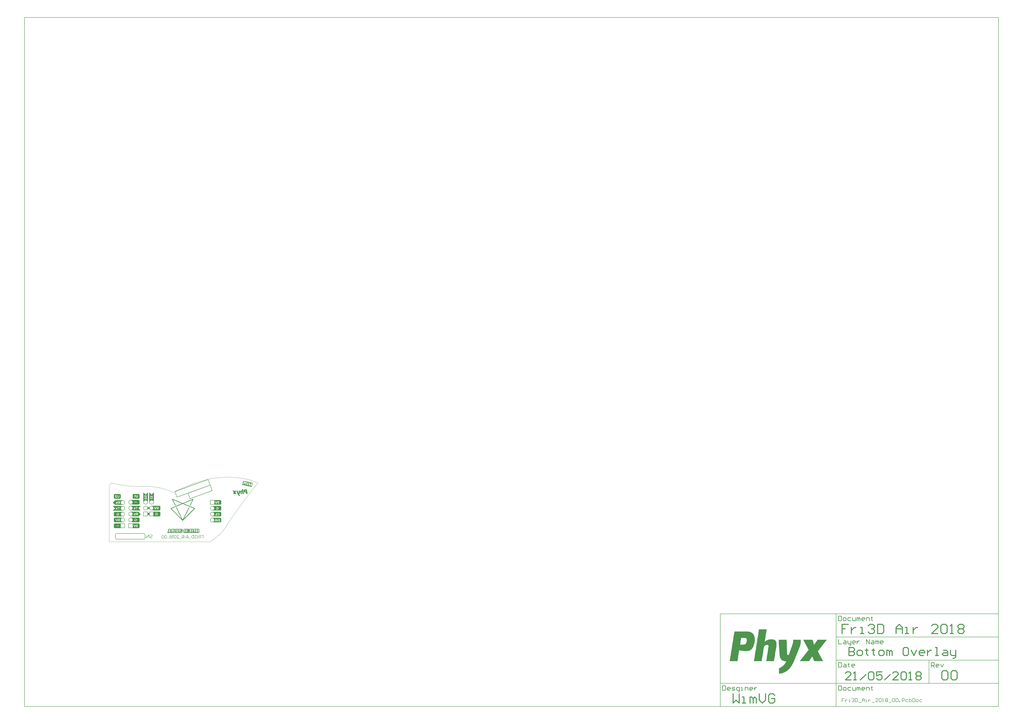
<source format=gbo>
G04*
G04 #@! TF.GenerationSoftware,Altium Limited,Altium Designer,18.1.6 (161)*
G04*
G04 Layer_Color=32896*
%FSLAX25Y25*%
%MOIN*%
G70*
G01*
G75*
%ADD10C,0.00984*%
%ADD11C,0.00787*%
%ADD12C,0.00591*%
%ADD13C,0.00394*%
%ADD14C,0.01575*%
%ADD16R,0.02756X0.01968*%
%ADD17R,0.02913X0.03150*%
%ADD67C,0.01080*%
G36*
X59773Y102823D02*
X59622Y102113D01*
X60328Y101963D01*
X60479Y102673D01*
X63293Y102075D01*
X66106Y101477D01*
X65955Y100767D01*
X65959Y100766D01*
X66110Y101476D01*
X68938Y100875D01*
X68788Y100165D01*
X69494Y100015D01*
X69645Y100725D01*
X72458Y100127D01*
X72307Y99417D01*
X72161Y98725D01*
X72010Y98015D01*
X71860Y97309D01*
X71709Y96603D01*
X71558Y95893D01*
X71408Y95187D01*
X71259Y94485D01*
X71112Y93793D01*
X70406Y93943D01*
X70257Y93245D01*
X67444Y93843D01*
X67592Y94541D01*
X66882Y94692D01*
X66734Y93994D01*
X63920Y94592D01*
X64069Y95290D01*
X64054Y95293D01*
X63905Y94595D01*
X61092Y95193D01*
X58278Y95791D01*
X58427Y96490D01*
X57717Y96640D01*
X57568Y95942D01*
X54755Y96540D01*
X54903Y97238D01*
X55050Y97930D01*
X55199Y98632D01*
X55349Y99339D01*
X55500Y100048D01*
X55650Y100755D01*
X55800Y101461D01*
X55951Y102171D01*
X56098Y102862D01*
X56793Y102714D01*
X56944Y103424D01*
X59773Y102823D01*
D02*
G37*
G36*
X55928Y89438D02*
Y89393D01*
Y89349D01*
X55972D01*
Y89305D01*
Y89260D01*
Y89216D01*
Y89171D01*
Y89127D01*
Y89082D01*
Y89038D01*
X56017D01*
Y88994D01*
Y88949D01*
Y88905D01*
Y88860D01*
Y88816D01*
Y88771D01*
X56061D01*
Y88727D01*
Y88683D01*
Y88638D01*
Y88594D01*
Y88549D01*
Y88505D01*
X56106D01*
Y88460D01*
Y88416D01*
Y88372D01*
Y88327D01*
Y88283D01*
Y88238D01*
Y88194D01*
X56150D01*
Y88149D01*
Y88105D01*
Y88061D01*
Y88016D01*
Y87972D01*
Y87927D01*
X56195D01*
Y87883D01*
Y87838D01*
Y87794D01*
Y87749D01*
Y87705D01*
Y87661D01*
X56239D01*
Y87616D01*
Y87572D01*
Y87527D01*
Y87483D01*
Y87438D01*
Y87394D01*
X56283D01*
Y87350D01*
Y87305D01*
Y87261D01*
Y87216D01*
Y87172D01*
Y87128D01*
Y87083D01*
X56328D01*
Y87039D01*
Y86994D01*
Y86950D01*
Y86905D01*
Y86861D01*
Y86817D01*
X56372D01*
Y86772D01*
Y86728D01*
Y86683D01*
Y86639D01*
Y86594D01*
Y86550D01*
X56417D01*
Y86506D01*
Y86461D01*
Y86417D01*
Y86372D01*
Y86328D01*
Y86283D01*
Y86239D01*
X56461D01*
Y86194D01*
Y86150D01*
Y86106D01*
Y86061D01*
Y86017D01*
Y85972D01*
X56506D01*
Y85928D01*
Y85883D01*
Y85839D01*
Y85795D01*
Y85750D01*
Y85706D01*
X56550D01*
Y85661D01*
Y85617D01*
Y85572D01*
Y85528D01*
Y85484D01*
Y85439D01*
X56594D01*
Y85395D01*
Y85350D01*
Y85306D01*
Y85261D01*
Y85217D01*
Y85173D01*
Y85128D01*
X56639D01*
Y85084D01*
Y85039D01*
Y84995D01*
Y84951D01*
Y84906D01*
Y84862D01*
X56683D01*
Y84817D01*
Y84773D01*
Y84728D01*
Y84684D01*
Y84640D01*
Y84595D01*
X56728D01*
Y84551D01*
Y84506D01*
Y84462D01*
Y84417D01*
Y84373D01*
Y84329D01*
X56772D01*
Y84284D01*
Y84240D01*
Y84195D01*
Y84151D01*
Y84106D01*
Y84062D01*
Y84017D01*
X56817D01*
Y83973D01*
Y83929D01*
Y83884D01*
Y83840D01*
Y83795D01*
Y83751D01*
X56861D01*
Y83706D01*
Y83662D01*
Y83618D01*
Y83573D01*
Y83529D01*
Y83484D01*
X56905D01*
Y83440D01*
Y83395D01*
Y83351D01*
Y83307D01*
Y83262D01*
Y83218D01*
Y83173D01*
X56950D01*
Y83129D01*
Y83084D01*
Y83040D01*
Y82996D01*
Y82951D01*
Y82907D01*
X56994D01*
Y82862D01*
Y82818D01*
Y82774D01*
Y82729D01*
Y82685D01*
Y82640D01*
X57039D01*
Y82596D01*
Y82551D01*
Y82507D01*
Y82463D01*
Y82418D01*
Y82374D01*
X57083D01*
Y82329D01*
Y82285D01*
Y82240D01*
Y82196D01*
Y82151D01*
Y82107D01*
Y82063D01*
X57127D01*
Y82018D01*
Y81974D01*
Y81929D01*
Y81885D01*
Y81840D01*
Y81796D01*
X57172D01*
Y81752D01*
Y81707D01*
Y81663D01*
Y81618D01*
Y81574D01*
Y81529D01*
X57216D01*
Y81485D01*
Y81441D01*
Y81396D01*
Y81352D01*
Y81307D01*
Y81263D01*
Y81218D01*
X57261D01*
Y81174D01*
Y81130D01*
X55217D01*
Y81174D01*
Y81218D01*
X55173D01*
Y81263D01*
Y81307D01*
Y81352D01*
Y81396D01*
Y81441D01*
Y81485D01*
Y81529D01*
X55128D01*
Y81574D01*
Y81618D01*
Y81663D01*
Y81707D01*
Y81752D01*
Y81796D01*
X55084D01*
Y81840D01*
Y81885D01*
Y81929D01*
Y81974D01*
Y82018D01*
Y82063D01*
X55039D01*
Y82107D01*
Y82151D01*
Y82196D01*
Y82240D01*
Y82285D01*
Y82329D01*
X54995D01*
Y82374D01*
Y82418D01*
Y82463D01*
Y82507D01*
Y82551D01*
Y82596D01*
Y82640D01*
X54950D01*
Y82685D01*
Y82729D01*
Y82774D01*
Y82818D01*
Y82862D01*
Y82907D01*
X54906D01*
Y82951D01*
Y82996D01*
Y83040D01*
Y83084D01*
Y83129D01*
Y83173D01*
X54862D01*
Y83218D01*
Y83262D01*
Y83307D01*
Y83351D01*
Y83395D01*
Y83440D01*
Y83484D01*
X54817D01*
Y83529D01*
Y83573D01*
Y83618D01*
Y83662D01*
Y83706D01*
Y83751D01*
X54773D01*
Y83795D01*
Y83840D01*
Y83884D01*
Y83929D01*
Y83973D01*
Y84017D01*
X54728D01*
Y84062D01*
Y84106D01*
Y84151D01*
Y84195D01*
Y84240D01*
Y84284D01*
X54684D01*
Y84329D01*
Y84373D01*
Y84417D01*
Y84462D01*
Y84506D01*
Y84551D01*
Y84595D01*
X54639D01*
Y84640D01*
Y84684D01*
Y84728D01*
Y84773D01*
Y84817D01*
Y84862D01*
X54595D01*
Y84906D01*
Y84951D01*
Y84995D01*
X54551D01*
Y85039D01*
Y85084D01*
X54506D01*
Y85128D01*
X54462D01*
Y85173D01*
X54373D01*
Y85217D01*
X54328D01*
Y85261D01*
X54240D01*
Y85306D01*
X54106D01*
Y85350D01*
X53884D01*
Y85395D01*
X53618D01*
Y85350D01*
X53529D01*
Y85306D01*
X53484D01*
Y85261D01*
X53440D01*
Y85217D01*
Y85173D01*
X53395D01*
Y85128D01*
Y85084D01*
Y85039D01*
Y84995D01*
Y84951D01*
Y84906D01*
X53440D01*
Y84862D01*
Y84817D01*
Y84773D01*
Y84728D01*
Y84684D01*
Y84640D01*
Y84595D01*
X53484D01*
Y84551D01*
Y84506D01*
Y84462D01*
Y84417D01*
Y84373D01*
Y84329D01*
X53529D01*
Y84284D01*
Y84240D01*
Y84195D01*
Y84151D01*
Y84106D01*
Y84062D01*
Y84017D01*
X53573D01*
Y83973D01*
Y83929D01*
Y83884D01*
Y83840D01*
Y83795D01*
Y83751D01*
X53618D01*
Y83706D01*
Y83662D01*
Y83618D01*
Y83573D01*
Y83529D01*
Y83484D01*
X53662D01*
Y83440D01*
Y83395D01*
Y83351D01*
Y83307D01*
Y83262D01*
Y83218D01*
X53706D01*
Y83173D01*
Y83129D01*
Y83084D01*
Y83040D01*
Y82996D01*
Y82951D01*
Y82907D01*
X53751D01*
Y82862D01*
Y82818D01*
Y82774D01*
Y82729D01*
Y82685D01*
Y82640D01*
X53795D01*
Y82596D01*
Y82551D01*
Y82507D01*
Y82463D01*
Y82418D01*
Y82374D01*
Y82329D01*
X53840D01*
Y82285D01*
Y82240D01*
Y82196D01*
Y82151D01*
Y82107D01*
Y82063D01*
X53884D01*
Y82018D01*
Y81974D01*
Y81929D01*
Y81885D01*
Y81840D01*
Y81796D01*
X53929D01*
Y81752D01*
Y81707D01*
Y81663D01*
Y81618D01*
Y81574D01*
Y81529D01*
Y81485D01*
X53973D01*
Y81441D01*
Y81396D01*
Y81352D01*
Y81307D01*
Y81263D01*
Y81218D01*
X54017D01*
Y81174D01*
Y81130D01*
X51974D01*
Y81174D01*
Y81218D01*
X51929D01*
Y81263D01*
Y81307D01*
Y81352D01*
Y81396D01*
Y81441D01*
Y81485D01*
X51885D01*
Y81529D01*
Y81574D01*
Y81618D01*
Y81663D01*
Y81707D01*
Y81752D01*
Y81796D01*
X51840D01*
Y81840D01*
Y81885D01*
Y81929D01*
Y81974D01*
Y82018D01*
Y82063D01*
X51796D01*
Y82107D01*
Y82151D01*
Y82196D01*
Y82240D01*
Y82285D01*
Y82329D01*
X51752D01*
Y82374D01*
Y82418D01*
Y82463D01*
Y82507D01*
Y82551D01*
Y82596D01*
X51707D01*
Y82640D01*
Y82685D01*
Y82729D01*
Y82774D01*
Y82818D01*
Y82862D01*
Y82907D01*
X51663D01*
Y82951D01*
Y82996D01*
Y83040D01*
Y83084D01*
Y83129D01*
Y83173D01*
X51618D01*
Y83218D01*
Y83262D01*
Y83307D01*
Y83351D01*
Y83395D01*
Y83440D01*
X51574D01*
Y83484D01*
Y83529D01*
Y83573D01*
Y83618D01*
Y83662D01*
Y83706D01*
Y83751D01*
X51529D01*
Y83795D01*
Y83840D01*
Y83884D01*
Y83929D01*
Y83973D01*
Y84017D01*
X51485D01*
Y84062D01*
Y84106D01*
Y84151D01*
Y84195D01*
Y84240D01*
Y84284D01*
X51441D01*
Y84329D01*
Y84373D01*
Y84417D01*
Y84462D01*
Y84506D01*
Y84551D01*
X51396D01*
Y84595D01*
Y84640D01*
Y84684D01*
Y84728D01*
Y84773D01*
Y84817D01*
Y84862D01*
X51352D01*
Y84906D01*
Y84951D01*
Y84995D01*
Y85039D01*
Y85084D01*
Y85128D01*
Y85173D01*
X51307D01*
Y85217D01*
Y85261D01*
Y85306D01*
Y85350D01*
Y85395D01*
Y85439D01*
Y85484D01*
Y85528D01*
Y85572D01*
Y85617D01*
Y85661D01*
Y85706D01*
Y85750D01*
Y85795D01*
Y85839D01*
Y85883D01*
Y85928D01*
Y85972D01*
X51352D01*
Y86017D01*
Y86061D01*
Y86106D01*
Y86150D01*
X51396D01*
Y86194D01*
Y86239D01*
Y86283D01*
X51441D01*
Y86328D01*
Y86372D01*
X51485D01*
Y86417D01*
Y86461D01*
X51529D01*
Y86506D01*
X51574D01*
Y86550D01*
X51618D01*
Y86594D01*
X51663D01*
Y86639D01*
X51752D01*
Y86683D01*
X51796D01*
Y86728D01*
X51885D01*
Y86772D01*
X52018D01*
Y86817D01*
X52196D01*
Y86861D01*
X53173D01*
Y86817D01*
X53395D01*
Y86772D01*
X53529D01*
Y86728D01*
X53618D01*
Y86683D01*
X53751D01*
Y86639D01*
X53840D01*
Y86594D01*
X53884D01*
Y86550D01*
X53973D01*
Y86506D01*
X54062D01*
Y86461D01*
X54106D01*
Y86417D01*
X54151D01*
Y86372D01*
X54240D01*
Y86328D01*
X54284D01*
Y86283D01*
X54328D01*
Y86239D01*
X54417D01*
Y86283D01*
Y86328D01*
X54373D01*
Y86372D01*
Y86417D01*
Y86461D01*
Y86506D01*
Y86550D01*
Y86594D01*
X54328D01*
Y86639D01*
Y86683D01*
Y86728D01*
Y86772D01*
Y86817D01*
Y86861D01*
Y86905D01*
X54284D01*
Y86950D01*
Y86994D01*
Y87039D01*
Y87083D01*
Y87128D01*
Y87172D01*
X54240D01*
Y87216D01*
Y87261D01*
Y87305D01*
Y87350D01*
Y87394D01*
Y87438D01*
X54195D01*
Y87483D01*
Y87527D01*
Y87572D01*
Y87616D01*
Y87661D01*
Y87705D01*
X54151D01*
Y87749D01*
Y87794D01*
Y87838D01*
Y87883D01*
Y87927D01*
Y87972D01*
Y88016D01*
X54106D01*
Y88061D01*
Y88105D01*
Y88149D01*
Y88194D01*
Y88238D01*
Y88283D01*
X54062D01*
Y88327D01*
Y88372D01*
Y88416D01*
Y88460D01*
Y88505D01*
Y88549D01*
X54017D01*
Y88594D01*
Y88638D01*
Y88683D01*
Y88727D01*
Y88771D01*
Y88816D01*
Y88860D01*
X53973D01*
Y88905D01*
Y88949D01*
Y88994D01*
Y89038D01*
Y89082D01*
Y89127D01*
X53929D01*
Y89171D01*
Y89216D01*
Y89260D01*
Y89305D01*
Y89349D01*
Y89393D01*
X53884D01*
Y89438D01*
Y89482D01*
X55928D01*
Y89438D01*
D02*
G37*
G36*
X44287Y86728D02*
X44243D01*
Y86683D01*
Y86639D01*
X44199D01*
Y86594D01*
X44154D01*
Y86550D01*
Y86506D01*
X44110D01*
Y86461D01*
Y86417D01*
X44065D01*
Y86372D01*
Y86328D01*
X44021D01*
Y86283D01*
Y86239D01*
X43976D01*
Y86194D01*
Y86150D01*
X43932D01*
Y86106D01*
Y86061D01*
X43887D01*
Y86017D01*
X43843D01*
Y85972D01*
Y85928D01*
X43799D01*
Y85883D01*
Y85839D01*
X43754D01*
Y85795D01*
Y85750D01*
X43710D01*
Y85706D01*
Y85661D01*
X43665D01*
Y85617D01*
Y85572D01*
X43621D01*
Y85528D01*
Y85484D01*
X43576D01*
Y85439D01*
Y85395D01*
X43532D01*
Y85350D01*
X43488D01*
Y85306D01*
Y85261D01*
X43443D01*
Y85217D01*
Y85173D01*
X43399D01*
Y85128D01*
Y85084D01*
X43354D01*
Y85039D01*
Y84995D01*
X43310D01*
Y84951D01*
Y84906D01*
X43266D01*
Y84862D01*
Y84817D01*
X43221D01*
Y84773D01*
X43177D01*
Y84728D01*
Y84684D01*
X43132D01*
Y84640D01*
Y84595D01*
X43088D01*
Y84551D01*
Y84506D01*
X43043D01*
Y84462D01*
Y84417D01*
X42999D01*
Y84373D01*
Y84329D01*
X42954D01*
Y84284D01*
Y84240D01*
X42910D01*
Y84195D01*
X42866D01*
Y84151D01*
Y84106D01*
Y84062D01*
X42910D01*
Y84017D01*
Y83973D01*
X42954D01*
Y83929D01*
X42999D01*
Y83884D01*
X43043D01*
Y83840D01*
X43088D01*
Y83795D01*
Y83751D01*
X43132D01*
Y83706D01*
X43177D01*
Y83662D01*
X43221D01*
Y83618D01*
Y83573D01*
X43266D01*
Y83529D01*
X43310D01*
Y83484D01*
X43354D01*
Y83440D01*
X43399D01*
Y83395D01*
Y83351D01*
X43443D01*
Y83307D01*
X43488D01*
Y83262D01*
X43532D01*
Y83218D01*
X43576D01*
Y83173D01*
Y83129D01*
X43621D01*
Y83084D01*
X43665D01*
Y83040D01*
X43710D01*
Y82996D01*
Y82951D01*
X43754D01*
Y82907D01*
X43799D01*
Y82862D01*
X43843D01*
Y82818D01*
X43887D01*
Y82774D01*
Y82729D01*
X43932D01*
Y82685D01*
X43976D01*
Y82640D01*
X44021D01*
Y82596D01*
Y82551D01*
X44065D01*
Y82507D01*
X44110D01*
Y82463D01*
X44154D01*
Y82418D01*
X44199D01*
Y82374D01*
Y82329D01*
X44243D01*
Y82285D01*
X44287D01*
Y82240D01*
X44332D01*
Y82196D01*
Y82151D01*
X44376D01*
Y82107D01*
X44421D01*
Y82063D01*
X44465D01*
Y82018D01*
X44510D01*
Y81974D01*
Y81929D01*
X44554D01*
Y81885D01*
X44598D01*
Y81840D01*
X44643D01*
Y81796D01*
X44687D01*
Y81752D01*
Y81707D01*
X44732D01*
Y81663D01*
X44776D01*
Y81618D01*
X44820D01*
Y81574D01*
Y81529D01*
X44865D01*
Y81485D01*
X44909D01*
Y81441D01*
X44954D01*
Y81396D01*
X44998D01*
Y81352D01*
Y81307D01*
X45043D01*
Y81263D01*
X45087D01*
Y81218D01*
X45131D01*
Y81174D01*
X45176D01*
Y81130D01*
X42688D01*
Y81174D01*
Y81218D01*
X42643D01*
Y81263D01*
X42599D01*
Y81307D01*
Y81352D01*
X42555D01*
Y81396D01*
X42510D01*
Y81441D01*
Y81485D01*
X42466D01*
Y81529D01*
X42421D01*
Y81574D01*
Y81618D01*
X42377D01*
Y81663D01*
X42333D01*
Y81707D01*
Y81752D01*
X42288D01*
Y81796D01*
X42244D01*
Y81840D01*
X42199D01*
Y81885D01*
Y81929D01*
X42155D01*
Y81974D01*
X42110D01*
Y82018D01*
Y82063D01*
X42066D01*
Y82107D01*
X42022D01*
Y82151D01*
Y82196D01*
X41977D01*
Y82240D01*
X41933D01*
Y82285D01*
Y82329D01*
X41844D01*
Y82285D01*
X41799D01*
Y82240D01*
Y82196D01*
Y82151D01*
X41755D01*
Y82107D01*
Y82063D01*
Y82018D01*
X41710D01*
Y81974D01*
Y81929D01*
Y81885D01*
X41666D01*
Y81840D01*
Y81796D01*
X41622D01*
Y81752D01*
Y81707D01*
Y81663D01*
X41577D01*
Y81618D01*
Y81574D01*
Y81529D01*
X41533D01*
Y81485D01*
Y81441D01*
X41488D01*
Y81396D01*
Y81352D01*
Y81307D01*
X41444D01*
Y81263D01*
Y81218D01*
Y81174D01*
X41399D01*
Y81130D01*
X39045D01*
Y81174D01*
X39089D01*
Y81218D01*
Y81263D01*
X39134D01*
Y81307D01*
Y81352D01*
X39178D01*
Y81396D01*
X39222D01*
Y81441D01*
Y81485D01*
X39267D01*
Y81529D01*
Y81574D01*
X39311D01*
Y81618D01*
Y81663D01*
X39356D01*
Y81707D01*
Y81752D01*
X39400D01*
Y81796D01*
Y81840D01*
X39445D01*
Y81885D01*
Y81929D01*
X39489D01*
Y81974D01*
Y82018D01*
X39533D01*
Y82063D01*
X39578D01*
Y82107D01*
Y82151D01*
X39622D01*
Y82196D01*
Y82240D01*
X39667D01*
Y82285D01*
Y82329D01*
X39711D01*
Y82374D01*
Y82418D01*
X39756D01*
Y82463D01*
Y82507D01*
X39800D01*
Y82551D01*
Y82596D01*
X39844D01*
Y82640D01*
Y82685D01*
X39889D01*
Y82729D01*
X39933D01*
Y82774D01*
Y82818D01*
X39978D01*
Y82862D01*
Y82907D01*
X40022D01*
Y82951D01*
Y82996D01*
X40067D01*
Y83040D01*
Y83084D01*
X40111D01*
Y83129D01*
Y83173D01*
X40156D01*
Y83218D01*
Y83262D01*
X40200D01*
Y83307D01*
Y83351D01*
X40244D01*
Y83395D01*
Y83440D01*
X40289D01*
Y83484D01*
X40333D01*
Y83529D01*
Y83573D01*
X40378D01*
Y83618D01*
Y83662D01*
X40422D01*
Y83706D01*
Y83751D01*
X40378D01*
Y83795D01*
X40333D01*
Y83840D01*
X40289D01*
Y83884D01*
X40244D01*
Y83929D01*
Y83973D01*
X40200D01*
Y84017D01*
X40156D01*
Y84062D01*
X40111D01*
Y84106D01*
Y84151D01*
X40067D01*
Y84195D01*
X40022D01*
Y84240D01*
X39978D01*
Y84284D01*
X39933D01*
Y84329D01*
Y84373D01*
X39889D01*
Y84417D01*
X39844D01*
Y84462D01*
X39800D01*
Y84506D01*
Y84551D01*
X39756D01*
Y84595D01*
X39711D01*
Y84640D01*
X39667D01*
Y84684D01*
Y84728D01*
X39622D01*
Y84773D01*
X39578D01*
Y84817D01*
X39533D01*
Y84862D01*
X39489D01*
Y84906D01*
Y84951D01*
X39445D01*
Y84995D01*
X39400D01*
Y85039D01*
X39356D01*
Y85084D01*
Y85128D01*
X39311D01*
Y85173D01*
X39267D01*
Y85217D01*
X39222D01*
Y85261D01*
Y85306D01*
X39178D01*
Y85350D01*
X39134D01*
Y85395D01*
X39089D01*
Y85439D01*
X39045D01*
Y85484D01*
Y85528D01*
X39000D01*
Y85572D01*
X38956D01*
Y85617D01*
X38912D01*
Y85661D01*
Y85706D01*
X38867D01*
Y85750D01*
X38823D01*
Y85795D01*
X38778D01*
Y85839D01*
Y85883D01*
X38734D01*
Y85928D01*
X38689D01*
Y85972D01*
X38645D01*
Y86017D01*
X38601D01*
Y86061D01*
Y86106D01*
X38556D01*
Y86150D01*
X38512D01*
Y86194D01*
X38467D01*
Y86239D01*
Y86283D01*
X38423D01*
Y86328D01*
X38378D01*
Y86372D01*
X38334D01*
Y86417D01*
X38289D01*
Y86461D01*
Y86506D01*
X38245D01*
Y86550D01*
X38201D01*
Y86594D01*
X38156D01*
Y86639D01*
Y86683D01*
X38112D01*
Y86728D01*
X38067D01*
Y86772D01*
X40511D01*
Y86728D01*
X40555D01*
Y86683D01*
Y86639D01*
X40600D01*
Y86594D01*
X40644D01*
Y86550D01*
Y86506D01*
X40689D01*
Y86461D01*
X40733D01*
Y86417D01*
Y86372D01*
X40778D01*
Y86328D01*
X40822D01*
Y86283D01*
Y86239D01*
X40866D01*
Y86194D01*
X40911D01*
Y86150D01*
Y86106D01*
X40955D01*
Y86061D01*
X41000D01*
Y86017D01*
Y85972D01*
X41044D01*
Y85928D01*
X41089D01*
Y85883D01*
Y85839D01*
X41133D01*
Y85795D01*
X41177D01*
Y85750D01*
Y85706D01*
X41222D01*
Y85661D01*
X41266D01*
Y85617D01*
Y85572D01*
X41311D01*
Y85528D01*
X41355D01*
Y85484D01*
X41444D01*
Y85528D01*
Y85572D01*
Y85617D01*
Y85661D01*
X41488D01*
Y85706D01*
Y85750D01*
Y85795D01*
X41533D01*
Y85839D01*
Y85883D01*
Y85928D01*
X41577D01*
Y85972D01*
Y86017D01*
Y86061D01*
X41622D01*
Y86106D01*
Y86150D01*
Y86194D01*
X41666D01*
Y86239D01*
Y86283D01*
Y86328D01*
X41710D01*
Y86372D01*
Y86417D01*
Y86461D01*
X41755D01*
Y86506D01*
Y86550D01*
Y86594D01*
X41799D01*
Y86639D01*
Y86683D01*
Y86728D01*
X41844D01*
Y86772D01*
X44287D01*
Y86728D01*
D02*
G37*
G36*
X50774D02*
X50730D01*
Y86683D01*
Y86639D01*
Y86594D01*
Y86550D01*
Y86506D01*
Y86461D01*
Y86417D01*
Y86372D01*
Y86328D01*
Y86283D01*
Y86239D01*
Y86194D01*
Y86150D01*
Y86106D01*
Y86061D01*
Y86017D01*
X50685D01*
Y85972D01*
Y85928D01*
Y85883D01*
Y85839D01*
Y85795D01*
Y85750D01*
Y85706D01*
Y85661D01*
Y85617D01*
Y85572D01*
Y85528D01*
Y85484D01*
Y85439D01*
Y85395D01*
X50641D01*
Y85350D01*
Y85306D01*
Y85261D01*
Y85217D01*
Y85173D01*
Y85128D01*
Y85084D01*
Y85039D01*
Y84995D01*
Y84951D01*
Y84906D01*
Y84862D01*
Y84817D01*
Y84773D01*
Y84728D01*
Y84684D01*
X50596D01*
Y84640D01*
Y84595D01*
Y84551D01*
Y84506D01*
Y84462D01*
Y84417D01*
Y84373D01*
Y84329D01*
Y84284D01*
Y84240D01*
Y84195D01*
Y84151D01*
Y84106D01*
Y84062D01*
Y84017D01*
Y83973D01*
X50552D01*
Y83929D01*
Y83884D01*
Y83840D01*
Y83795D01*
Y83751D01*
Y83706D01*
Y83662D01*
Y83618D01*
Y83573D01*
Y83529D01*
Y83484D01*
Y83440D01*
Y83395D01*
Y83351D01*
Y83307D01*
X50507D01*
Y83262D01*
Y83218D01*
Y83173D01*
Y83129D01*
Y83084D01*
Y83040D01*
Y82996D01*
Y82951D01*
Y82907D01*
Y82862D01*
Y82818D01*
Y82774D01*
Y82729D01*
Y82685D01*
Y82640D01*
X50463D01*
Y82596D01*
Y82551D01*
Y82507D01*
Y82463D01*
Y82418D01*
Y82374D01*
Y82329D01*
X50419D01*
Y82285D01*
Y82240D01*
Y82196D01*
Y82151D01*
X50374D01*
Y82107D01*
Y82063D01*
Y82018D01*
X50330D01*
Y81974D01*
Y81929D01*
X50285D01*
Y81885D01*
Y81840D01*
X50241D01*
Y81796D01*
Y81752D01*
X50196D01*
Y81707D01*
X50152D01*
Y81663D01*
Y81618D01*
X50108D01*
Y81574D01*
X50063D01*
Y81529D01*
X50019D01*
Y81485D01*
X49974D01*
Y81441D01*
X49930D01*
Y81396D01*
X49841D01*
Y81352D01*
X49797D01*
Y81307D01*
X49708D01*
Y81263D01*
X49575D01*
Y81218D01*
X49486D01*
Y81174D01*
X49308D01*
Y81130D01*
X48997D01*
Y81085D01*
X48730D01*
Y81041D01*
Y80996D01*
X48775D01*
Y80952D01*
Y80907D01*
X48819D01*
Y80863D01*
Y80819D01*
X48864D01*
Y80774D01*
X48908D01*
Y80730D01*
Y80685D01*
X48952D01*
Y80641D01*
Y80596D01*
X48997D01*
Y80552D01*
X49041D01*
Y80508D01*
Y80463D01*
X49086D01*
Y80419D01*
X49130D01*
Y80374D01*
X49175D01*
Y80330D01*
Y80285D01*
X49219D01*
Y80241D01*
X49264D01*
Y80197D01*
X49308D01*
Y80152D01*
X49352D01*
Y80108D01*
X49397D01*
Y80063D01*
X49441D01*
Y80019D01*
X49486D01*
Y79974D01*
X49530D01*
Y79930D01*
X49575D01*
Y79886D01*
X49619D01*
Y79841D01*
X49663D01*
Y79797D01*
X49752D01*
Y79752D01*
X49797D01*
Y79708D01*
X49841D01*
Y79663D01*
X49930D01*
Y79619D01*
X49974D01*
Y79575D01*
X50063D01*
Y79530D01*
X50108D01*
Y79486D01*
X50196D01*
Y79441D01*
X50285D01*
Y79397D01*
X50374D01*
Y79352D01*
X50463D01*
Y79308D01*
X50552D01*
Y79264D01*
X50641D01*
Y79219D01*
Y79175D01*
Y79130D01*
Y79086D01*
Y79041D01*
Y78997D01*
Y78952D01*
Y78908D01*
Y78864D01*
Y78819D01*
Y78775D01*
Y78730D01*
Y78686D01*
Y78641D01*
Y78597D01*
Y78553D01*
Y78508D01*
Y78464D01*
Y78419D01*
Y78375D01*
Y78330D01*
Y78286D01*
Y78242D01*
Y78197D01*
Y78153D01*
Y78108D01*
Y78064D01*
Y78019D01*
Y77975D01*
Y77931D01*
Y77886D01*
Y77842D01*
Y77797D01*
X50596D01*
Y77842D01*
X50285D01*
Y77886D01*
X50019D01*
Y77931D01*
X49841D01*
Y77975D01*
X49663D01*
Y78019D01*
X49530D01*
Y78064D01*
X49441D01*
Y78108D01*
X49308D01*
Y78153D01*
X49219D01*
Y78197D01*
X49130D01*
Y78242D01*
X49041D01*
Y78286D01*
X48952D01*
Y78330D01*
X48864D01*
Y78375D01*
X48819D01*
Y78419D01*
X48730D01*
Y78464D01*
X48686D01*
Y78508D01*
X48597D01*
Y78553D01*
X48553D01*
Y78597D01*
X48464D01*
Y78641D01*
X48419D01*
Y78686D01*
X48375D01*
Y78730D01*
X48330D01*
Y78775D01*
X48286D01*
Y78819D01*
X48197D01*
Y78864D01*
X48153D01*
Y78908D01*
X48108D01*
Y78952D01*
X48064D01*
Y78997D01*
X48019D01*
Y79041D01*
X47975D01*
Y79086D01*
X47931D01*
Y79130D01*
X47886D01*
Y79175D01*
Y79219D01*
X47842D01*
Y79264D01*
X47797D01*
Y79308D01*
X47753D01*
Y79352D01*
X47708D01*
Y79397D01*
X47664D01*
Y79441D01*
Y79486D01*
X47620D01*
Y79530D01*
X47575D01*
Y79575D01*
X47531D01*
Y79619D01*
Y79663D01*
X47486D01*
Y79708D01*
X47442D01*
Y79752D01*
Y79797D01*
X47397D01*
Y79841D01*
X47353D01*
Y79886D01*
X47309D01*
Y79930D01*
Y79974D01*
X47264D01*
Y80019D01*
Y80063D01*
X47220D01*
Y80108D01*
X47175D01*
Y80152D01*
Y80197D01*
X47131D01*
Y80241D01*
Y80285D01*
X47086D01*
Y80330D01*
Y80374D01*
X47042D01*
Y80419D01*
Y80463D01*
X46998D01*
Y80508D01*
X46953D01*
Y80552D01*
Y80596D01*
Y80641D01*
X46909D01*
Y80685D01*
X46864D01*
Y80730D01*
Y80774D01*
Y80819D01*
X46820D01*
Y80863D01*
Y80907D01*
X46775D01*
Y80952D01*
Y80996D01*
X46731D01*
Y81041D01*
Y81085D01*
X46687D01*
Y81130D01*
Y81174D01*
Y81218D01*
X46642D01*
Y81263D01*
Y81307D01*
X46598D01*
Y81352D01*
Y81396D01*
Y81441D01*
X46553D01*
Y81485D01*
Y81529D01*
X46509D01*
Y81574D01*
Y81618D01*
Y81663D01*
X46464D01*
Y81707D01*
Y81752D01*
X46420D01*
Y81796D01*
Y81840D01*
Y81885D01*
X46376D01*
Y81929D01*
Y81974D01*
X46331D01*
Y82018D01*
Y82063D01*
Y82107D01*
X46287D01*
Y82151D01*
Y82196D01*
X46242D01*
Y82240D01*
Y82285D01*
Y82329D01*
X46198D01*
Y82374D01*
Y82418D01*
X46153D01*
Y82463D01*
Y82507D01*
Y82551D01*
X46109D01*
Y82596D01*
Y82640D01*
X46065D01*
Y82685D01*
Y82729D01*
Y82774D01*
X46020D01*
Y82818D01*
Y82862D01*
X45976D01*
Y82907D01*
Y82951D01*
Y82996D01*
X45931D01*
Y83040D01*
Y83084D01*
X45887D01*
Y83129D01*
Y83173D01*
Y83218D01*
X45842D01*
Y83262D01*
Y83307D01*
X45798D01*
Y83351D01*
Y83395D01*
Y83440D01*
X45753D01*
Y83484D01*
Y83529D01*
X45709D01*
Y83573D01*
Y83618D01*
Y83662D01*
X45665D01*
Y83706D01*
Y83751D01*
X45620D01*
Y83795D01*
Y83840D01*
Y83884D01*
X45576D01*
Y83929D01*
Y83973D01*
X45531D01*
Y84017D01*
Y84062D01*
Y84106D01*
X45487D01*
Y84151D01*
Y84195D01*
X45443D01*
Y84240D01*
Y84284D01*
Y84329D01*
X45398D01*
Y84373D01*
Y84417D01*
X45354D01*
Y84462D01*
Y84506D01*
Y84551D01*
X45309D01*
Y84595D01*
Y84640D01*
X45265D01*
Y84684D01*
Y84728D01*
X45220D01*
Y84773D01*
Y84817D01*
Y84862D01*
X45176D01*
Y84906D01*
Y84951D01*
Y84995D01*
X45131D01*
Y85039D01*
Y85084D01*
Y85128D01*
X45087D01*
Y85173D01*
Y85217D01*
Y85261D01*
X45043D01*
Y85306D01*
Y85350D01*
Y85395D01*
Y85439D01*
X44998D01*
Y85484D01*
Y85528D01*
Y85572D01*
Y85617D01*
X44954D01*
Y85661D01*
Y85706D01*
Y85750D01*
Y85795D01*
Y85839D01*
X44909D01*
Y85883D01*
Y85928D01*
Y85972D01*
Y86017D01*
Y86061D01*
Y86106D01*
Y86150D01*
Y86194D01*
Y86239D01*
Y86283D01*
Y86328D01*
Y86372D01*
Y86417D01*
Y86461D01*
Y86506D01*
Y86550D01*
Y86594D01*
Y86639D01*
Y86683D01*
Y86728D01*
Y86772D01*
X46909D01*
Y86728D01*
Y86683D01*
Y86639D01*
Y86594D01*
Y86550D01*
Y86506D01*
Y86461D01*
Y86417D01*
Y86372D01*
Y86328D01*
X46953D01*
Y86283D01*
Y86239D01*
Y86194D01*
Y86150D01*
Y86106D01*
Y86061D01*
X46998D01*
Y86017D01*
Y85972D01*
Y85928D01*
Y85883D01*
Y85839D01*
X47042D01*
Y85795D01*
Y85750D01*
Y85706D01*
Y85661D01*
X47086D01*
Y85617D01*
Y85572D01*
Y85528D01*
Y85484D01*
X47131D01*
Y85439D01*
Y85395D01*
Y85350D01*
X47175D01*
Y85306D01*
Y85261D01*
Y85217D01*
X47220D01*
Y85173D01*
Y85128D01*
Y85084D01*
X47264D01*
Y85039D01*
Y84995D01*
X47309D01*
Y84951D01*
Y84906D01*
Y84862D01*
X47353D01*
Y84817D01*
Y84773D01*
Y84728D01*
X47397D01*
Y84684D01*
Y84640D01*
Y84595D01*
X47442D01*
Y84551D01*
Y84506D01*
X47486D01*
Y84462D01*
Y84417D01*
Y84373D01*
X47531D01*
Y84329D01*
Y84284D01*
Y84240D01*
X47575D01*
Y84195D01*
Y84151D01*
Y84106D01*
X47620D01*
Y84062D01*
Y84017D01*
X47664D01*
Y83973D01*
Y83929D01*
Y83884D01*
X47708D01*
Y83840D01*
Y83795D01*
Y83751D01*
X47753D01*
Y83706D01*
Y83662D01*
Y83618D01*
X47797D01*
Y83573D01*
Y83529D01*
X47842D01*
Y83484D01*
Y83440D01*
Y83395D01*
X47886D01*
Y83351D01*
Y83307D01*
Y83262D01*
X47931D01*
Y83218D01*
Y83173D01*
Y83129D01*
X47975D01*
Y83084D01*
Y83040D01*
Y82996D01*
X48019D01*
Y82951D01*
Y82907D01*
X48064D01*
Y82862D01*
Y82818D01*
Y82774D01*
X48108D01*
Y82729D01*
X48242D01*
Y82774D01*
X48375D01*
Y82818D01*
X48419D01*
Y82862D01*
X48464D01*
Y82907D01*
X48508D01*
Y82951D01*
Y82996D01*
Y83040D01*
X48553D01*
Y83084D01*
Y83129D01*
Y83173D01*
Y83218D01*
Y83262D01*
Y83307D01*
Y83351D01*
Y83395D01*
Y83440D01*
Y83484D01*
Y83529D01*
Y83573D01*
Y83618D01*
Y83662D01*
Y83706D01*
Y83751D01*
Y83795D01*
Y83840D01*
Y83884D01*
Y83929D01*
Y83973D01*
Y84017D01*
Y84062D01*
Y84106D01*
Y84151D01*
Y84195D01*
X48597D01*
Y84240D01*
Y84284D01*
X48553D01*
Y84329D01*
X48597D01*
Y84373D01*
Y84417D01*
Y84462D01*
Y84506D01*
Y84551D01*
Y84595D01*
Y84640D01*
Y84684D01*
Y84728D01*
Y84773D01*
Y84817D01*
Y84862D01*
Y84906D01*
Y84951D01*
Y84995D01*
Y85039D01*
Y85084D01*
Y85128D01*
Y85173D01*
Y85217D01*
Y85261D01*
Y85306D01*
Y85350D01*
Y85395D01*
Y85439D01*
Y85484D01*
Y85528D01*
Y85572D01*
Y85617D01*
Y85661D01*
Y85706D01*
Y85750D01*
Y85795D01*
Y85839D01*
Y85883D01*
Y85928D01*
Y85972D01*
Y86017D01*
Y86061D01*
Y86106D01*
Y86150D01*
X48641D01*
Y86194D01*
Y86239D01*
Y86283D01*
Y86328D01*
Y86372D01*
Y86417D01*
Y86461D01*
Y86506D01*
Y86550D01*
Y86594D01*
Y86639D01*
Y86683D01*
Y86728D01*
Y86772D01*
X50774D01*
Y86728D01*
D02*
G37*
G36*
X62415Y88905D02*
Y88860D01*
Y88816D01*
Y88771D01*
Y88727D01*
Y88683D01*
X62459D01*
Y88638D01*
Y88594D01*
Y88549D01*
Y88505D01*
Y88460D01*
Y88416D01*
X62503D01*
Y88372D01*
Y88327D01*
Y88283D01*
Y88238D01*
Y88194D01*
Y88149D01*
Y88105D01*
X62548D01*
Y88061D01*
Y88016D01*
Y87972D01*
Y87927D01*
Y87883D01*
Y87838D01*
X62592D01*
Y87794D01*
Y87749D01*
Y87705D01*
Y87661D01*
Y87616D01*
Y87572D01*
X62637D01*
Y87527D01*
Y87483D01*
Y87438D01*
Y87394D01*
Y87350D01*
Y87305D01*
Y87261D01*
X62681D01*
Y87216D01*
Y87172D01*
Y87128D01*
Y87083D01*
Y87039D01*
Y86994D01*
X62726D01*
Y86950D01*
Y86905D01*
Y86861D01*
Y86817D01*
Y86772D01*
Y86728D01*
X62770D01*
Y86683D01*
Y86639D01*
Y86594D01*
Y86550D01*
Y86506D01*
Y86461D01*
Y86417D01*
X62814D01*
Y86372D01*
Y86328D01*
Y86283D01*
Y86239D01*
Y86194D01*
Y86150D01*
X62859D01*
Y86106D01*
Y86061D01*
Y86017D01*
Y85972D01*
Y85928D01*
Y85883D01*
X62903D01*
Y85839D01*
Y85795D01*
Y85750D01*
Y85706D01*
Y85661D01*
Y85617D01*
X62948D01*
Y85572D01*
Y85528D01*
Y85484D01*
Y85439D01*
Y85395D01*
Y85350D01*
Y85306D01*
X62992D01*
Y85261D01*
Y85217D01*
Y85173D01*
Y85128D01*
Y85084D01*
Y85039D01*
X63037D01*
Y84995D01*
Y84951D01*
Y84906D01*
Y84862D01*
Y84817D01*
Y84773D01*
X63081D01*
Y84728D01*
Y84684D01*
Y84640D01*
Y84595D01*
Y84551D01*
Y84506D01*
Y84462D01*
X63125D01*
Y84417D01*
Y84373D01*
Y84329D01*
Y84284D01*
Y84240D01*
Y84195D01*
X63170D01*
Y84151D01*
Y84106D01*
Y84062D01*
Y84017D01*
Y83973D01*
Y83929D01*
X63214D01*
Y83884D01*
Y83840D01*
Y83795D01*
Y83751D01*
Y83706D01*
Y83662D01*
X63259D01*
Y83618D01*
Y83573D01*
Y83529D01*
Y83484D01*
Y83440D01*
Y83395D01*
Y83351D01*
X63303D01*
Y83307D01*
Y83262D01*
Y83218D01*
Y83173D01*
Y83129D01*
Y83084D01*
X63348D01*
Y83040D01*
Y82996D01*
Y82951D01*
Y82907D01*
Y82862D01*
Y82818D01*
X63392D01*
Y82774D01*
Y82729D01*
Y82685D01*
Y82640D01*
Y82596D01*
Y82551D01*
X63436D01*
Y82507D01*
Y82463D01*
Y82418D01*
Y82374D01*
Y82329D01*
Y82285D01*
Y82240D01*
X63481D01*
Y82196D01*
Y82151D01*
Y82107D01*
Y82063D01*
Y82018D01*
Y81974D01*
X63525D01*
Y81929D01*
Y81885D01*
Y81840D01*
Y81796D01*
Y81752D01*
Y81707D01*
X63570D01*
Y81663D01*
Y81618D01*
Y81574D01*
Y81529D01*
Y81485D01*
Y81441D01*
Y81396D01*
X63614D01*
Y81352D01*
Y81307D01*
Y81263D01*
Y81218D01*
Y81174D01*
X63659D01*
Y81130D01*
X61570D01*
Y81174D01*
Y81218D01*
Y81263D01*
Y81307D01*
Y81352D01*
Y81396D01*
Y81441D01*
X61526D01*
Y81485D01*
Y81529D01*
Y81574D01*
Y81618D01*
Y81663D01*
Y81707D01*
X61481D01*
Y81752D01*
Y81796D01*
Y81840D01*
Y81885D01*
Y81929D01*
Y81974D01*
X61437D01*
Y82018D01*
Y82063D01*
Y82107D01*
Y82151D01*
Y82196D01*
Y82240D01*
Y82285D01*
X61393D01*
Y82329D01*
Y82374D01*
Y82418D01*
Y82463D01*
Y82507D01*
Y82551D01*
X61348D01*
Y82596D01*
Y82640D01*
Y82685D01*
Y82729D01*
Y82774D01*
Y82818D01*
X61304D01*
Y82862D01*
Y82907D01*
Y82951D01*
Y82996D01*
Y83040D01*
Y83084D01*
Y83129D01*
X61259D01*
Y83173D01*
Y83218D01*
Y83262D01*
Y83307D01*
Y83351D01*
Y83395D01*
X61215D01*
Y83440D01*
Y83484D01*
Y83529D01*
Y83573D01*
Y83618D01*
Y83662D01*
X61171D01*
Y83706D01*
Y83751D01*
Y83795D01*
Y83840D01*
Y83884D01*
Y83929D01*
Y83973D01*
X60948D01*
Y83929D01*
X60726D01*
Y83884D01*
X60504D01*
Y83840D01*
X60193D01*
Y83795D01*
X59793D01*
Y83751D01*
X58994D01*
Y83795D01*
X58727D01*
Y83840D01*
X58594D01*
Y83884D01*
X58460D01*
Y83929D01*
X58327D01*
Y83973D01*
X58238D01*
Y84017D01*
X58194D01*
Y84062D01*
X58105D01*
Y84106D01*
X58060D01*
Y84151D01*
X57972D01*
Y84195D01*
X57927D01*
Y84240D01*
X57883D01*
Y84284D01*
X57838D01*
Y84329D01*
X57794D01*
Y84373D01*
X57749D01*
Y84417D01*
Y84462D01*
X57705D01*
Y84506D01*
X57661D01*
Y84551D01*
X57616D01*
Y84595D01*
Y84640D01*
X57572D01*
Y84684D01*
X57527D01*
Y84728D01*
Y84773D01*
X57483D01*
Y84817D01*
Y84862D01*
X57438D01*
Y84906D01*
Y84951D01*
X57394D01*
Y84995D01*
Y85039D01*
Y85084D01*
X57350D01*
Y85128D01*
Y85173D01*
X57305D01*
Y85217D01*
Y85261D01*
Y85306D01*
X57261D01*
Y85350D01*
Y85395D01*
Y85439D01*
Y85484D01*
X57216D01*
Y85528D01*
Y85572D01*
Y85617D01*
X57172D01*
Y85661D01*
Y85706D01*
Y85750D01*
Y85795D01*
Y85839D01*
X57127D01*
Y85883D01*
Y85928D01*
Y85972D01*
Y86017D01*
Y86061D01*
X57083D01*
Y86106D01*
Y86150D01*
Y86194D01*
Y86239D01*
Y86283D01*
Y86328D01*
Y86372D01*
X57039D01*
Y86417D01*
Y86461D01*
Y86506D01*
Y86550D01*
Y86594D01*
Y86639D01*
Y86683D01*
Y86728D01*
Y86772D01*
Y86817D01*
Y86861D01*
Y86905D01*
Y86950D01*
Y86994D01*
Y87039D01*
Y87083D01*
Y87128D01*
Y87172D01*
Y87216D01*
Y87261D01*
X57083D01*
Y87305D01*
Y87350D01*
Y87394D01*
Y87438D01*
Y87483D01*
X57127D01*
Y87527D01*
Y87572D01*
Y87616D01*
Y87661D01*
X57172D01*
Y87705D01*
Y87749D01*
Y87794D01*
X57216D01*
Y87838D01*
Y87883D01*
Y87927D01*
X57261D01*
Y87972D01*
Y88016D01*
X57305D01*
Y88061D01*
X57350D01*
Y88105D01*
Y88149D01*
X57394D01*
Y88194D01*
X57438D01*
Y88238D01*
Y88283D01*
X57483D01*
Y88327D01*
X57527D01*
Y88372D01*
X57572D01*
Y88416D01*
X57616D01*
Y88460D01*
X57661D01*
Y88505D01*
X57705D01*
Y88549D01*
X57794D01*
Y88594D01*
X57838D01*
Y88638D01*
X57927D01*
Y88683D01*
X57972D01*
Y88727D01*
X58060D01*
Y88771D01*
X58194D01*
Y88816D01*
X58327D01*
Y88860D01*
X58460D01*
Y88905D01*
X58727D01*
Y88949D01*
X62415D01*
Y88905D01*
D02*
G37*
G36*
X-95489Y80238D02*
X-99426D01*
X-95489Y84175D01*
Y80238D01*
D02*
G37*
G36*
X-99426D02*
X-103363D01*
Y84175D01*
X-99426Y80238D01*
D02*
G37*
G36*
X-105489D02*
X-105489D01*
Y70789D01*
X-105882D01*
Y69214D01*
X-106512D01*
X-107693Y70395D01*
Y70789D01*
X-111158D01*
Y70395D01*
X-112339Y69214D01*
X-112969D01*
Y70789D01*
X-113363D01*
Y80238D01*
X-113363D01*
Y84175D01*
X-109426Y80238D01*
X-105489Y84175D01*
Y80238D01*
D02*
G37*
G36*
X-121693Y81181D02*
Y73307D01*
X-129567D01*
D01*
X-129958Y73307D01*
X-130682Y73607D01*
X-131236Y74160D01*
X-131535Y74884D01*
Y75276D01*
Y75276D01*
Y79213D01*
Y79604D01*
X-131236Y80328D01*
X-130682Y80881D01*
X-129958Y81181D01*
X-129567D01*
Y81181D01*
X-121693D01*
D02*
G37*
G36*
X-153583Y81181D02*
Y81181D01*
X-153191D01*
X-152468Y80881D01*
X-151914Y80328D01*
X-151614Y79604D01*
Y79213D01*
Y75276D01*
Y75276D01*
Y74884D01*
X-151914Y74160D01*
X-152468Y73607D01*
X-153191Y73307D01*
X-153583Y73307D01*
X-161457D01*
D01*
X-161848Y73307D01*
X-162572Y73607D01*
X-163126Y74160D01*
X-163425Y74884D01*
Y75276D01*
Y75276D01*
Y79213D01*
Y79604D01*
X-163126Y80328D01*
X-162572Y80881D01*
X-161848Y81181D01*
X-161457D01*
Y81181D01*
X-153583D01*
D02*
G37*
G36*
X-120578Y80881D02*
X-120024Y80328D01*
X-119725Y79604D01*
Y79213D01*
Y75276D01*
Y75276D01*
Y74884D01*
X-120024Y74160D01*
X-120578Y73607D01*
X-121301Y73307D01*
X-121693Y73307D01*
Y81181D01*
X-121301D01*
X-120578Y80881D01*
D02*
G37*
G36*
X-95489Y70789D02*
X-95882D01*
Y69214D01*
X-96512D01*
X-97693Y70395D01*
Y70789D01*
X-101158D01*
Y70395D01*
X-102339Y69214D01*
X-102969D01*
Y70789D01*
X-103363D01*
Y80238D01*
X-95489D01*
Y70789D01*
D02*
G37*
G36*
X-121693Y71181D02*
X-121301D01*
X-120578Y70881D01*
X-120024Y70328D01*
X-119725Y69604D01*
Y69213D01*
Y65276D01*
Y65276D01*
Y64884D01*
X-120024Y64161D01*
X-120578Y63607D01*
X-121301Y63307D01*
X-121693Y63307D01*
X-131142D01*
Y63701D01*
X-132717D01*
Y64331D01*
X-131535Y65512D01*
X-131142D01*
Y68976D01*
X-131535D01*
X-132717Y70157D01*
Y70787D01*
X-131142D01*
Y71181D01*
X-121693D01*
Y71181D01*
D02*
G37*
G36*
X16929Y70866D02*
X17321D01*
X18044Y70566D01*
X18598Y70013D01*
X18898Y69289D01*
Y68898D01*
Y64961D01*
Y64961D01*
Y64569D01*
X18598Y63846D01*
X18044Y63292D01*
X17321Y62992D01*
X16929D01*
Y62992D01*
X7480D01*
Y70866D01*
X16929D01*
Y70866D01*
D02*
G37*
G36*
X-152008Y70157D02*
X-150433D01*
Y69528D01*
X-151614Y68347D01*
X-152008D01*
Y64882D01*
X-151614D01*
X-150433Y63701D01*
Y63071D01*
X-152008D01*
Y62677D01*
X-161457D01*
D01*
X-165394Y66614D01*
X-161457Y70551D01*
X-152008D01*
Y70157D01*
D02*
G37*
G36*
X-86434Y61183D02*
Y61183D01*
X-86042D01*
X-85318Y60883D01*
X-84765Y60330D01*
X-84465Y59606D01*
Y59214D01*
Y55277D01*
Y55277D01*
Y54886D01*
X-84765Y54162D01*
X-85318Y53609D01*
X-86042Y53309D01*
X-86434Y53309D01*
X-95882D01*
Y53703D01*
X-97457Y53703D01*
Y54333D01*
X-96276Y55514D01*
X-95882D01*
Y58978D01*
X-96276D01*
X-97457Y60159D01*
Y60789D01*
X-95882D01*
Y61183D01*
X-86434D01*
D02*
G37*
G36*
X-121693Y57244D02*
X-117756Y53307D01*
X-131142D01*
Y53701D01*
X-132717D01*
Y54331D01*
X-131535Y55512D01*
X-131142D01*
Y58976D01*
X-131535D01*
X-132717Y60158D01*
Y60787D01*
X-131142D01*
Y61181D01*
X-121693D01*
D01*
X-117756D01*
X-121693Y57244D01*
D02*
G37*
G36*
X16929Y60866D02*
X17321D01*
X18044Y60566D01*
X18598Y60013D01*
X18898Y59289D01*
Y58898D01*
Y54961D01*
Y54961D01*
Y54569D01*
X18598Y53846D01*
X18044Y53292D01*
X17321Y52992D01*
X16929Y52992D01*
X7480D01*
Y53386D01*
X5906D01*
Y54016D01*
X7087Y55197D01*
X7480D01*
Y58662D01*
X7087D01*
X5906Y59843D01*
Y60473D01*
X7480D01*
Y60866D01*
X16929D01*
Y60866D01*
D02*
G37*
G36*
X-152008Y60315D02*
X-150433D01*
Y59685D01*
X-151614Y58504D01*
X-152008D01*
Y55039D01*
X-151614D01*
X-150433Y53858D01*
Y53228D01*
X-152008D01*
Y52835D01*
X-165394D01*
X-161457Y56772D01*
D01*
X-165394Y60709D01*
X-152008D01*
Y60315D01*
D02*
G37*
G36*
X-86434Y51183D02*
Y51183D01*
X-86042D01*
X-85318Y50883D01*
X-84765Y50330D01*
X-84465Y49606D01*
Y49214D01*
Y45277D01*
Y45277D01*
Y44886D01*
X-84765Y44162D01*
X-85318Y43609D01*
X-86042Y43309D01*
X-86434D01*
Y43309D01*
X-95882D01*
Y51183D01*
X-86434D01*
D02*
G37*
G36*
X-121693Y43307D02*
X-131142D01*
Y43701D01*
X-132717D01*
Y44331D01*
X-131535Y45512D01*
X-131142D01*
Y48976D01*
X-131535D01*
X-132717Y50157D01*
Y50787D01*
X-131142D01*
Y51181D01*
X-121693D01*
Y43307D01*
D02*
G37*
G36*
X-117756Y47244D02*
X-121693Y43307D01*
Y51181D01*
X-117756Y47244D01*
D02*
G37*
G36*
X-152008Y50472D02*
X-150433D01*
Y49843D01*
X-151614Y48662D01*
X-152008D01*
Y45197D01*
X-151614D01*
X-150433Y44016D01*
Y43386D01*
X-152008D01*
Y42992D01*
X-161457D01*
X-161848Y42992D01*
X-162572Y43292D01*
X-163126Y43846D01*
X-163425Y44569D01*
Y44961D01*
Y44961D01*
Y48898D01*
Y49289D01*
X-163126Y50013D01*
X-162572Y50567D01*
X-161848Y50866D01*
X-161457D01*
Y50866D01*
X-152008D01*
Y50472D01*
D02*
G37*
G36*
X16929Y50866D02*
Y50866D01*
X17321D01*
X18044Y50566D01*
X18598Y50013D01*
X18898Y49289D01*
Y48898D01*
Y44961D01*
Y44961D01*
Y44569D01*
X18598Y43845D01*
X18044Y43292D01*
X17321Y42992D01*
X16929Y42992D01*
X7480D01*
Y43386D01*
X5906D01*
Y44016D01*
X7087Y45197D01*
X7480D01*
Y48662D01*
X7087D01*
X5906Y49843D01*
Y50472D01*
X7480D01*
Y50866D01*
X16929D01*
D02*
G37*
G36*
X-121693Y41181D02*
X-121301D01*
X-120578Y40881D01*
X-120024Y40328D01*
X-119725Y39604D01*
Y39213D01*
Y35276D01*
Y35276D01*
Y34884D01*
X-120024Y34161D01*
X-120578Y33607D01*
X-121301Y33307D01*
X-121693Y33307D01*
X-131142D01*
Y33701D01*
X-132717D01*
Y34331D01*
X-131535Y35512D01*
X-131142D01*
Y38976D01*
X-131535D01*
X-132717Y40157D01*
Y40787D01*
X-131142D01*
Y41181D01*
X-121693D01*
Y41181D01*
D02*
G37*
G36*
X-152008Y40630D02*
X-150433D01*
Y40000D01*
X-151614Y38819D01*
X-152008D01*
Y35354D01*
X-151614D01*
X-150433Y34173D01*
Y33543D01*
X-152008D01*
Y33150D01*
X-161457D01*
X-161848Y33150D01*
X-162572Y33449D01*
X-163126Y34003D01*
X-163425Y34727D01*
Y35118D01*
Y35118D01*
Y39055D01*
Y39447D01*
X-163126Y40170D01*
X-162572Y40724D01*
X-161848Y41024D01*
X-161457D01*
Y41024D01*
X-152008D01*
Y40630D01*
D02*
G37*
G36*
X16929Y40866D02*
X17321D01*
X18044Y40566D01*
X18598Y40013D01*
X18898Y39289D01*
Y38898D01*
Y34961D01*
Y34961D01*
Y34569D01*
X18598Y33845D01*
X18044Y33292D01*
X17321Y32992D01*
X16929Y32992D01*
X7480D01*
Y33386D01*
X5906D01*
Y34016D01*
X7087Y35197D01*
X7480D01*
Y38662D01*
X7087D01*
X5906Y39843D01*
Y40472D01*
X7480D01*
Y40866D01*
X16929D01*
Y40866D01*
D02*
G37*
G36*
X-121693Y31181D02*
X-121301D01*
X-120578Y30881D01*
X-120024Y30328D01*
X-119725Y29604D01*
Y29213D01*
Y25276D01*
Y25276D01*
Y24884D01*
X-120024Y24160D01*
X-120578Y23607D01*
X-121301Y23307D01*
X-121693D01*
Y23307D01*
X-131142D01*
Y31181D01*
X-121693D01*
Y31181D01*
D02*
G37*
G36*
X-152008Y23307D02*
X-161457D01*
Y23307D01*
X-161848D01*
X-162572Y23607D01*
X-163126Y24160D01*
X-163425Y24884D01*
Y25276D01*
Y25276D01*
Y29213D01*
Y29604D01*
X-163126Y30328D01*
X-162572Y30881D01*
X-161848Y31181D01*
X-161457D01*
Y31181D01*
X-152008D01*
Y23307D01*
D02*
G37*
G36*
X-19226Y21574D02*
X-18504D01*
Y20867D01*
Y20142D01*
Y19420D01*
Y18698D01*
Y17972D01*
Y17250D01*
Y16532D01*
Y15825D01*
X-19226D01*
Y15111D01*
X-22102D01*
Y15825D01*
X-22828D01*
Y15111D01*
X-25705D01*
Y15825D01*
X-25720D01*
Y15111D01*
X-28596D01*
Y15825D01*
X-29322D01*
Y15111D01*
X-32199D01*
Y15825D01*
X-32214D01*
Y15111D01*
X-38693D01*
Y15825D01*
X-38708D01*
Y15111D01*
X-41584D01*
Y15825D01*
X-42310D01*
Y15111D01*
X-45187D01*
Y15825D01*
Y16532D01*
Y17250D01*
Y17972D01*
Y18698D01*
Y19420D01*
Y20142D01*
Y20867D01*
X-44476D01*
Y21574D01*
X-43758D01*
Y22300D01*
X-38708D01*
Y21574D01*
X-37982D01*
Y22300D01*
X-31492D01*
Y21574D01*
Y20867D01*
X-31488D01*
Y21574D01*
X-30770D01*
Y22300D01*
X-24998D01*
Y21574D01*
Y20867D01*
X-24994D01*
Y21574D01*
X-24276D01*
Y22300D01*
X-19226D01*
Y21574D01*
D02*
G37*
G36*
X-47253D02*
X-46531D01*
Y20867D01*
Y20142D01*
Y19420D01*
X-47253D01*
Y18698D01*
X-46531D01*
Y17972D01*
Y17250D01*
Y16532D01*
X-47253D01*
Y15825D01*
X-47975D01*
Y15111D01*
X-53022D01*
Y15825D01*
X-53732D01*
Y16532D01*
X-53747D01*
Y15825D01*
X-54469D01*
Y15111D01*
X-59516D01*
Y15825D01*
X-60226D01*
Y16532D01*
X-60241D01*
Y15825D01*
X-60963D01*
Y15111D01*
X-66009D01*
Y15825D01*
X-66735D01*
Y15111D01*
X-72504D01*
Y15825D01*
Y16532D01*
Y17250D01*
X-71785D01*
Y17972D01*
X-71060D01*
Y18698D01*
Y19420D01*
Y20142D01*
Y20867D01*
Y21574D01*
X-70337D01*
Y22300D01*
X-67457D01*
Y21574D01*
X-66735D01*
Y20867D01*
Y20142D01*
Y19420D01*
X-67457D01*
Y18698D01*
Y17972D01*
X-66720D01*
Y18698D01*
Y19420D01*
Y20142D01*
Y20867D01*
X-66009D01*
Y21574D01*
X-65291D01*
Y22300D01*
X-60241D01*
Y21574D01*
X-59519D01*
Y20867D01*
X-59516D01*
Y21574D01*
X-58797D01*
Y22300D01*
X-53747D01*
Y21574D01*
X-53025D01*
Y20867D01*
X-53022D01*
Y21574D01*
X-52303D01*
Y22300D01*
X-47253D01*
Y21574D01*
D02*
G37*
G36*
X-54420Y11123D02*
X-54321Y11113D01*
X-54222Y11104D01*
X-54127Y11090D01*
X-54042Y11071D01*
X-53961Y11052D01*
X-53886Y11038D01*
X-53815Y11019D01*
X-53753Y11000D01*
X-53701Y10986D01*
X-53659Y10967D01*
X-53621Y10957D01*
X-53597Y10948D01*
X-53578Y10938D01*
X-53574D01*
X-53408Y10863D01*
X-53257Y10773D01*
X-53186Y10730D01*
X-53124Y10683D01*
X-53067Y10640D01*
X-53011Y10598D01*
X-52963Y10555D01*
X-52926Y10517D01*
X-52888Y10484D01*
X-52859Y10451D01*
X-52836Y10427D01*
X-52817Y10408D01*
X-52807Y10399D01*
X-52803Y10394D01*
X-53181Y10068D01*
X-53280Y10172D01*
X-53384Y10257D01*
X-53498Y10338D01*
X-53611Y10404D01*
X-53730Y10456D01*
X-53848Y10503D01*
X-53966Y10541D01*
X-54075Y10574D01*
X-54184Y10598D01*
X-54278Y10617D01*
X-54368Y10626D01*
X-54444Y10635D01*
X-54510Y10640D01*
X-54557Y10645D01*
X-54595D01*
X-54699Y10640D01*
X-54799Y10635D01*
X-54893Y10621D01*
X-54978Y10607D01*
X-55059Y10588D01*
X-55134Y10565D01*
X-55201Y10541D01*
X-55262Y10517D01*
X-55314Y10494D01*
X-55361Y10470D01*
X-55399Y10451D01*
X-55432Y10427D01*
X-55456Y10413D01*
X-55475Y10399D01*
X-55484Y10394D01*
X-55489Y10390D01*
X-55546Y10338D01*
X-55593Y10285D01*
X-55636Y10229D01*
X-55674Y10172D01*
X-55702Y10110D01*
X-55730Y10054D01*
X-55768Y9935D01*
X-55778Y9883D01*
X-55787Y9836D01*
X-55797Y9789D01*
X-55801Y9751D01*
X-55806Y9718D01*
Y9694D01*
Y9680D01*
Y9675D01*
X-55801Y9567D01*
X-55783Y9458D01*
X-55759Y9358D01*
X-55735Y9268D01*
X-55707Y9193D01*
X-55693Y9160D01*
X-55683Y9136D01*
X-55674Y9112D01*
X-55664Y9098D01*
X-55660Y9089D01*
Y9084D01*
X-55631Y9027D01*
X-55593Y8971D01*
X-55513Y8852D01*
X-55423Y8739D01*
X-55333Y8630D01*
X-55291Y8578D01*
X-55248Y8535D01*
X-55210Y8493D01*
X-55177Y8460D01*
X-55149Y8431D01*
X-55130Y8412D01*
X-55116Y8398D01*
X-55111Y8394D01*
X-52959Y6279D01*
Y5906D01*
X-56591D01*
Y6379D01*
X-53744D01*
X-55503Y8110D01*
X-55593Y8200D01*
X-55674Y8285D01*
X-55749Y8370D01*
X-55820Y8445D01*
X-55877Y8521D01*
X-55934Y8592D01*
X-55981Y8658D01*
X-56024Y8715D01*
X-56062Y8772D01*
X-56095Y8819D01*
X-56118Y8862D01*
X-56142Y8895D01*
X-56156Y8923D01*
X-56166Y8942D01*
X-56175Y8956D01*
Y8961D01*
X-56237Y9103D01*
X-56279Y9240D01*
X-56312Y9368D01*
X-56331Y9486D01*
X-56341Y9538D01*
X-56345Y9585D01*
X-56350Y9628D01*
Y9666D01*
X-56355Y9694D01*
Y9713D01*
Y9727D01*
Y9732D01*
X-56350Y9850D01*
X-56336Y9964D01*
X-56312Y10068D01*
X-56284Y10167D01*
X-56246Y10262D01*
X-56208Y10342D01*
X-56166Y10423D01*
X-56123Y10489D01*
X-56081Y10550D01*
X-56038Y10607D01*
X-56000Y10650D01*
X-55962Y10692D01*
X-55934Y10721D01*
X-55910Y10740D01*
X-55896Y10754D01*
X-55891Y10758D01*
X-55801Y10825D01*
X-55707Y10881D01*
X-55607Y10933D01*
X-55503Y10976D01*
X-55399Y11009D01*
X-55295Y11042D01*
X-55191Y11066D01*
X-55092Y11085D01*
X-54997Y11099D01*
X-54912Y11113D01*
X-54836Y11123D01*
X-54770Y11127D01*
X-54713Y11132D01*
X-54638D01*
X-54420Y11123D01*
D02*
G37*
G36*
X-103541Y6244D02*
X-104175D01*
Y11098D01*
X-108024Y6244D01*
X-108543D01*
Y12229D01*
X-107920D01*
Y7369D01*
X-104066Y12229D01*
X-103541D01*
Y6244D01*
D02*
G37*
G36*
X-99801Y12267D02*
X-99676Y12256D01*
X-99561Y12245D01*
X-99452Y12229D01*
X-99348Y12207D01*
X-99255Y12185D01*
X-99168Y12168D01*
X-99092Y12147D01*
X-99026Y12125D01*
X-98966Y12109D01*
X-98917Y12087D01*
X-98879Y12076D01*
X-98851Y12065D01*
X-98835Y12054D01*
X-98829D01*
X-98742Y12010D01*
X-98655Y11966D01*
X-98578Y11917D01*
X-98507Y11868D01*
X-98436Y11819D01*
X-98376Y11770D01*
X-98322Y11721D01*
X-98273Y11677D01*
X-98234Y11628D01*
X-98196Y11590D01*
X-98163Y11552D01*
X-98136Y11519D01*
X-98120Y11497D01*
X-98103Y11475D01*
X-98098Y11464D01*
X-98092Y11459D01*
X-98049Y11388D01*
X-98016Y11317D01*
X-97956Y11175D01*
X-97918Y11033D01*
X-97885Y10907D01*
X-97879Y10847D01*
X-97868Y10798D01*
X-97863Y10749D01*
Y10711D01*
X-97857Y10678D01*
Y10656D01*
Y10640D01*
Y10634D01*
X-97863Y10536D01*
X-97868Y10438D01*
X-97885Y10350D01*
X-97901Y10263D01*
X-97923Y10187D01*
X-97945Y10116D01*
X-97972Y10050D01*
X-98000Y9990D01*
X-98027Y9935D01*
X-98054Y9886D01*
X-98076Y9848D01*
X-98098Y9815D01*
X-98114Y9788D01*
X-98131Y9772D01*
X-98136Y9761D01*
X-98141Y9755D01*
X-98256Y9640D01*
X-98371Y9542D01*
X-98485Y9460D01*
X-98595Y9395D01*
X-98687Y9340D01*
X-98726Y9324D01*
X-98764Y9302D01*
X-98791Y9291D01*
X-98813Y9280D01*
X-98824Y9275D01*
X-98829D01*
X-98906Y9247D01*
X-98993Y9215D01*
X-99168Y9155D01*
X-99348Y9100D01*
X-99523Y9051D01*
X-99599Y9024D01*
X-99676Y9007D01*
X-99741Y8985D01*
X-99801Y8969D01*
X-99845Y8958D01*
X-99883Y8947D01*
X-99905Y8942D01*
X-99910D01*
X-100014Y8914D01*
X-100112Y8892D01*
X-100200Y8871D01*
X-100287Y8843D01*
X-100364Y8822D01*
X-100435Y8800D01*
X-100500Y8783D01*
X-100560Y8767D01*
X-100615Y8750D01*
X-100659Y8734D01*
X-100697Y8723D01*
X-100730Y8712D01*
X-100757Y8701D01*
X-100773Y8696D01*
X-100784Y8691D01*
X-100789D01*
X-100904Y8641D01*
X-101008Y8592D01*
X-101101Y8538D01*
X-101177Y8483D01*
X-101237Y8434D01*
X-101286Y8396D01*
X-101314Y8374D01*
X-101325Y8363D01*
X-101396Y8275D01*
X-101450Y8183D01*
X-101488Y8090D01*
X-101516Y7997D01*
X-101532Y7915D01*
X-101538Y7882D01*
Y7850D01*
X-101543Y7822D01*
Y7806D01*
Y7795D01*
Y7790D01*
X-101538Y7702D01*
X-101527Y7620D01*
X-101505Y7544D01*
X-101478Y7473D01*
X-101417Y7342D01*
X-101379Y7282D01*
X-101341Y7233D01*
X-101303Y7183D01*
X-101265Y7145D01*
X-101232Y7107D01*
X-101205Y7080D01*
X-101177Y7058D01*
X-101155Y7042D01*
X-101144Y7031D01*
X-101139Y7025D01*
X-101057Y6976D01*
X-100970Y6927D01*
X-100877Y6889D01*
X-100779Y6856D01*
X-100582Y6801D01*
X-100385Y6769D01*
X-100293Y6758D01*
X-100205Y6747D01*
X-100129Y6741D01*
X-100063Y6736D01*
X-100009Y6730D01*
X-99932D01*
X-99719Y6741D01*
X-99517Y6763D01*
X-99326Y6790D01*
X-99239Y6812D01*
X-99162Y6829D01*
X-99086Y6845D01*
X-99020Y6867D01*
X-98960Y6883D01*
X-98911Y6894D01*
X-98873Y6910D01*
X-98840Y6916D01*
X-98824Y6927D01*
X-98818D01*
X-98627Y7009D01*
X-98540Y7052D01*
X-98458Y7096D01*
X-98382Y7140D01*
X-98311Y7183D01*
X-98245Y7227D01*
X-98191Y7265D01*
X-98136Y7309D01*
X-98092Y7342D01*
X-98054Y7375D01*
X-98021Y7402D01*
X-97994Y7424D01*
X-97978Y7440D01*
X-97967Y7451D01*
X-97961Y7457D01*
X-97710Y6971D01*
X-97776Y6905D01*
X-97847Y6845D01*
X-98000Y6730D01*
X-98158Y6638D01*
X-98305Y6556D01*
X-98376Y6517D01*
X-98442Y6490D01*
X-98502Y6463D01*
X-98556Y6441D01*
X-98595Y6425D01*
X-98627Y6414D01*
X-98649Y6403D01*
X-98655D01*
X-98884Y6332D01*
X-99113Y6283D01*
X-99326Y6244D01*
X-99430Y6233D01*
X-99523Y6223D01*
X-99610Y6212D01*
X-99692Y6206D01*
X-99758Y6201D01*
X-99818D01*
X-99867Y6195D01*
X-100069D01*
X-100200Y6206D01*
X-100320Y6217D01*
X-100435Y6228D01*
X-100549Y6244D01*
X-100648Y6261D01*
X-100740Y6283D01*
X-100828Y6305D01*
X-100904Y6321D01*
X-100975Y6343D01*
X-101035Y6359D01*
X-101084Y6375D01*
X-101123Y6386D01*
X-101150Y6397D01*
X-101166Y6408D01*
X-101172D01*
X-101265Y6452D01*
X-101352Y6496D01*
X-101428Y6545D01*
X-101505Y6594D01*
X-101570Y6643D01*
X-101630Y6692D01*
X-101685Y6741D01*
X-101734Y6785D01*
X-101778Y6829D01*
X-101816Y6867D01*
X-101849Y6905D01*
X-101876Y6938D01*
X-101892Y6960D01*
X-101909Y6982D01*
X-101920Y6992D01*
Y6998D01*
X-101963Y7069D01*
X-102002Y7140D01*
X-102062Y7282D01*
X-102105Y7424D01*
X-102133Y7549D01*
X-102144Y7609D01*
X-102155Y7659D01*
X-102160Y7708D01*
Y7746D01*
X-102165Y7779D01*
Y7801D01*
Y7817D01*
Y7822D01*
X-102160Y7921D01*
X-102155Y8019D01*
X-102138Y8106D01*
X-102122Y8188D01*
X-102100Y8265D01*
X-102078Y8336D01*
X-102051Y8401D01*
X-102023Y8461D01*
X-101996Y8516D01*
X-101969Y8559D01*
X-101947Y8598D01*
X-101925Y8630D01*
X-101909Y8658D01*
X-101892Y8674D01*
X-101887Y8685D01*
X-101882Y8691D01*
X-101772Y8805D01*
X-101658Y8903D01*
X-101543Y8985D01*
X-101434Y9051D01*
X-101336Y9105D01*
X-101297Y9127D01*
X-101265Y9144D01*
X-101232Y9155D01*
X-101210Y9166D01*
X-101199Y9171D01*
X-101194D01*
X-101117Y9198D01*
X-101030Y9231D01*
X-100855Y9286D01*
X-100680Y9340D01*
X-100511Y9389D01*
X-100429Y9411D01*
X-100358Y9433D01*
X-100293Y9449D01*
X-100238Y9466D01*
X-100194Y9477D01*
X-100156Y9488D01*
X-100134Y9493D01*
X-100129D01*
X-100025Y9520D01*
X-99932Y9542D01*
X-99840Y9569D01*
X-99758Y9591D01*
X-99676Y9613D01*
X-99605Y9635D01*
X-99539Y9651D01*
X-99479Y9668D01*
X-99424Y9684D01*
X-99375Y9701D01*
X-99337Y9712D01*
X-99304Y9722D01*
X-99277Y9733D01*
X-99261Y9739D01*
X-99250Y9744D01*
X-99244D01*
X-99130Y9793D01*
X-99020Y9843D01*
X-98928Y9903D01*
X-98851Y9952D01*
X-98786Y10001D01*
X-98737Y10039D01*
X-98709Y10066D01*
X-98698Y10077D01*
X-98627Y10165D01*
X-98573Y10257D01*
X-98535Y10356D01*
X-98507Y10449D01*
X-98491Y10531D01*
X-98485Y10569D01*
Y10596D01*
X-98480Y10623D01*
Y10640D01*
Y10651D01*
Y10656D01*
X-98485Y10743D01*
X-98496Y10825D01*
X-98518Y10902D01*
X-98540Y10978D01*
X-98606Y11109D01*
X-98644Y11169D01*
X-98682Y11224D01*
X-98715Y11268D01*
X-98753Y11311D01*
X-98786Y11349D01*
X-98818Y11377D01*
X-98840Y11399D01*
X-98862Y11415D01*
X-98873Y11426D01*
X-98879Y11431D01*
X-98955Y11486D01*
X-99042Y11535D01*
X-99135Y11573D01*
X-99233Y11606D01*
X-99430Y11661D01*
X-99621Y11699D01*
X-99708Y11710D01*
X-99796Y11721D01*
X-99867Y11726D01*
X-99932Y11732D01*
X-99987Y11737D01*
X-100063D01*
X-100216Y11732D01*
X-100369Y11715D01*
X-100506Y11699D01*
X-100637Y11677D01*
X-100691Y11661D01*
X-100740Y11650D01*
X-100789Y11639D01*
X-100828Y11633D01*
X-100855Y11622D01*
X-100882Y11617D01*
X-100893Y11612D01*
X-100899D01*
X-101057Y11562D01*
X-101205Y11502D01*
X-101341Y11442D01*
X-101461Y11382D01*
X-101516Y11355D01*
X-101559Y11328D01*
X-101603Y11306D01*
X-101636Y11284D01*
X-101663Y11268D01*
X-101685Y11257D01*
X-101696Y11251D01*
X-101701Y11246D01*
X-101920Y11748D01*
X-101778Y11835D01*
X-101636Y11912D01*
X-101494Y11977D01*
X-101357Y12032D01*
X-101297Y12059D01*
X-101243Y12076D01*
X-101194Y12098D01*
X-101150Y12109D01*
X-101117Y12119D01*
X-101090Y12130D01*
X-101073Y12136D01*
X-101068D01*
X-100882Y12185D01*
X-100702Y12218D01*
X-100533Y12245D01*
X-100457Y12250D01*
X-100380Y12261D01*
X-100314Y12267D01*
X-100254Y12272D01*
X-100200D01*
X-100151Y12278D01*
X-99927D01*
X-99801Y12267D01*
D02*
G37*
G36*
X-10625Y5906D02*
X-11174D01*
Y8105D01*
X-13856D01*
Y8578D01*
X-11174D01*
Y10612D01*
X-14182D01*
Y11090D01*
X-10625D01*
Y5906D01*
D02*
G37*
G36*
X-15313D02*
X-15861D01*
Y7547D01*
X-17332D01*
X-17408Y7552D01*
X-17479Y7556D01*
X-17540Y7561D01*
X-17593D01*
X-17635Y7566D01*
X-17659Y7570D01*
X-17668D01*
X-18855Y5906D01*
X-19451D01*
X-18189Y7679D01*
X-18293Y7717D01*
X-18387Y7760D01*
X-18482Y7802D01*
X-18567Y7850D01*
X-18643Y7902D01*
X-18713Y7949D01*
X-18780Y8001D01*
X-18841Y8048D01*
X-18893Y8095D01*
X-18936Y8138D01*
X-18974Y8176D01*
X-19007Y8214D01*
X-19030Y8242D01*
X-19049Y8261D01*
X-19059Y8275D01*
X-19063Y8280D01*
X-19116Y8360D01*
X-19163Y8445D01*
X-19205Y8531D01*
X-19243Y8620D01*
X-19272Y8706D01*
X-19295Y8791D01*
X-19314Y8876D01*
X-19333Y8952D01*
X-19347Y9027D01*
X-19357Y9098D01*
X-19362Y9155D01*
X-19366Y9207D01*
X-19371Y9254D01*
Y9283D01*
Y9306D01*
Y9311D01*
X-19366Y9463D01*
X-19347Y9604D01*
X-19319Y9737D01*
X-19281Y9865D01*
X-19239Y9978D01*
X-19191Y10087D01*
X-19144Y10186D01*
X-19092Y10271D01*
X-19035Y10352D01*
X-18988Y10418D01*
X-18940Y10475D01*
X-18898Y10527D01*
X-18860Y10565D01*
X-18832Y10588D01*
X-18813Y10607D01*
X-18808Y10612D01*
X-18699Y10697D01*
X-18581Y10768D01*
X-18453Y10834D01*
X-18326Y10886D01*
X-18198Y10933D01*
X-18070Y10971D01*
X-17943Y11004D01*
X-17819Y11028D01*
X-17701Y11052D01*
X-17597Y11066D01*
X-17498Y11075D01*
X-17417Y11080D01*
X-17346Y11085D01*
X-17318Y11090D01*
X-15313D01*
Y5906D01*
D02*
G37*
G36*
X-20667D02*
X-21216D01*
Y11090D01*
X-20667D01*
Y5906D01*
D02*
G37*
G36*
X-27081D02*
X-29190D01*
X-29342Y5910D01*
X-29488Y5920D01*
X-29630Y5934D01*
X-29763Y5957D01*
X-29890Y5981D01*
X-30013Y6010D01*
X-30122Y6038D01*
X-30226Y6071D01*
X-30316Y6099D01*
X-30401Y6128D01*
X-30472Y6156D01*
X-30534Y6180D01*
X-30581Y6204D01*
X-30614Y6218D01*
X-30633Y6227D01*
X-30643Y6232D01*
X-30756Y6298D01*
X-30865Y6364D01*
X-30969Y6440D01*
X-31059Y6516D01*
X-31149Y6591D01*
X-31229Y6667D01*
X-31300Y6743D01*
X-31366Y6814D01*
X-31428Y6885D01*
X-31480Y6946D01*
X-31522Y7003D01*
X-31555Y7055D01*
X-31584Y7093D01*
X-31607Y7126D01*
X-31617Y7145D01*
X-31622Y7149D01*
X-31683Y7263D01*
X-31735Y7377D01*
X-31782Y7495D01*
X-31825Y7608D01*
X-31858Y7727D01*
X-31887Y7835D01*
X-31910Y7944D01*
X-31929Y8044D01*
X-31943Y8138D01*
X-31953Y8228D01*
X-31962Y8304D01*
X-31967Y8370D01*
X-31972Y8422D01*
Y8464D01*
Y8488D01*
Y8497D01*
X-31967Y8635D01*
X-31958Y8772D01*
X-31939Y8900D01*
X-31915Y9023D01*
X-31891Y9141D01*
X-31863Y9250D01*
X-31830Y9354D01*
X-31797Y9448D01*
X-31764Y9533D01*
X-31730Y9609D01*
X-31702Y9675D01*
X-31678Y9732D01*
X-31655Y9779D01*
X-31636Y9808D01*
X-31626Y9831D01*
X-31622Y9836D01*
X-31555Y9945D01*
X-31480Y10044D01*
X-31399Y10139D01*
X-31319Y10229D01*
X-31238Y10314D01*
X-31158Y10390D01*
X-31078Y10456D01*
X-31002Y10517D01*
X-30926Y10574D01*
X-30860Y10621D01*
X-30799Y10664D01*
X-30747Y10697D01*
X-30704Y10725D01*
X-30671Y10744D01*
X-30652Y10754D01*
X-30643Y10758D01*
X-30524Y10815D01*
X-30401Y10867D01*
X-30274Y10910D01*
X-30151Y10952D01*
X-30028Y10981D01*
X-29905Y11009D01*
X-29791Y11033D01*
X-29682Y11047D01*
X-29578Y11061D01*
X-29484Y11071D01*
X-29399Y11080D01*
X-29328Y11085D01*
X-29271Y11090D01*
X-27081D01*
Y5906D01*
D02*
G37*
G36*
X-36077D02*
X-36645D01*
X-37269Y7287D01*
X-40159D01*
X-40779Y5906D01*
X-41356D01*
X-38986Y11090D01*
X-38447D01*
X-36077Y5906D01*
D02*
G37*
G36*
X-42217D02*
X-42766D01*
Y11090D01*
X-42217D01*
Y5906D01*
D02*
G37*
G36*
X-44454D02*
X-45003D01*
Y7547D01*
X-46474D01*
X-46549Y7552D01*
X-46621Y7556D01*
X-46682Y7561D01*
X-46734D01*
X-46777Y7566D01*
X-46800Y7570D01*
X-46810D01*
X-47997Y5906D01*
X-48593D01*
X-47330Y7679D01*
X-47434Y7717D01*
X-47529Y7760D01*
X-47623Y7802D01*
X-47708Y7850D01*
X-47784Y7902D01*
X-47855Y7949D01*
X-47921Y8001D01*
X-47983Y8048D01*
X-48035Y8095D01*
X-48077Y8138D01*
X-48115Y8176D01*
X-48148Y8214D01*
X-48172Y8242D01*
X-48191Y8261D01*
X-48200Y8275D01*
X-48205Y8280D01*
X-48257Y8360D01*
X-48304Y8445D01*
X-48347Y8531D01*
X-48385Y8620D01*
X-48413Y8706D01*
X-48437Y8791D01*
X-48456Y8876D01*
X-48475Y8952D01*
X-48489Y9027D01*
X-48498Y9098D01*
X-48503Y9155D01*
X-48508Y9207D01*
X-48513Y9254D01*
Y9283D01*
Y9306D01*
Y9311D01*
X-48508Y9463D01*
X-48489Y9604D01*
X-48461Y9737D01*
X-48423Y9865D01*
X-48380Y9978D01*
X-48333Y10087D01*
X-48285Y10186D01*
X-48233Y10271D01*
X-48177Y10352D01*
X-48129Y10418D01*
X-48082Y10475D01*
X-48039Y10527D01*
X-48002Y10565D01*
X-47973Y10588D01*
X-47954Y10607D01*
X-47950Y10612D01*
X-47841Y10697D01*
X-47723Y10768D01*
X-47595Y10834D01*
X-47467Y10886D01*
X-47339Y10933D01*
X-47212Y10971D01*
X-47084Y11004D01*
X-46961Y11028D01*
X-46843Y11052D01*
X-46739Y11066D01*
X-46639Y11075D01*
X-46559Y11080D01*
X-46488Y11085D01*
X-46460Y11090D01*
X-44454D01*
Y5906D01*
D02*
G37*
G36*
X-61846Y10612D02*
X-63067D01*
Y5906D01*
X-63601D01*
Y11090D01*
X-61846D01*
Y10612D01*
D02*
G37*
G36*
X-22341D02*
X-24995D01*
X-23557Y8815D01*
Y8422D01*
X-23926D01*
X-24054Y8417D01*
X-24172Y8412D01*
X-24285Y8398D01*
X-24389Y8379D01*
X-24484Y8360D01*
X-24569Y8337D01*
X-24645Y8308D01*
X-24716Y8285D01*
X-24777Y8261D01*
X-24829Y8233D01*
X-24877Y8209D01*
X-24910Y8190D01*
X-24938Y8171D01*
X-24962Y8162D01*
X-24971Y8152D01*
X-24976Y8147D01*
X-25038Y8095D01*
X-25089Y8039D01*
X-25137Y7977D01*
X-25179Y7916D01*
X-25212Y7850D01*
X-25241Y7788D01*
X-25264Y7727D01*
X-25284Y7665D01*
X-25298Y7608D01*
X-25307Y7556D01*
X-25317Y7509D01*
X-25321Y7471D01*
X-25326Y7438D01*
Y7414D01*
Y7395D01*
Y7391D01*
X-25321Y7301D01*
X-25312Y7216D01*
X-25293Y7140D01*
X-25269Y7064D01*
X-25246Y6998D01*
X-25217Y6937D01*
X-25184Y6875D01*
X-25151Y6823D01*
X-25118Y6781D01*
X-25085Y6738D01*
X-25056Y6705D01*
X-25033Y6677D01*
X-25009Y6653D01*
X-24990Y6639D01*
X-24981Y6629D01*
X-24976Y6624D01*
X-24910Y6577D01*
X-24834Y6535D01*
X-24758Y6497D01*
X-24678Y6464D01*
X-24593Y6435D01*
X-24512Y6412D01*
X-24356Y6379D01*
X-24281Y6369D01*
X-24215Y6360D01*
X-24153Y6355D01*
X-24096Y6350D01*
X-24054Y6345D01*
X-23992D01*
X-23812Y6355D01*
X-23642Y6374D01*
X-23486Y6397D01*
X-23415Y6412D01*
X-23349Y6431D01*
X-23292Y6445D01*
X-23235Y6459D01*
X-23188Y6473D01*
X-23150Y6487D01*
X-23117Y6497D01*
X-23094Y6506D01*
X-23079Y6511D01*
X-23075D01*
X-22923Y6577D01*
X-22786Y6653D01*
X-22725Y6686D01*
X-22668Y6724D01*
X-22616Y6757D01*
X-22568Y6795D01*
X-22526Y6823D01*
X-22488Y6852D01*
X-22460Y6880D01*
X-22431Y6904D01*
X-22412Y6922D01*
X-22398Y6937D01*
X-22389Y6941D01*
X-22384Y6946D01*
X-22129Y6525D01*
X-22252Y6416D01*
X-22379Y6322D01*
X-22516Y6241D01*
X-22644Y6170D01*
X-22701Y6142D01*
X-22753Y6114D01*
X-22805Y6095D01*
X-22848Y6076D01*
X-22881Y6062D01*
X-22904Y6052D01*
X-22923Y6043D01*
X-22928D01*
X-23117Y5981D01*
X-23306Y5939D01*
X-23486Y5906D01*
X-23571Y5896D01*
X-23647Y5887D01*
X-23723Y5877D01*
X-23789Y5872D01*
X-23845Y5868D01*
X-23898D01*
X-23935Y5863D01*
X-23992D01*
X-24106Y5868D01*
X-24210Y5872D01*
X-24314Y5882D01*
X-24413Y5896D01*
X-24503Y5910D01*
X-24588Y5924D01*
X-24664Y5943D01*
X-24735Y5962D01*
X-24801Y5981D01*
X-24858Y6000D01*
X-24905Y6014D01*
X-24948Y6028D01*
X-24981Y6043D01*
X-25004Y6052D01*
X-25019Y6062D01*
X-25023D01*
X-25099Y6099D01*
X-25170Y6142D01*
X-25236Y6185D01*
X-25302Y6232D01*
X-25359Y6274D01*
X-25411Y6322D01*
X-25454Y6364D01*
X-25496Y6407D01*
X-25534Y6445D01*
X-25567Y6483D01*
X-25596Y6516D01*
X-25619Y6544D01*
X-25633Y6568D01*
X-25648Y6587D01*
X-25657Y6596D01*
Y6601D01*
X-25695Y6667D01*
X-25728Y6733D01*
X-25785Y6870D01*
X-25823Y7003D01*
X-25846Y7126D01*
X-25856Y7183D01*
X-25865Y7230D01*
X-25870Y7277D01*
Y7315D01*
X-25875Y7348D01*
Y7372D01*
Y7386D01*
Y7391D01*
X-25870Y7509D01*
X-25856Y7618D01*
X-25837Y7722D01*
X-25809Y7821D01*
X-25775Y7916D01*
X-25742Y8001D01*
X-25700Y8077D01*
X-25662Y8147D01*
X-25624Y8214D01*
X-25586Y8266D01*
X-25548Y8313D01*
X-25515Y8356D01*
X-25487Y8384D01*
X-25468Y8408D01*
X-25454Y8422D01*
X-25449Y8427D01*
X-25364Y8497D01*
X-25274Y8559D01*
X-25175Y8616D01*
X-25075Y8663D01*
X-24971Y8706D01*
X-24872Y8739D01*
X-24768Y8772D01*
X-24669Y8795D01*
X-24579Y8815D01*
X-24489Y8833D01*
X-24413Y8843D01*
X-24342Y8852D01*
X-24285Y8862D01*
X-24248D01*
X-24219Y8867D01*
X-24210D01*
X-25676Y10711D01*
Y11090D01*
X-22341D01*
Y10612D01*
D02*
G37*
G36*
X-59216Y11127D02*
X-59108Y11118D01*
X-59004Y11104D01*
X-58904Y11080D01*
X-58810Y11056D01*
X-58720Y11033D01*
X-58639Y11000D01*
X-58564Y10971D01*
X-58493Y10943D01*
X-58431Y10915D01*
X-58379Y10886D01*
X-58337Y10863D01*
X-58299Y10839D01*
X-58275Y10825D01*
X-58256Y10815D01*
X-58252Y10810D01*
X-58166Y10749D01*
X-58086Y10683D01*
X-58010Y10607D01*
X-57939Y10536D01*
X-57873Y10460D01*
X-57812Y10385D01*
X-57760Y10309D01*
X-57708Y10233D01*
X-57665Y10167D01*
X-57627Y10101D01*
X-57594Y10044D01*
X-57566Y9997D01*
X-57547Y9954D01*
X-57533Y9926D01*
X-57523Y9902D01*
X-57518Y9898D01*
X-57471Y9784D01*
X-57433Y9666D01*
X-57400Y9548D01*
X-57367Y9429D01*
X-57320Y9193D01*
X-57306Y9079D01*
X-57291Y8975D01*
X-57282Y8876D01*
X-57272Y8781D01*
X-57268Y8701D01*
X-57263Y8635D01*
X-57258Y8578D01*
Y8535D01*
Y8507D01*
Y8497D01*
X-57263Y8351D01*
X-57268Y8204D01*
X-57282Y8067D01*
X-57301Y7935D01*
X-57320Y7812D01*
X-57339Y7698D01*
X-57362Y7589D01*
X-57391Y7490D01*
X-57414Y7405D01*
X-57438Y7324D01*
X-57457Y7254D01*
X-57476Y7197D01*
X-57495Y7154D01*
X-57509Y7121D01*
X-57514Y7097D01*
X-57518Y7093D01*
X-57570Y6984D01*
X-57627Y6885D01*
X-57684Y6785D01*
X-57745Y6700D01*
X-57807Y6615D01*
X-57868Y6544D01*
X-57925Y6473D01*
X-57987Y6412D01*
X-58039Y6360D01*
X-58091Y6312D01*
X-58133Y6270D01*
X-58176Y6237D01*
X-58209Y6213D01*
X-58233Y6194D01*
X-58247Y6185D01*
X-58252Y6180D01*
X-58341Y6123D01*
X-58431Y6076D01*
X-58526Y6033D01*
X-58621Y5995D01*
X-58710Y5967D01*
X-58800Y5939D01*
X-58885Y5920D01*
X-58966Y5901D01*
X-59042Y5891D01*
X-59112Y5882D01*
X-59174Y5872D01*
X-59226Y5868D01*
X-59268Y5863D01*
X-59325D01*
X-59434Y5868D01*
X-59543Y5877D01*
X-59647Y5891D01*
X-59746Y5915D01*
X-59841Y5939D01*
X-59926Y5962D01*
X-60011Y5991D01*
X-60087Y6024D01*
X-60153Y6052D01*
X-60215Y6081D01*
X-60267Y6104D01*
X-60314Y6132D01*
X-60347Y6151D01*
X-60375Y6166D01*
X-60390Y6175D01*
X-60394Y6180D01*
X-60479Y6241D01*
X-60560Y6312D01*
X-60640Y6383D01*
X-60711Y6454D01*
X-60777Y6530D01*
X-60834Y6610D01*
X-60891Y6681D01*
X-60943Y6757D01*
X-60985Y6823D01*
X-61023Y6889D01*
X-61056Y6946D01*
X-61085Y6993D01*
X-61104Y7036D01*
X-61118Y7064D01*
X-61127Y7088D01*
X-61132Y7093D01*
X-61179Y7206D01*
X-61222Y7324D01*
X-61255Y7443D01*
X-61283Y7566D01*
X-61331Y7797D01*
X-61350Y7911D01*
X-61364Y8020D01*
X-61373Y8119D01*
X-61383Y8209D01*
X-61387Y8294D01*
X-61392Y8360D01*
X-61397Y8417D01*
Y8460D01*
Y8488D01*
Y8497D01*
X-61392Y8644D01*
X-61387Y8791D01*
X-61373Y8923D01*
X-61354Y9056D01*
X-61335Y9179D01*
X-61312Y9292D01*
X-61288Y9401D01*
X-61265Y9500D01*
X-61241Y9590D01*
X-61217Y9666D01*
X-61194Y9737D01*
X-61175Y9794D01*
X-61156Y9836D01*
X-61142Y9869D01*
X-61137Y9893D01*
X-61132Y9898D01*
X-61080Y10006D01*
X-61023Y10110D01*
X-60967Y10205D01*
X-60905Y10290D01*
X-60844Y10375D01*
X-60782Y10446D01*
X-60721Y10517D01*
X-60664Y10579D01*
X-60607Y10631D01*
X-60560Y10678D01*
X-60513Y10721D01*
X-60475Y10754D01*
X-60441Y10777D01*
X-60413Y10796D01*
X-60399Y10806D01*
X-60394Y10810D01*
X-60304Y10867D01*
X-60215Y10915D01*
X-60120Y10962D01*
X-60030Y10995D01*
X-59940Y11028D01*
X-59850Y11052D01*
X-59765Y11075D01*
X-59685Y11094D01*
X-59609Y11104D01*
X-59538Y11113D01*
X-59481Y11123D01*
X-59425Y11127D01*
X-59382Y11132D01*
X-59325D01*
X-59216Y11127D01*
D02*
G37*
G36*
X-66652D02*
X-66510Y11118D01*
X-66373Y11099D01*
X-66250Y11075D01*
X-66132Y11047D01*
X-66023Y11014D01*
X-65924Y10981D01*
X-65834Y10948D01*
X-65753Y10915D01*
X-65682Y10881D01*
X-65621Y10848D01*
X-65574Y10820D01*
X-65536Y10796D01*
X-65507Y10777D01*
X-65488Y10768D01*
X-65484Y10763D01*
X-65399Y10692D01*
X-65323Y10617D01*
X-65257Y10536D01*
X-65200Y10451D01*
X-65153Y10366D01*
X-65110Y10285D01*
X-65082Y10200D01*
X-65053Y10125D01*
X-65034Y10049D01*
X-65020Y9983D01*
X-65006Y9917D01*
X-65001Y9865D01*
X-64996Y9822D01*
X-64992Y9789D01*
Y9770D01*
Y9760D01*
X-64996Y9690D01*
X-65001Y9619D01*
X-65025Y9486D01*
X-65058Y9368D01*
X-65096Y9268D01*
X-65115Y9221D01*
X-65134Y9183D01*
X-65153Y9150D01*
X-65167Y9122D01*
X-65181Y9098D01*
X-65191Y9084D01*
X-65200Y9075D01*
Y9070D01*
X-65285Y8966D01*
X-65384Y8876D01*
X-65484Y8800D01*
X-65583Y8734D01*
X-65668Y8687D01*
X-65706Y8668D01*
X-65739Y8649D01*
X-65768Y8635D01*
X-65786Y8630D01*
X-65801Y8620D01*
X-65805D01*
X-65715Y8587D01*
X-65635Y8554D01*
X-65555Y8517D01*
X-65484Y8479D01*
X-65417Y8436D01*
X-65356Y8398D01*
X-65299Y8356D01*
X-65252Y8318D01*
X-65209Y8285D01*
X-65172Y8247D01*
X-65138Y8219D01*
X-65110Y8190D01*
X-65091Y8171D01*
X-65077Y8152D01*
X-65067Y8143D01*
X-65063Y8138D01*
X-65020Y8077D01*
X-64978Y8010D01*
X-64944Y7944D01*
X-64916Y7878D01*
X-64869Y7745D01*
X-64840Y7622D01*
X-64831Y7566D01*
X-64821Y7514D01*
X-64817Y7466D01*
X-64812Y7429D01*
X-64807Y7395D01*
Y7367D01*
Y7353D01*
Y7348D01*
X-64812Y7220D01*
X-64831Y7102D01*
X-64855Y6993D01*
X-64893Y6889D01*
X-64930Y6790D01*
X-64973Y6700D01*
X-65025Y6620D01*
X-65072Y6544D01*
X-65119Y6478D01*
X-65172Y6421D01*
X-65214Y6374D01*
X-65257Y6331D01*
X-65290Y6303D01*
X-65314Y6279D01*
X-65332Y6265D01*
X-65337Y6260D01*
X-65441Y6189D01*
X-65555Y6128D01*
X-65673Y6076D01*
X-65791Y6028D01*
X-65914Y5991D01*
X-66037Y5962D01*
X-66155Y5934D01*
X-66269Y5915D01*
X-66378Y5896D01*
X-66482Y5882D01*
X-66572Y5877D01*
X-66647Y5868D01*
X-66714D01*
X-66761Y5863D01*
X-66803D01*
X-67026Y5872D01*
X-67130Y5882D01*
X-67229Y5891D01*
X-67324Y5906D01*
X-67414Y5920D01*
X-67494Y5934D01*
X-67570Y5953D01*
X-67636Y5972D01*
X-67697Y5986D01*
X-67749Y6000D01*
X-67792Y6014D01*
X-67825Y6028D01*
X-67853Y6033D01*
X-67868Y6043D01*
X-67872D01*
X-67958Y6081D01*
X-68033Y6118D01*
X-68109Y6156D01*
X-68175Y6199D01*
X-68237Y6241D01*
X-68293Y6284D01*
X-68350Y6327D01*
X-68393Y6369D01*
X-68435Y6407D01*
X-68473Y6445D01*
X-68502Y6473D01*
X-68530Y6502D01*
X-68549Y6525D01*
X-68563Y6544D01*
X-68568Y6554D01*
X-68572Y6558D01*
X-68615Y6624D01*
X-68653Y6691D01*
X-68686Y6757D01*
X-68714Y6823D01*
X-68757Y6956D01*
X-68790Y7079D01*
X-68800Y7135D01*
X-68804Y7187D01*
X-68809Y7235D01*
X-68814Y7272D01*
X-68818Y7306D01*
Y7329D01*
Y7343D01*
Y7348D01*
X-68814Y7433D01*
X-68809Y7514D01*
X-68776Y7665D01*
X-68757Y7736D01*
X-68733Y7797D01*
X-68710Y7859D01*
X-68686Y7911D01*
X-68662Y7963D01*
X-68639Y8006D01*
X-68615Y8044D01*
X-68596Y8077D01*
X-68577Y8100D01*
X-68563Y8119D01*
X-68558Y8129D01*
X-68554Y8133D01*
X-68502Y8195D01*
X-68445Y8247D01*
X-68326Y8346D01*
X-68204Y8431D01*
X-68081Y8497D01*
X-68028Y8526D01*
X-67976Y8554D01*
X-67929Y8573D01*
X-67887Y8592D01*
X-67853Y8602D01*
X-67830Y8611D01*
X-67811Y8620D01*
X-67806D01*
X-67948Y8687D01*
X-68071Y8758D01*
X-68175Y8833D01*
X-68260Y8904D01*
X-68298Y8937D01*
X-68326Y8971D01*
X-68355Y8999D01*
X-68379Y9023D01*
X-68393Y9042D01*
X-68407Y9056D01*
X-68416Y9065D01*
Y9070D01*
X-68454Y9127D01*
X-68487Y9183D01*
X-68544Y9302D01*
X-68582Y9415D01*
X-68606Y9524D01*
X-68615Y9576D01*
X-68625Y9619D01*
X-68629Y9661D01*
Y9694D01*
X-68634Y9723D01*
Y9742D01*
Y9756D01*
Y9760D01*
X-68629Y9836D01*
X-68625Y9912D01*
X-68596Y10049D01*
X-68563Y10172D01*
X-68539Y10229D01*
X-68520Y10281D01*
X-68497Y10328D01*
X-68478Y10371D01*
X-68454Y10404D01*
X-68440Y10432D01*
X-68426Y10456D01*
X-68412Y10475D01*
X-68407Y10484D01*
X-68402Y10489D01*
X-68308Y10598D01*
X-68208Y10697D01*
X-68099Y10777D01*
X-68000Y10844D01*
X-67905Y10896D01*
X-67868Y10919D01*
X-67830Y10938D01*
X-67801Y10948D01*
X-67782Y10957D01*
X-67768Y10967D01*
X-67764D01*
X-67603Y11023D01*
X-67442Y11061D01*
X-67281Y11090D01*
X-67201Y11104D01*
X-67130Y11113D01*
X-67059Y11118D01*
X-66997Y11123D01*
X-66945Y11127D01*
X-66898D01*
X-66855Y11132D01*
X-66803D01*
X-66652Y11127D01*
D02*
G37*
G36*
X-75223D02*
X-75114Y11118D01*
X-75010Y11104D01*
X-74911Y11080D01*
X-74816Y11056D01*
X-74726Y11033D01*
X-74646Y11000D01*
X-74570Y10971D01*
X-74499Y10943D01*
X-74438Y10915D01*
X-74386Y10886D01*
X-74343Y10863D01*
X-74305Y10839D01*
X-74282Y10825D01*
X-74263Y10815D01*
X-74258Y10810D01*
X-74173Y10749D01*
X-74092Y10683D01*
X-74017Y10607D01*
X-73946Y10536D01*
X-73879Y10460D01*
X-73818Y10385D01*
X-73766Y10309D01*
X-73714Y10233D01*
X-73671Y10167D01*
X-73633Y10101D01*
X-73600Y10044D01*
X-73572Y9997D01*
X-73553Y9954D01*
X-73539Y9926D01*
X-73529Y9902D01*
X-73525Y9898D01*
X-73477Y9784D01*
X-73440Y9666D01*
X-73406Y9548D01*
X-73373Y9429D01*
X-73326Y9193D01*
X-73312Y9079D01*
X-73298Y8975D01*
X-73288Y8876D01*
X-73279Y8781D01*
X-73274Y8701D01*
X-73269Y8635D01*
X-73265Y8578D01*
Y8535D01*
Y8507D01*
Y8497D01*
X-73269Y8351D01*
X-73274Y8204D01*
X-73288Y8067D01*
X-73307Y7935D01*
X-73326Y7812D01*
X-73345Y7698D01*
X-73369Y7589D01*
X-73397Y7490D01*
X-73421Y7405D01*
X-73444Y7324D01*
X-73463Y7254D01*
X-73482Y7197D01*
X-73501Y7154D01*
X-73515Y7121D01*
X-73520Y7097D01*
X-73525Y7093D01*
X-73577Y6984D01*
X-73633Y6885D01*
X-73690Y6785D01*
X-73752Y6700D01*
X-73813Y6615D01*
X-73875Y6544D01*
X-73931Y6473D01*
X-73993Y6412D01*
X-74045Y6360D01*
X-74097Y6312D01*
X-74140Y6270D01*
X-74182Y6237D01*
X-74215Y6213D01*
X-74239Y6194D01*
X-74253Y6185D01*
X-74258Y6180D01*
X-74348Y6123D01*
X-74438Y6076D01*
X-74532Y6033D01*
X-74627Y5995D01*
X-74717Y5967D01*
X-74807Y5939D01*
X-74892Y5920D01*
X-74972Y5901D01*
X-75048Y5891D01*
X-75119Y5882D01*
X-75180Y5872D01*
X-75232Y5868D01*
X-75275Y5863D01*
X-75332D01*
X-75440Y5868D01*
X-75549Y5877D01*
X-75653Y5891D01*
X-75753Y5915D01*
X-75847Y5939D01*
X-75932Y5962D01*
X-76017Y5991D01*
X-76093Y6024D01*
X-76159Y6052D01*
X-76221Y6081D01*
X-76273Y6104D01*
X-76320Y6132D01*
X-76353Y6151D01*
X-76382Y6166D01*
X-76396Y6175D01*
X-76401Y6180D01*
X-76486Y6241D01*
X-76566Y6312D01*
X-76647Y6383D01*
X-76718Y6454D01*
X-76784Y6530D01*
X-76841Y6610D01*
X-76897Y6681D01*
X-76949Y6757D01*
X-76992Y6823D01*
X-77030Y6889D01*
X-77063Y6946D01*
X-77091Y6993D01*
X-77110Y7036D01*
X-77124Y7064D01*
X-77134Y7088D01*
X-77139Y7093D01*
X-77186Y7206D01*
X-77228Y7324D01*
X-77261Y7443D01*
X-77290Y7566D01*
X-77337Y7797D01*
X-77356Y7911D01*
X-77370Y8020D01*
X-77380Y8119D01*
X-77389Y8209D01*
X-77394Y8294D01*
X-77399Y8360D01*
X-77403Y8417D01*
Y8460D01*
Y8488D01*
Y8497D01*
X-77399Y8644D01*
X-77394Y8791D01*
X-77380Y8923D01*
X-77361Y9056D01*
X-77342Y9179D01*
X-77318Y9292D01*
X-77294Y9401D01*
X-77271Y9500D01*
X-77247Y9590D01*
X-77224Y9666D01*
X-77200Y9737D01*
X-77181Y9794D01*
X-77162Y9836D01*
X-77148Y9869D01*
X-77143Y9893D01*
X-77139Y9898D01*
X-77086Y10006D01*
X-77030Y10110D01*
X-76973Y10205D01*
X-76911Y10290D01*
X-76850Y10375D01*
X-76788Y10446D01*
X-76727Y10517D01*
X-76670Y10579D01*
X-76613Y10631D01*
X-76566Y10678D01*
X-76519Y10721D01*
X-76481Y10754D01*
X-76448Y10777D01*
X-76420Y10796D01*
X-76405Y10806D01*
X-76401Y10810D01*
X-76311Y10867D01*
X-76221Y10915D01*
X-76126Y10962D01*
X-76036Y10995D01*
X-75946Y11028D01*
X-75857Y11052D01*
X-75771Y11075D01*
X-75691Y11094D01*
X-75615Y11104D01*
X-75544Y11113D01*
X-75488Y11123D01*
X-75431Y11127D01*
X-75388Y11132D01*
X-75332D01*
X-75223Y11127D01*
D02*
G37*
G36*
X-80128D02*
X-80019Y11118D01*
X-79915Y11104D01*
X-79816Y11080D01*
X-79721Y11056D01*
X-79631Y11033D01*
X-79551Y11000D01*
X-79475Y10971D01*
X-79404Y10943D01*
X-79343Y10915D01*
X-79291Y10886D01*
X-79248Y10863D01*
X-79210Y10839D01*
X-79186Y10825D01*
X-79168Y10815D01*
X-79163Y10810D01*
X-79078Y10749D01*
X-78997Y10683D01*
X-78922Y10607D01*
X-78851Y10536D01*
X-78785Y10460D01*
X-78723Y10385D01*
X-78671Y10309D01*
X-78619Y10233D01*
X-78576Y10167D01*
X-78539Y10101D01*
X-78505Y10044D01*
X-78477Y9997D01*
X-78458Y9954D01*
X-78444Y9926D01*
X-78434Y9902D01*
X-78430Y9898D01*
X-78382Y9784D01*
X-78345Y9666D01*
X-78312Y9548D01*
X-78278Y9429D01*
X-78231Y9193D01*
X-78217Y9079D01*
X-78203Y8975D01*
X-78193Y8876D01*
X-78184Y8781D01*
X-78179Y8701D01*
X-78174Y8635D01*
X-78170Y8578D01*
Y8535D01*
Y8507D01*
Y8497D01*
X-78174Y8351D01*
X-78179Y8204D01*
X-78193Y8067D01*
X-78212Y7935D01*
X-78231Y7812D01*
X-78250Y7698D01*
X-78274Y7589D01*
X-78302Y7490D01*
X-78326Y7405D01*
X-78349Y7324D01*
X-78368Y7254D01*
X-78387Y7197D01*
X-78406Y7154D01*
X-78420Y7121D01*
X-78425Y7097D01*
X-78430Y7093D01*
X-78482Y6984D01*
X-78539Y6885D01*
X-78595Y6785D01*
X-78657Y6700D01*
X-78718Y6615D01*
X-78780Y6544D01*
X-78837Y6473D01*
X-78898Y6412D01*
X-78950Y6360D01*
X-79002Y6312D01*
X-79045Y6270D01*
X-79087Y6237D01*
X-79120Y6213D01*
X-79144Y6194D01*
X-79158Y6185D01*
X-79163Y6180D01*
X-79253Y6123D01*
X-79343Y6076D01*
X-79437Y6033D01*
X-79532Y5995D01*
X-79622Y5967D01*
X-79712Y5939D01*
X-79797Y5920D01*
X-79877Y5901D01*
X-79953Y5891D01*
X-80024Y5882D01*
X-80085Y5872D01*
X-80137Y5868D01*
X-80180Y5863D01*
X-80237D01*
X-80345Y5868D01*
X-80454Y5877D01*
X-80558Y5891D01*
X-80658Y5915D01*
X-80752Y5939D01*
X-80837Y5962D01*
X-80923Y5991D01*
X-80998Y6024D01*
X-81064Y6052D01*
X-81126Y6081D01*
X-81178Y6104D01*
X-81225Y6132D01*
X-81258Y6151D01*
X-81287Y6166D01*
X-81301Y6175D01*
X-81306Y6180D01*
X-81391Y6241D01*
X-81471Y6312D01*
X-81551Y6383D01*
X-81622Y6454D01*
X-81689Y6530D01*
X-81745Y6610D01*
X-81802Y6681D01*
X-81854Y6757D01*
X-81897Y6823D01*
X-81935Y6889D01*
X-81968Y6946D01*
X-81996Y6993D01*
X-82015Y7036D01*
X-82029Y7064D01*
X-82039Y7088D01*
X-82043Y7093D01*
X-82091Y7206D01*
X-82133Y7324D01*
X-82166Y7443D01*
X-82195Y7566D01*
X-82242Y7797D01*
X-82261Y7911D01*
X-82275Y8020D01*
X-82285Y8119D01*
X-82294Y8209D01*
X-82299Y8294D01*
X-82304Y8360D01*
X-82308Y8417D01*
Y8460D01*
Y8488D01*
Y8497D01*
X-82304Y8644D01*
X-82299Y8791D01*
X-82285Y8923D01*
X-82266Y9056D01*
X-82247Y9179D01*
X-82223Y9292D01*
X-82200Y9401D01*
X-82176Y9500D01*
X-82152Y9590D01*
X-82129Y9666D01*
X-82105Y9737D01*
X-82086Y9794D01*
X-82067Y9836D01*
X-82053Y9869D01*
X-82048Y9893D01*
X-82043Y9898D01*
X-81991Y10006D01*
X-81935Y10110D01*
X-81878Y10205D01*
X-81816Y10290D01*
X-81755Y10375D01*
X-81693Y10446D01*
X-81632Y10517D01*
X-81575Y10579D01*
X-81518Y10631D01*
X-81471Y10678D01*
X-81424Y10721D01*
X-81386Y10754D01*
X-81353Y10777D01*
X-81324Y10796D01*
X-81310Y10806D01*
X-81306Y10810D01*
X-81216Y10867D01*
X-81126Y10915D01*
X-81031Y10962D01*
X-80941Y10995D01*
X-80852Y11028D01*
X-80762Y11052D01*
X-80677Y11075D01*
X-80596Y11094D01*
X-80520Y11104D01*
X-80449Y11113D01*
X-80393Y11123D01*
X-80336Y11127D01*
X-80293Y11132D01*
X-80237D01*
X-80128Y11127D01*
D02*
G37*
G36*
X-32359Y5551D02*
X-36063D01*
Y5906D01*
X-32359D01*
Y5551D01*
D02*
G37*
G36*
X-48967D02*
X-52670D01*
Y5906D01*
X-48967D01*
Y5551D01*
D02*
G37*
G36*
X-69178D02*
X-72881D01*
Y5906D01*
X-69178D01*
Y5551D01*
D02*
G37*
G36*
X1047062Y-166394D02*
X1046775D01*
Y-166681D01*
X1046489D01*
Y-166967D01*
Y-167253D01*
X1046203D01*
Y-167539D01*
X1045916D01*
Y-167826D01*
X1045630D01*
Y-168112D01*
Y-168398D01*
X1045344D01*
Y-168685D01*
X1045057D01*
Y-168971D01*
X1044771D01*
Y-169257D01*
X1044485D01*
Y-169544D01*
Y-169830D01*
X1044198D01*
Y-170116D01*
X1043912D01*
Y-170403D01*
X1043626D01*
Y-170689D01*
Y-170975D01*
X1043340D01*
Y-171262D01*
X1043053D01*
Y-171548D01*
X1042767D01*
Y-171834D01*
X1042480D01*
Y-172120D01*
Y-172407D01*
X1042194D01*
Y-172693D01*
X1041908D01*
Y-172979D01*
X1041622D01*
Y-173266D01*
Y-173552D01*
X1041335D01*
Y-173838D01*
X1041049D01*
Y-174125D01*
X1040763D01*
Y-174411D01*
Y-174697D01*
X1040476D01*
Y-174984D01*
X1040190D01*
Y-175270D01*
X1039904D01*
Y-175556D01*
X1039617D01*
Y-175842D01*
Y-176129D01*
X1039331D01*
Y-176415D01*
X1039045D01*
Y-176701D01*
X1038758D01*
Y-176988D01*
Y-177274D01*
X1038472D01*
Y-177560D01*
X1038186D01*
Y-177847D01*
X1037899D01*
Y-178133D01*
Y-178419D01*
X1037613D01*
Y-178706D01*
X1037327D01*
Y-178992D01*
X1037041D01*
Y-179278D01*
X1036754D01*
Y-179565D01*
Y-179851D01*
X1036468D01*
Y-180137D01*
X1036182D01*
Y-180423D01*
X1035895D01*
Y-180710D01*
Y-180996D01*
X1035609D01*
Y-181282D01*
X1035323D01*
Y-181569D01*
X1035036D01*
Y-181855D01*
Y-182141D01*
X1034750D01*
Y-182428D01*
X1034464D01*
Y-182714D01*
X1034177D01*
Y-183000D01*
X1033891D01*
Y-183287D01*
Y-183573D01*
X1033605D01*
Y-183859D01*
X1033319D01*
Y-184146D01*
X1033032D01*
Y-184432D01*
Y-184718D01*
X1032746D01*
Y-185004D01*
X1032460D01*
Y-185291D01*
X1032173D01*
Y-185577D01*
X1031887D01*
Y-185863D01*
Y-186150D01*
X1032173D01*
Y-186436D01*
Y-186722D01*
X1032460D01*
Y-187009D01*
Y-187295D01*
X1032746D01*
Y-187581D01*
X1033032D01*
Y-187868D01*
Y-188154D01*
X1033319D01*
Y-188440D01*
Y-188727D01*
X1033605D01*
Y-189013D01*
Y-189299D01*
X1033891D01*
Y-189585D01*
Y-189872D01*
X1034177D01*
Y-190158D01*
Y-190444D01*
X1034464D01*
Y-190731D01*
Y-191017D01*
X1034750D01*
Y-191303D01*
Y-191590D01*
X1035036D01*
Y-191876D01*
Y-192162D01*
X1035323D01*
Y-192449D01*
X1035609D01*
Y-192735D01*
Y-193021D01*
X1035895D01*
Y-193308D01*
Y-193594D01*
X1036182D01*
Y-193880D01*
Y-194167D01*
X1036468D01*
Y-194453D01*
Y-194739D01*
X1036754D01*
Y-195025D01*
Y-195312D01*
X1037041D01*
Y-195598D01*
Y-195884D01*
X1037327D01*
Y-196171D01*
Y-196457D01*
X1037613D01*
Y-196743D01*
X1037899D01*
Y-197030D01*
Y-197316D01*
X1038186D01*
Y-197602D01*
Y-197889D01*
X1038472D01*
Y-198175D01*
Y-198461D01*
X1038758D01*
Y-198748D01*
Y-199034D01*
X1039045D01*
Y-199320D01*
Y-199606D01*
X1039331D01*
Y-199893D01*
Y-200179D01*
X1039617D01*
Y-200465D01*
Y-200752D01*
X1039904D01*
Y-201038D01*
X1040190D01*
Y-201324D01*
Y-201611D01*
X1040476D01*
Y-201897D01*
Y-202183D01*
X1040763D01*
Y-202470D01*
X1025588D01*
Y-202183D01*
X1025302D01*
Y-201897D01*
Y-201611D01*
Y-201324D01*
X1025016D01*
Y-201038D01*
Y-200752D01*
Y-200465D01*
X1024729D01*
Y-200179D01*
Y-199893D01*
X1024443D01*
Y-199606D01*
Y-199320D01*
Y-199034D01*
X1024156D01*
Y-198748D01*
Y-198461D01*
Y-198175D01*
X1023870D01*
Y-197889D01*
Y-197602D01*
X1023584D01*
Y-197316D01*
Y-197030D01*
Y-196743D01*
X1023298D01*
Y-196457D01*
Y-196171D01*
Y-195884D01*
X1023011D01*
Y-195598D01*
Y-195312D01*
Y-195025D01*
X1022725D01*
Y-194739D01*
X1022152D01*
Y-195025D01*
Y-195312D01*
X1021866D01*
Y-195598D01*
X1021580D01*
Y-195884D01*
Y-196171D01*
X1021293D01*
Y-196457D01*
X1021007D01*
Y-196743D01*
Y-197030D01*
X1020721D01*
Y-197316D01*
X1020434D01*
Y-197602D01*
Y-197889D01*
X1020148D01*
Y-198175D01*
X1019862D01*
Y-198461D01*
X1019576D01*
Y-198748D01*
Y-199034D01*
X1019289D01*
Y-199320D01*
X1019003D01*
Y-199606D01*
Y-199893D01*
X1018717D01*
Y-200179D01*
X1018430D01*
Y-200465D01*
Y-200752D01*
X1018144D01*
Y-201038D01*
X1017858D01*
Y-201324D01*
Y-201611D01*
X1017571D01*
Y-201897D01*
X1017285D01*
Y-202183D01*
Y-202470D01*
X1001252D01*
Y-202183D01*
X1001538D01*
Y-201897D01*
X1001824D01*
Y-201611D01*
X1002110D01*
Y-201324D01*
X1002397D01*
Y-201038D01*
Y-200752D01*
X1002683D01*
Y-200465D01*
X1002969D01*
Y-200179D01*
X1003256D01*
Y-199893D01*
X1003542D01*
Y-199606D01*
Y-199320D01*
X1003828D01*
Y-199034D01*
X1004115D01*
Y-198748D01*
X1004401D01*
Y-198461D01*
Y-198175D01*
X1004687D01*
Y-197889D01*
X1004974D01*
Y-197602D01*
X1005260D01*
Y-197316D01*
X1005546D01*
Y-197030D01*
Y-196743D01*
X1005832D01*
Y-196457D01*
X1006119D01*
Y-196171D01*
X1006405D01*
Y-195884D01*
X1006691D01*
Y-195598D01*
Y-195312D01*
X1006978D01*
Y-195025D01*
X1007264D01*
Y-194739D01*
X1007550D01*
Y-194453D01*
Y-194167D01*
X1007837D01*
Y-193880D01*
X1008123D01*
Y-193594D01*
X1008409D01*
Y-193308D01*
X1008696D01*
Y-193021D01*
Y-192735D01*
X1008982D01*
Y-192449D01*
X1009268D01*
Y-192162D01*
X1009555D01*
Y-191876D01*
Y-191590D01*
X1009841D01*
Y-191303D01*
X1010127D01*
Y-191017D01*
X1010413D01*
Y-190731D01*
X1010700D01*
Y-190444D01*
Y-190158D01*
X1010986D01*
Y-189872D01*
X1011272D01*
Y-189585D01*
X1011559D01*
Y-189299D01*
Y-189013D01*
X1011845D01*
Y-188727D01*
X1012131D01*
Y-188440D01*
X1012418D01*
Y-188154D01*
X1012704D01*
Y-187868D01*
Y-187581D01*
X1012990D01*
Y-187295D01*
X1013277D01*
Y-187009D01*
X1013563D01*
Y-186722D01*
X1013849D01*
Y-186436D01*
Y-186150D01*
X1014136D01*
Y-185863D01*
X1014422D01*
Y-185577D01*
X1014708D01*
Y-185291D01*
Y-185004D01*
X1014995D01*
Y-184718D01*
X1015281D01*
Y-184432D01*
X1015567D01*
Y-184146D01*
X1015853D01*
Y-183859D01*
Y-183573D01*
X1016140D01*
Y-183287D01*
Y-183000D01*
Y-182714D01*
X1015853D01*
Y-182428D01*
X1015567D01*
Y-182141D01*
Y-181855D01*
X1015281D01*
Y-181569D01*
Y-181282D01*
X1014995D01*
Y-180996D01*
Y-180710D01*
X1014708D01*
Y-180423D01*
Y-180137D01*
X1014422D01*
Y-179851D01*
Y-179565D01*
X1014136D01*
Y-179278D01*
Y-178992D01*
X1013849D01*
Y-178706D01*
X1013563D01*
Y-178419D01*
Y-178133D01*
X1013277D01*
Y-177847D01*
Y-177560D01*
X1012990D01*
Y-177274D01*
Y-176988D01*
X1012704D01*
Y-176701D01*
Y-176415D01*
X1012418D01*
Y-176129D01*
Y-175842D01*
X1012131D01*
Y-175556D01*
Y-175270D01*
X1011845D01*
Y-174984D01*
X1011559D01*
Y-174697D01*
Y-174411D01*
X1011272D01*
Y-174125D01*
Y-173838D01*
X1010986D01*
Y-173552D01*
Y-173266D01*
X1010700D01*
Y-172979D01*
Y-172693D01*
X1010413D01*
Y-172407D01*
Y-172120D01*
X1010127D01*
Y-171834D01*
Y-171548D01*
X1009841D01*
Y-171262D01*
Y-170975D01*
X1009555D01*
Y-170689D01*
X1009268D01*
Y-170403D01*
Y-170116D01*
X1008982D01*
Y-169830D01*
Y-169544D01*
X1008696D01*
Y-169257D01*
Y-168971D01*
X1008409D01*
Y-168685D01*
Y-168398D01*
X1008123D01*
Y-168112D01*
Y-167826D01*
X1007837D01*
Y-167539D01*
Y-167253D01*
X1007550D01*
Y-166967D01*
X1007264D01*
Y-166681D01*
Y-166394D01*
X1006978D01*
Y-166108D01*
X1022725D01*
Y-166394D01*
X1023011D01*
Y-166681D01*
Y-166967D01*
Y-167253D01*
X1023298D01*
Y-167539D01*
Y-167826D01*
Y-168112D01*
X1023584D01*
Y-168398D01*
Y-168685D01*
Y-168971D01*
X1023870D01*
Y-169257D01*
Y-169544D01*
Y-169830D01*
X1024156D01*
Y-170116D01*
Y-170403D01*
Y-170689D01*
X1024443D01*
Y-170975D01*
Y-171262D01*
Y-171548D01*
X1024729D01*
Y-171834D01*
Y-172120D01*
Y-172407D01*
X1025016D01*
Y-172693D01*
Y-172979D01*
Y-173266D01*
X1025302D01*
Y-173552D01*
Y-173838D01*
Y-174125D01*
Y-174411D01*
X1025874D01*
Y-174125D01*
X1026161D01*
Y-173838D01*
X1026447D01*
Y-173552D01*
Y-173266D01*
X1026733D01*
Y-172979D01*
X1027020D01*
Y-172693D01*
Y-172407D01*
X1027306D01*
Y-172120D01*
X1027592D01*
Y-171834D01*
Y-171548D01*
X1027879D01*
Y-171262D01*
X1028165D01*
Y-170975D01*
Y-170689D01*
X1028451D01*
Y-170403D01*
X1028738D01*
Y-170116D01*
Y-169830D01*
X1029024D01*
Y-169544D01*
X1029310D01*
Y-169257D01*
Y-168971D01*
X1029597D01*
Y-168685D01*
X1029883D01*
Y-168398D01*
Y-168112D01*
X1030169D01*
Y-167826D01*
X1030455D01*
Y-167539D01*
Y-167253D01*
X1030742D01*
Y-166967D01*
X1031028D01*
Y-166681D01*
Y-166394D01*
X1031314D01*
Y-166108D01*
X1047062D01*
Y-166394D01*
D02*
G37*
G36*
X913926Y-152365D02*
X915644D01*
Y-152651D01*
X916503D01*
Y-152937D01*
X917362D01*
Y-153224D01*
X918221D01*
Y-153510D01*
X918793D01*
Y-153796D01*
X919080D01*
Y-154083D01*
X919652D01*
Y-154369D01*
X919939D01*
Y-154655D01*
X920511D01*
Y-154942D01*
X920798D01*
Y-155228D01*
X921084D01*
Y-155514D01*
X921370D01*
Y-155801D01*
X921657D01*
Y-156087D01*
X921943D01*
Y-156373D01*
X922229D01*
Y-156659D01*
Y-156946D01*
X922515D01*
Y-157232D01*
X922802D01*
Y-157518D01*
Y-157805D01*
X923088D01*
Y-158091D01*
X923374D01*
Y-158377D01*
Y-158664D01*
X923661D01*
Y-158950D01*
Y-159236D01*
Y-159523D01*
X923947D01*
Y-159809D01*
Y-160095D01*
Y-160382D01*
X924233D01*
Y-160668D01*
Y-160954D01*
Y-161240D01*
Y-161527D01*
X924520D01*
Y-161813D01*
Y-162100D01*
Y-162386D01*
Y-162672D01*
Y-162958D01*
X924806D01*
Y-163245D01*
Y-163531D01*
Y-163817D01*
Y-164104D01*
Y-164390D01*
Y-164676D01*
Y-164963D01*
Y-165249D01*
Y-165535D01*
Y-165822D01*
Y-166108D01*
Y-166394D01*
Y-166681D01*
Y-166967D01*
Y-167253D01*
Y-167539D01*
Y-167826D01*
Y-168112D01*
Y-168398D01*
Y-168685D01*
X924520D01*
Y-168971D01*
Y-169257D01*
Y-169544D01*
Y-169830D01*
Y-170116D01*
Y-170403D01*
Y-170689D01*
X924233D01*
Y-170975D01*
Y-171262D01*
Y-171548D01*
Y-171834D01*
Y-172120D01*
X923947D01*
Y-172407D01*
Y-172693D01*
Y-172979D01*
Y-173266D01*
Y-173552D01*
X923661D01*
Y-173838D01*
Y-174125D01*
Y-174411D01*
X923374D01*
Y-174697D01*
Y-174984D01*
Y-175270D01*
Y-175556D01*
X923088D01*
Y-175842D01*
Y-176129D01*
Y-176415D01*
X922802D01*
Y-176701D01*
Y-176988D01*
X922515D01*
Y-177274D01*
Y-177560D01*
Y-177847D01*
X922229D01*
Y-178133D01*
Y-178419D01*
X921943D01*
Y-178706D01*
Y-178992D01*
X921657D01*
Y-179278D01*
Y-179565D01*
X921370D01*
Y-179851D01*
X921084D01*
Y-180137D01*
Y-180423D01*
X920798D01*
Y-180710D01*
X920511D01*
Y-180996D01*
X920225D01*
Y-181282D01*
Y-181569D01*
X919939D01*
Y-181855D01*
X919652D01*
Y-182141D01*
X919366D01*
Y-182428D01*
X919080D01*
Y-182714D01*
X918793D01*
Y-183000D01*
X918221D01*
Y-183287D01*
X917934D01*
Y-183573D01*
X917362D01*
Y-183859D01*
X917076D01*
Y-184146D01*
X916503D01*
Y-184432D01*
X915644D01*
Y-184718D01*
X914785D01*
Y-185004D01*
X913926D01*
Y-185291D01*
X912208D01*
Y-185577D01*
X907055D01*
Y-185291D01*
X904478D01*
Y-185004D01*
X902474D01*
Y-184718D01*
X901042D01*
Y-184432D01*
X899610D01*
Y-184146D01*
X898179D01*
Y-184432D01*
Y-184718D01*
Y-185004D01*
Y-185291D01*
Y-185577D01*
Y-185863D01*
Y-186150D01*
X897892D01*
Y-186436D01*
Y-186722D01*
Y-187009D01*
Y-187295D01*
Y-187581D01*
Y-187868D01*
X897606D01*
Y-188154D01*
Y-188440D01*
Y-188727D01*
Y-189013D01*
Y-189299D01*
Y-189585D01*
X897320D01*
Y-189872D01*
Y-190158D01*
Y-190444D01*
Y-190731D01*
Y-191017D01*
Y-191303D01*
Y-191590D01*
X897034D01*
Y-191876D01*
Y-192162D01*
Y-192449D01*
Y-192735D01*
Y-193021D01*
Y-193308D01*
X896747D01*
Y-193594D01*
Y-193880D01*
Y-194167D01*
Y-194453D01*
Y-194739D01*
Y-195025D01*
X896461D01*
Y-195312D01*
Y-195598D01*
Y-195884D01*
Y-196171D01*
Y-196457D01*
Y-196743D01*
Y-197030D01*
X896175D01*
Y-197316D01*
Y-197602D01*
Y-197889D01*
Y-198175D01*
Y-198461D01*
Y-198748D01*
X895888D01*
Y-199034D01*
Y-199320D01*
Y-199606D01*
Y-199893D01*
Y-200179D01*
Y-200465D01*
X895602D01*
Y-200752D01*
Y-201038D01*
Y-201324D01*
Y-201611D01*
Y-201897D01*
Y-202183D01*
Y-202470D01*
X882145D01*
Y-202183D01*
X882432D01*
Y-201897D01*
Y-201611D01*
Y-201324D01*
Y-201038D01*
Y-200752D01*
X882718D01*
Y-200465D01*
Y-200179D01*
Y-199893D01*
Y-199606D01*
Y-199320D01*
Y-199034D01*
Y-198748D01*
X883004D01*
Y-198461D01*
Y-198175D01*
Y-197889D01*
Y-197602D01*
Y-197316D01*
Y-197030D01*
X883291D01*
Y-196743D01*
Y-196457D01*
Y-196171D01*
Y-195884D01*
Y-195598D01*
Y-195312D01*
X883577D01*
Y-195025D01*
Y-194739D01*
Y-194453D01*
Y-194167D01*
Y-193880D01*
Y-193594D01*
Y-193308D01*
X883863D01*
Y-193021D01*
Y-192735D01*
Y-192449D01*
Y-192162D01*
Y-191876D01*
Y-191590D01*
X884149D01*
Y-191303D01*
Y-191017D01*
Y-190731D01*
Y-190444D01*
Y-190158D01*
Y-189872D01*
X884436D01*
Y-189585D01*
Y-189299D01*
Y-189013D01*
Y-188727D01*
Y-188440D01*
Y-188154D01*
X884722D01*
Y-187868D01*
Y-187581D01*
Y-187295D01*
Y-187009D01*
Y-186722D01*
Y-186436D01*
Y-186150D01*
X885009D01*
Y-185863D01*
Y-185577D01*
Y-185291D01*
Y-185004D01*
Y-184718D01*
Y-184432D01*
X885295D01*
Y-184146D01*
Y-183859D01*
Y-183573D01*
Y-183287D01*
Y-183000D01*
Y-182714D01*
X885581D01*
Y-182428D01*
Y-182141D01*
Y-181855D01*
Y-181569D01*
Y-181282D01*
Y-180996D01*
X885867D01*
Y-180710D01*
Y-180423D01*
Y-180137D01*
Y-179851D01*
Y-179565D01*
Y-179278D01*
Y-178992D01*
X886154D01*
Y-178706D01*
Y-178419D01*
Y-178133D01*
Y-177847D01*
Y-177560D01*
Y-177274D01*
X886440D01*
Y-176988D01*
Y-176701D01*
Y-176415D01*
Y-176129D01*
Y-175842D01*
Y-175556D01*
X886726D01*
Y-175270D01*
Y-174984D01*
Y-174697D01*
Y-174411D01*
Y-174125D01*
Y-173838D01*
Y-173552D01*
X887013D01*
Y-173266D01*
Y-172979D01*
Y-172693D01*
Y-172407D01*
Y-172120D01*
Y-171834D01*
X887299D01*
Y-171548D01*
Y-171262D01*
Y-170975D01*
Y-170689D01*
Y-170403D01*
Y-170116D01*
X887585D01*
Y-169830D01*
Y-169544D01*
Y-169257D01*
Y-168971D01*
Y-168685D01*
Y-168398D01*
X887872D01*
Y-168112D01*
Y-167826D01*
Y-167539D01*
Y-167253D01*
Y-166967D01*
Y-166681D01*
Y-166394D01*
X888158D01*
Y-166108D01*
Y-165822D01*
Y-165535D01*
Y-165249D01*
Y-164963D01*
Y-164676D01*
X888444D01*
Y-164390D01*
Y-164104D01*
Y-163817D01*
Y-163531D01*
Y-163245D01*
Y-162958D01*
X888731D01*
Y-162672D01*
Y-162386D01*
Y-162100D01*
Y-161813D01*
Y-161527D01*
Y-161240D01*
Y-160954D01*
X889017D01*
Y-160668D01*
Y-160382D01*
Y-160095D01*
Y-159809D01*
Y-159523D01*
Y-159236D01*
X889303D01*
Y-158950D01*
Y-158664D01*
Y-158377D01*
Y-158091D01*
Y-157805D01*
Y-157518D01*
X889590D01*
Y-157232D01*
Y-156946D01*
Y-156659D01*
Y-156373D01*
Y-156087D01*
Y-155801D01*
Y-155514D01*
X889876D01*
Y-155228D01*
Y-154942D01*
Y-154655D01*
Y-154369D01*
Y-154083D01*
Y-153796D01*
X890162D01*
Y-153510D01*
Y-153224D01*
Y-152937D01*
Y-152651D01*
Y-152365D01*
Y-152078D01*
X913926D01*
Y-152365D01*
D02*
G37*
G36*
X1002969Y-166394D02*
Y-166681D01*
Y-166967D01*
Y-167253D01*
Y-167539D01*
Y-167826D01*
Y-168112D01*
Y-168398D01*
Y-168685D01*
Y-168971D01*
Y-169257D01*
Y-169544D01*
Y-169830D01*
Y-170116D01*
Y-170403D01*
Y-170689D01*
Y-170975D01*
Y-171262D01*
Y-171548D01*
Y-171834D01*
Y-172120D01*
X1002683D01*
Y-172407D01*
Y-172693D01*
Y-172979D01*
Y-173266D01*
Y-173552D01*
X1002397D01*
Y-173838D01*
Y-174125D01*
Y-174411D01*
Y-174697D01*
X1002110D01*
Y-174984D01*
Y-175270D01*
Y-175556D01*
Y-175842D01*
X1001824D01*
Y-176129D01*
Y-176415D01*
Y-176701D01*
X1001538D01*
Y-176988D01*
Y-177274D01*
Y-177560D01*
X1001252D01*
Y-177847D01*
Y-178133D01*
Y-178419D01*
X1000965D01*
Y-178706D01*
Y-178992D01*
Y-179278D01*
X1000679D01*
Y-179565D01*
Y-179851D01*
X1000393D01*
Y-180137D01*
Y-180423D01*
X1000106D01*
Y-180710D01*
Y-180996D01*
Y-181282D01*
X999820D01*
Y-181569D01*
Y-181855D01*
X999534D01*
Y-182141D01*
Y-182428D01*
Y-182714D01*
X999247D01*
Y-183000D01*
Y-183287D01*
X998961D01*
Y-183573D01*
Y-183859D01*
Y-184146D01*
X998675D01*
Y-184432D01*
Y-184718D01*
X998388D01*
Y-185004D01*
Y-185291D01*
Y-185577D01*
X998102D01*
Y-185863D01*
Y-186150D01*
X997816D01*
Y-186436D01*
Y-186722D01*
Y-187009D01*
X997529D01*
Y-187295D01*
Y-187581D01*
X997243D01*
Y-187868D01*
Y-188154D01*
Y-188440D01*
X996957D01*
Y-188727D01*
Y-189013D01*
X996671D01*
Y-189299D01*
Y-189585D01*
Y-189872D01*
X996384D01*
Y-190158D01*
Y-190444D01*
X996098D01*
Y-190731D01*
Y-191017D01*
Y-191303D01*
X995811D01*
Y-191590D01*
Y-191876D01*
X995525D01*
Y-192162D01*
Y-192449D01*
Y-192735D01*
X995239D01*
Y-193021D01*
Y-193308D01*
X994953D01*
Y-193594D01*
Y-193880D01*
Y-194167D01*
X994666D01*
Y-194453D01*
Y-194739D01*
X994380D01*
Y-195025D01*
Y-195312D01*
Y-195598D01*
X994094D01*
Y-195884D01*
Y-196171D01*
X993807D01*
Y-196457D01*
Y-196743D01*
Y-197030D01*
X993521D01*
Y-197316D01*
Y-197602D01*
X993235D01*
Y-197889D01*
Y-198175D01*
Y-198461D01*
X992948D01*
Y-198748D01*
Y-199034D01*
X992662D01*
Y-199320D01*
Y-199606D01*
Y-199893D01*
X992376D01*
Y-200179D01*
Y-200465D01*
X992089D01*
Y-200752D01*
Y-201038D01*
Y-201324D01*
X991803D01*
Y-201611D01*
Y-201897D01*
X991517D01*
Y-202183D01*
Y-202470D01*
Y-202756D01*
X991230D01*
Y-203042D01*
Y-203328D01*
X990944D01*
Y-203615D01*
Y-203901D01*
X990658D01*
Y-204187D01*
Y-204474D01*
X990372D01*
Y-204760D01*
Y-205046D01*
Y-205333D01*
X990085D01*
Y-205619D01*
X989799D01*
Y-205905D01*
Y-206192D01*
Y-206478D01*
X989513D01*
Y-206764D01*
X989226D01*
Y-207051D01*
Y-207337D01*
X988940D01*
Y-207623D01*
Y-207909D01*
X988654D01*
Y-208196D01*
Y-208482D01*
X988367D01*
Y-208769D01*
Y-209055D01*
X988081D01*
Y-209341D01*
X987795D01*
Y-209627D01*
Y-209914D01*
X987508D01*
Y-210200D01*
Y-210486D01*
X987222D01*
Y-210773D01*
X986936D01*
Y-211059D01*
X986650D01*
Y-211345D01*
Y-211632D01*
X986363D01*
Y-211918D01*
X986077D01*
Y-212204D01*
Y-212491D01*
X985791D01*
Y-212777D01*
X985504D01*
Y-213063D01*
X985218D01*
Y-213350D01*
Y-213636D01*
X984932D01*
Y-213922D01*
X984645D01*
Y-214208D01*
X984359D01*
Y-214495D01*
X984073D01*
Y-214781D01*
X983786D01*
Y-215067D01*
Y-215354D01*
X983500D01*
Y-215640D01*
X983214D01*
Y-215926D01*
X982928D01*
Y-216213D01*
X982641D01*
Y-216499D01*
X982355D01*
Y-216785D01*
X982069D01*
Y-217072D01*
X981782D01*
Y-217358D01*
X981210D01*
Y-217644D01*
X980923D01*
Y-217931D01*
X980637D01*
Y-218217D01*
X980351D01*
Y-218503D01*
X980064D01*
Y-218789D01*
X979492D01*
Y-219076D01*
X979205D01*
Y-219362D01*
X978633D01*
Y-219648D01*
X978347D01*
Y-219935D01*
X977774D01*
Y-220221D01*
X977487D01*
Y-220507D01*
X976915D01*
Y-220794D01*
X976342D01*
Y-221080D01*
X975770D01*
Y-221366D01*
X975197D01*
Y-221653D01*
X974624D01*
Y-221939D01*
X973765D01*
Y-222225D01*
X973193D01*
Y-222512D01*
X972334D01*
Y-222798D01*
X971189D01*
Y-223084D01*
X970043D01*
Y-223370D01*
X968326D01*
Y-223657D01*
X966321D01*
Y-223943D01*
X966035D01*
Y-223657D01*
Y-223370D01*
Y-223084D01*
Y-222798D01*
Y-222512D01*
Y-222225D01*
Y-221939D01*
Y-221653D01*
Y-221366D01*
Y-221080D01*
Y-220794D01*
Y-220507D01*
Y-220221D01*
Y-219935D01*
Y-219648D01*
Y-219362D01*
Y-219076D01*
Y-218789D01*
Y-218503D01*
Y-218217D01*
Y-217931D01*
Y-217644D01*
Y-217358D01*
Y-217072D01*
Y-216785D01*
Y-216499D01*
Y-216213D01*
Y-215926D01*
Y-215640D01*
Y-215354D01*
Y-215067D01*
Y-214781D01*
Y-214495D01*
X966608D01*
Y-214208D01*
X967180D01*
Y-213922D01*
X967753D01*
Y-213636D01*
X968326D01*
Y-213350D01*
X968898D01*
Y-213063D01*
X969471D01*
Y-212777D01*
X969757D01*
Y-212491D01*
X970330D01*
Y-212204D01*
X970616D01*
Y-211918D01*
X971189D01*
Y-211632D01*
X971475D01*
Y-211345D01*
X971761D01*
Y-211059D01*
X972334D01*
Y-210773D01*
X972620D01*
Y-210486D01*
X972906D01*
Y-210200D01*
X973193D01*
Y-209914D01*
X973479D01*
Y-209627D01*
X973765D01*
Y-209341D01*
X974052D01*
Y-209055D01*
X974338D01*
Y-208769D01*
X974624D01*
Y-208482D01*
X974911D01*
Y-208196D01*
X975197D01*
Y-207909D01*
X975483D01*
Y-207623D01*
Y-207337D01*
X975770D01*
Y-207051D01*
X976056D01*
Y-206764D01*
X976342D01*
Y-206478D01*
Y-206192D01*
X976629D01*
Y-205905D01*
X976915D01*
Y-205619D01*
Y-205333D01*
X977201D01*
Y-205046D01*
Y-204760D01*
X977487D01*
Y-204474D01*
X977774D01*
Y-204187D01*
Y-203901D01*
X978060D01*
Y-203615D01*
Y-203328D01*
X978347D01*
Y-203042D01*
Y-202756D01*
X976629D01*
Y-202470D01*
X974624D01*
Y-202183D01*
X973479D01*
Y-201897D01*
X972906D01*
Y-201611D01*
X972048D01*
Y-201324D01*
X971475D01*
Y-201038D01*
X971189D01*
Y-200752D01*
X970616D01*
Y-200465D01*
X970330D01*
Y-200179D01*
X970043D01*
Y-199893D01*
X969757D01*
Y-199606D01*
X969471D01*
Y-199320D01*
X969184D01*
Y-199034D01*
Y-198748D01*
X968898D01*
Y-198461D01*
X968612D01*
Y-198175D01*
Y-197889D01*
X968326D01*
Y-197602D01*
Y-197316D01*
X968039D01*
Y-197030D01*
Y-196743D01*
X967753D01*
Y-196457D01*
Y-196171D01*
Y-195884D01*
X967467D01*
Y-195598D01*
Y-195312D01*
Y-195025D01*
Y-194739D01*
X967180D01*
Y-194453D01*
Y-194167D01*
Y-193880D01*
Y-193594D01*
Y-193308D01*
Y-193021D01*
Y-192735D01*
X966894D01*
Y-192449D01*
Y-192162D01*
Y-191876D01*
Y-191590D01*
Y-191303D01*
Y-191017D01*
Y-190731D01*
Y-190444D01*
Y-190158D01*
Y-189872D01*
Y-189585D01*
Y-189299D01*
Y-189013D01*
Y-188727D01*
Y-188440D01*
X966608D01*
Y-188154D01*
Y-187868D01*
Y-187581D01*
Y-187295D01*
Y-187009D01*
Y-186722D01*
Y-186436D01*
Y-186150D01*
Y-185863D01*
Y-185577D01*
Y-185291D01*
Y-185004D01*
Y-184718D01*
Y-184432D01*
Y-184146D01*
X966321D01*
Y-183859D01*
Y-183573D01*
Y-183287D01*
Y-183000D01*
Y-182714D01*
Y-182428D01*
Y-182141D01*
Y-181855D01*
Y-181569D01*
Y-181282D01*
Y-180996D01*
Y-180710D01*
Y-180423D01*
Y-180137D01*
Y-179851D01*
Y-179565D01*
X966035D01*
Y-179278D01*
Y-178992D01*
Y-178706D01*
Y-178419D01*
Y-178133D01*
Y-177847D01*
Y-177560D01*
Y-177274D01*
Y-176988D01*
Y-176701D01*
Y-176415D01*
Y-176129D01*
Y-175842D01*
Y-175556D01*
Y-175270D01*
Y-174984D01*
X965749D01*
Y-174697D01*
Y-174411D01*
Y-174125D01*
Y-173838D01*
Y-173552D01*
Y-173266D01*
Y-172979D01*
Y-172693D01*
Y-172407D01*
Y-172120D01*
Y-171834D01*
Y-171548D01*
Y-171262D01*
Y-170975D01*
X965462D01*
Y-170689D01*
Y-170403D01*
Y-170116D01*
Y-169830D01*
Y-169544D01*
Y-169257D01*
Y-168971D01*
Y-168685D01*
Y-168398D01*
Y-168112D01*
Y-167826D01*
Y-167539D01*
Y-167253D01*
Y-166967D01*
Y-166681D01*
Y-166394D01*
X965176D01*
Y-166108D01*
X978919D01*
Y-166394D01*
Y-166681D01*
Y-166967D01*
Y-167253D01*
Y-167539D01*
Y-167826D01*
Y-168112D01*
Y-168398D01*
Y-168685D01*
Y-168971D01*
Y-169257D01*
Y-169544D01*
Y-169830D01*
Y-170116D01*
X979205D01*
Y-170403D01*
Y-170689D01*
Y-170975D01*
Y-171262D01*
Y-171548D01*
Y-171834D01*
Y-172120D01*
Y-172407D01*
Y-172693D01*
Y-172979D01*
Y-173266D01*
Y-173552D01*
Y-173838D01*
Y-174125D01*
Y-174411D01*
Y-174697D01*
Y-174984D01*
Y-175270D01*
Y-175556D01*
Y-175842D01*
Y-176129D01*
Y-176415D01*
Y-176701D01*
Y-176988D01*
Y-177274D01*
Y-177560D01*
Y-177847D01*
Y-178133D01*
Y-178419D01*
Y-178706D01*
Y-178992D01*
Y-179278D01*
Y-179565D01*
Y-179851D01*
Y-180137D01*
Y-180423D01*
Y-180710D01*
Y-180996D01*
Y-181282D01*
Y-181569D01*
Y-181855D01*
X979492D01*
Y-182141D01*
X979205D01*
Y-182428D01*
Y-182714D01*
X979492D01*
Y-183000D01*
Y-183287D01*
Y-183573D01*
Y-183859D01*
Y-184146D01*
Y-184432D01*
Y-184718D01*
Y-185004D01*
Y-185291D01*
Y-185577D01*
Y-185863D01*
Y-186150D01*
Y-186436D01*
Y-186722D01*
Y-187009D01*
Y-187295D01*
Y-187581D01*
Y-187868D01*
Y-188154D01*
Y-188440D01*
Y-188727D01*
Y-189013D01*
Y-189299D01*
Y-189585D01*
Y-189872D01*
Y-190158D01*
X979778D01*
Y-190444D01*
Y-190731D01*
Y-191017D01*
X980064D01*
Y-191303D01*
X980351D01*
Y-191590D01*
X980637D01*
Y-191876D01*
X981496D01*
Y-192162D01*
X982355D01*
Y-191876D01*
X982641D01*
Y-191590D01*
Y-191303D01*
Y-191017D01*
X982928D01*
Y-190731D01*
Y-190444D01*
X983214D01*
Y-190158D01*
Y-189872D01*
Y-189585D01*
X983500D01*
Y-189299D01*
Y-189013D01*
Y-188727D01*
X983786D01*
Y-188440D01*
Y-188154D01*
Y-187868D01*
X984073D01*
Y-187581D01*
Y-187295D01*
Y-187009D01*
X984359D01*
Y-186722D01*
Y-186436D01*
X984645D01*
Y-186150D01*
Y-185863D01*
Y-185577D01*
X984932D01*
Y-185291D01*
Y-185004D01*
Y-184718D01*
X985218D01*
Y-184432D01*
Y-184146D01*
Y-183859D01*
X985504D01*
Y-183573D01*
Y-183287D01*
X985791D01*
Y-183000D01*
Y-182714D01*
Y-182428D01*
X986077D01*
Y-182141D01*
Y-181855D01*
Y-181569D01*
X986363D01*
Y-181282D01*
Y-180996D01*
Y-180710D01*
X986650D01*
Y-180423D01*
Y-180137D01*
X986936D01*
Y-179851D01*
Y-179565D01*
Y-179278D01*
X987222D01*
Y-178992D01*
Y-178706D01*
Y-178419D01*
X987508D01*
Y-178133D01*
Y-177847D01*
Y-177560D01*
X987795D01*
Y-177274D01*
Y-176988D01*
X988081D01*
Y-176701D01*
Y-176415D01*
Y-176129D01*
X988367D01*
Y-175842D01*
Y-175556D01*
Y-175270D01*
X988654D01*
Y-174984D01*
Y-174697D01*
Y-174411D01*
X988940D01*
Y-174125D01*
Y-173838D01*
Y-173552D01*
Y-173266D01*
X989226D01*
Y-172979D01*
Y-172693D01*
Y-172407D01*
Y-172120D01*
X989513D01*
Y-171834D01*
Y-171548D01*
Y-171262D01*
Y-170975D01*
Y-170689D01*
X989799D01*
Y-170403D01*
Y-170116D01*
Y-169830D01*
Y-169544D01*
Y-169257D01*
Y-168971D01*
X990085D01*
Y-168685D01*
Y-168398D01*
Y-168112D01*
Y-167826D01*
Y-167539D01*
Y-167253D01*
Y-166967D01*
Y-166681D01*
Y-166394D01*
Y-166108D01*
X1002969D01*
Y-166394D01*
D02*
G37*
G36*
X945134Y-148929D02*
Y-149215D01*
X944848D01*
Y-149502D01*
Y-149788D01*
Y-150074D01*
Y-150361D01*
Y-150647D01*
Y-150933D01*
X944561D01*
Y-151220D01*
Y-151506D01*
Y-151792D01*
Y-152078D01*
Y-152365D01*
Y-152651D01*
X944275D01*
Y-152937D01*
Y-153224D01*
Y-153510D01*
Y-153796D01*
Y-154083D01*
Y-154369D01*
Y-154655D01*
X943989D01*
Y-154942D01*
Y-155228D01*
Y-155514D01*
Y-155801D01*
Y-156087D01*
Y-156373D01*
X943703D01*
Y-156659D01*
Y-156946D01*
Y-157232D01*
Y-157518D01*
Y-157805D01*
Y-158091D01*
X943416D01*
Y-158377D01*
Y-158664D01*
Y-158950D01*
Y-159236D01*
Y-159523D01*
Y-159809D01*
Y-160095D01*
X943130D01*
Y-160382D01*
Y-160668D01*
Y-160954D01*
Y-161240D01*
Y-161527D01*
Y-161813D01*
X942844D01*
Y-162100D01*
Y-162386D01*
Y-162672D01*
Y-162958D01*
Y-163245D01*
Y-163531D01*
X942557D01*
Y-163817D01*
Y-164104D01*
Y-164390D01*
Y-164676D01*
Y-164963D01*
Y-165249D01*
X942271D01*
Y-165535D01*
Y-165822D01*
Y-166108D01*
Y-166394D01*
Y-166681D01*
Y-166967D01*
Y-167253D01*
X941985D01*
Y-167539D01*
Y-167826D01*
Y-168112D01*
Y-168398D01*
Y-168685D01*
Y-168971D01*
X941698D01*
Y-169257D01*
Y-169544D01*
X942271D01*
Y-169257D01*
X942557D01*
Y-168971D01*
X942844D01*
Y-168685D01*
X943416D01*
Y-168398D01*
X943703D01*
Y-168112D01*
X943989D01*
Y-167826D01*
X944561D01*
Y-167539D01*
X945134D01*
Y-167253D01*
X945420D01*
Y-166967D01*
X945993D01*
Y-166681D01*
X946852D01*
Y-166394D01*
X947425D01*
Y-166108D01*
X948284D01*
Y-165822D01*
X949715D01*
Y-165535D01*
X956014D01*
Y-165822D01*
X957159D01*
Y-166108D01*
X958018D01*
Y-166394D01*
X958591D01*
Y-166681D01*
X958877D01*
Y-166967D01*
X959450D01*
Y-167253D01*
X959736D01*
Y-167539D01*
X960022D01*
Y-167826D01*
X960309D01*
Y-168112D01*
X960595D01*
Y-168398D01*
Y-168685D01*
X960881D01*
Y-168971D01*
Y-169257D01*
X961168D01*
Y-169544D01*
Y-169830D01*
Y-170116D01*
X961454D01*
Y-170403D01*
Y-170689D01*
Y-170975D01*
Y-171262D01*
X961740D01*
Y-171548D01*
Y-171834D01*
Y-172120D01*
Y-172407D01*
Y-172693D01*
Y-172979D01*
Y-173266D01*
Y-173552D01*
Y-173838D01*
Y-174125D01*
Y-174411D01*
Y-174697D01*
Y-174984D01*
Y-175270D01*
Y-175556D01*
Y-175842D01*
Y-176129D01*
Y-176415D01*
X961454D01*
Y-176701D01*
Y-176988D01*
Y-177274D01*
Y-177560D01*
Y-177847D01*
Y-178133D01*
Y-178419D01*
X961168D01*
Y-178706D01*
Y-178992D01*
Y-179278D01*
Y-179565D01*
Y-179851D01*
Y-180137D01*
Y-180423D01*
X960881D01*
Y-180710D01*
Y-180996D01*
Y-181282D01*
Y-181569D01*
Y-181855D01*
Y-182141D01*
X960595D01*
Y-182428D01*
Y-182714D01*
Y-183000D01*
Y-183287D01*
Y-183573D01*
Y-183859D01*
X960309D01*
Y-184146D01*
Y-184432D01*
Y-184718D01*
Y-185004D01*
Y-185291D01*
Y-185577D01*
X960022D01*
Y-185863D01*
Y-186150D01*
Y-186436D01*
Y-186722D01*
Y-187009D01*
Y-187295D01*
Y-187581D01*
X959736D01*
Y-187868D01*
Y-188154D01*
Y-188440D01*
Y-188727D01*
Y-189013D01*
Y-189299D01*
X959450D01*
Y-189585D01*
Y-189872D01*
Y-190158D01*
Y-190444D01*
Y-190731D01*
Y-191017D01*
X959163D01*
Y-191303D01*
Y-191590D01*
Y-191876D01*
Y-192162D01*
Y-192449D01*
Y-192735D01*
Y-193021D01*
X958877D01*
Y-193308D01*
Y-193594D01*
Y-193880D01*
Y-194167D01*
Y-194453D01*
Y-194739D01*
X958591D01*
Y-195025D01*
Y-195312D01*
Y-195598D01*
Y-195884D01*
Y-196171D01*
Y-196457D01*
X958305D01*
Y-196743D01*
Y-197030D01*
Y-197316D01*
Y-197602D01*
Y-197889D01*
Y-198175D01*
X958018D01*
Y-198461D01*
Y-198748D01*
Y-199034D01*
Y-199320D01*
Y-199606D01*
Y-199893D01*
Y-200179D01*
X957732D01*
Y-200465D01*
Y-200752D01*
Y-201038D01*
Y-201324D01*
Y-201611D01*
Y-201897D01*
X957446D01*
Y-202183D01*
Y-202470D01*
X944275D01*
Y-202183D01*
Y-201897D01*
X944561D01*
Y-201611D01*
Y-201324D01*
Y-201038D01*
Y-200752D01*
Y-200465D01*
Y-200179D01*
X944848D01*
Y-199893D01*
Y-199606D01*
Y-199320D01*
Y-199034D01*
Y-198748D01*
Y-198461D01*
Y-198175D01*
X945134D01*
Y-197889D01*
Y-197602D01*
Y-197316D01*
Y-197030D01*
Y-196743D01*
Y-196457D01*
X945420D01*
Y-196171D01*
Y-195884D01*
Y-195598D01*
Y-195312D01*
Y-195025D01*
Y-194739D01*
X945707D01*
Y-194453D01*
Y-194167D01*
Y-193880D01*
Y-193594D01*
Y-193308D01*
Y-193021D01*
Y-192735D01*
X945993D01*
Y-192449D01*
Y-192162D01*
Y-191876D01*
Y-191590D01*
Y-191303D01*
Y-191017D01*
X946279D01*
Y-190731D01*
Y-190444D01*
Y-190158D01*
Y-189872D01*
Y-189585D01*
Y-189299D01*
Y-189013D01*
X946566D01*
Y-188727D01*
Y-188440D01*
Y-188154D01*
Y-187868D01*
Y-187581D01*
Y-187295D01*
X946852D01*
Y-187009D01*
Y-186722D01*
Y-186436D01*
Y-186150D01*
Y-185863D01*
Y-185577D01*
X947138D01*
Y-185291D01*
Y-185004D01*
Y-184718D01*
Y-184432D01*
Y-184146D01*
Y-183859D01*
X947425D01*
Y-183573D01*
Y-183287D01*
Y-183000D01*
Y-182714D01*
Y-182428D01*
Y-182141D01*
Y-181855D01*
X947711D01*
Y-181569D01*
Y-181282D01*
Y-180996D01*
Y-180710D01*
Y-180423D01*
Y-180137D01*
X947997D01*
Y-179851D01*
Y-179565D01*
Y-179278D01*
Y-178992D01*
Y-178706D01*
Y-178419D01*
Y-178133D01*
X948284D01*
Y-177847D01*
Y-177560D01*
Y-177274D01*
Y-176988D01*
Y-176701D01*
Y-176415D01*
X947997D01*
Y-176129D01*
Y-175842D01*
X947711D01*
Y-175556D01*
X947425D01*
Y-175270D01*
X946852D01*
Y-174984D01*
X945134D01*
Y-175270D01*
X943703D01*
Y-175556D01*
X942844D01*
Y-175842D01*
X942271D01*
Y-176129D01*
X941985D01*
Y-176415D01*
X941412D01*
Y-176701D01*
X941126D01*
Y-176988D01*
X940839D01*
Y-177274D01*
Y-177560D01*
X940553D01*
Y-177847D01*
Y-178133D01*
Y-178419D01*
X940267D01*
Y-178706D01*
Y-178992D01*
Y-179278D01*
Y-179565D01*
Y-179851D01*
Y-180137D01*
X939981D01*
Y-180423D01*
Y-180710D01*
Y-180996D01*
Y-181282D01*
Y-181569D01*
Y-181855D01*
Y-182141D01*
X939694D01*
Y-182428D01*
Y-182714D01*
Y-183000D01*
Y-183287D01*
Y-183573D01*
Y-183859D01*
X939408D01*
Y-184146D01*
Y-184432D01*
Y-184718D01*
Y-185004D01*
Y-185291D01*
Y-185577D01*
X939122D01*
Y-185863D01*
Y-186150D01*
Y-186436D01*
Y-186722D01*
Y-187009D01*
Y-187295D01*
X938835D01*
Y-187581D01*
Y-187868D01*
Y-188154D01*
Y-188440D01*
Y-188727D01*
Y-189013D01*
Y-189299D01*
X938549D01*
Y-189585D01*
Y-189872D01*
Y-190158D01*
Y-190444D01*
Y-190731D01*
Y-191017D01*
X938263D01*
Y-191303D01*
Y-191590D01*
Y-191876D01*
Y-192162D01*
Y-192449D01*
Y-192735D01*
X937976D01*
Y-193021D01*
Y-193308D01*
Y-193594D01*
Y-193880D01*
Y-194167D01*
Y-194453D01*
Y-194739D01*
X937690D01*
Y-195025D01*
Y-195312D01*
Y-195598D01*
Y-195884D01*
Y-196171D01*
Y-196457D01*
X937404D01*
Y-196743D01*
Y-197030D01*
Y-197316D01*
Y-197602D01*
Y-197889D01*
Y-198175D01*
X937117D01*
Y-198461D01*
Y-198748D01*
Y-199034D01*
Y-199320D01*
Y-199606D01*
Y-199893D01*
X936831D01*
Y-200179D01*
Y-200465D01*
Y-200752D01*
Y-201038D01*
Y-201324D01*
Y-201611D01*
Y-201897D01*
X936545D01*
Y-202183D01*
Y-202470D01*
X923374D01*
Y-202183D01*
Y-201897D01*
X923661D01*
Y-201611D01*
Y-201324D01*
Y-201038D01*
Y-200752D01*
Y-200465D01*
Y-200179D01*
Y-199893D01*
X923947D01*
Y-199606D01*
Y-199320D01*
Y-199034D01*
Y-198748D01*
Y-198461D01*
Y-198175D01*
X924233D01*
Y-197889D01*
Y-197602D01*
Y-197316D01*
Y-197030D01*
Y-196743D01*
Y-196457D01*
X924520D01*
Y-196171D01*
Y-195884D01*
Y-195598D01*
Y-195312D01*
Y-195025D01*
Y-194739D01*
Y-194453D01*
X924806D01*
Y-194167D01*
Y-193880D01*
Y-193594D01*
Y-193308D01*
Y-193021D01*
Y-192735D01*
X925092D01*
Y-192449D01*
Y-192162D01*
Y-191876D01*
Y-191590D01*
Y-191303D01*
Y-191017D01*
X925379D01*
Y-190731D01*
Y-190444D01*
Y-190158D01*
Y-189872D01*
Y-189585D01*
Y-189299D01*
X925665D01*
Y-189013D01*
Y-188727D01*
Y-188440D01*
Y-188154D01*
Y-187868D01*
Y-187581D01*
Y-187295D01*
X925951D01*
Y-187009D01*
Y-186722D01*
Y-186436D01*
Y-186150D01*
Y-185863D01*
Y-185577D01*
X926237D01*
Y-185291D01*
Y-185004D01*
Y-184718D01*
Y-184432D01*
Y-184146D01*
Y-183859D01*
X926524D01*
Y-183573D01*
Y-183287D01*
Y-183000D01*
Y-182714D01*
Y-182428D01*
Y-182141D01*
Y-181855D01*
X926810D01*
Y-181569D01*
Y-181282D01*
Y-180996D01*
Y-180710D01*
Y-180423D01*
Y-180137D01*
X927096D01*
Y-179851D01*
Y-179565D01*
Y-179278D01*
Y-178992D01*
Y-178706D01*
Y-178419D01*
X927383D01*
Y-178133D01*
Y-177847D01*
Y-177560D01*
Y-177274D01*
Y-176988D01*
Y-176701D01*
X927669D01*
Y-176415D01*
Y-176129D01*
Y-175842D01*
Y-175556D01*
Y-175270D01*
Y-174984D01*
Y-174697D01*
X927955D01*
Y-174411D01*
Y-174125D01*
Y-173838D01*
Y-173552D01*
Y-173266D01*
Y-172979D01*
X928242D01*
Y-172693D01*
Y-172407D01*
Y-172120D01*
Y-171834D01*
Y-171548D01*
Y-171262D01*
X928528D01*
Y-170975D01*
Y-170689D01*
Y-170403D01*
Y-170116D01*
Y-169830D01*
Y-169544D01*
X928814D01*
Y-169257D01*
Y-168971D01*
Y-168685D01*
Y-168398D01*
Y-168112D01*
Y-167826D01*
Y-167539D01*
X929101D01*
Y-167253D01*
Y-166967D01*
Y-166681D01*
Y-166394D01*
Y-166108D01*
Y-165822D01*
X929387D01*
Y-165535D01*
Y-165249D01*
Y-164963D01*
Y-164676D01*
Y-164390D01*
Y-164104D01*
X929673D01*
Y-163817D01*
Y-163531D01*
Y-163245D01*
Y-162958D01*
Y-162672D01*
Y-162386D01*
Y-162100D01*
X929960D01*
Y-161813D01*
Y-161527D01*
Y-161240D01*
Y-160954D01*
Y-160668D01*
Y-160382D01*
X930246D01*
Y-160095D01*
Y-159809D01*
Y-159523D01*
Y-159236D01*
Y-158950D01*
Y-158664D01*
X930532D01*
Y-158377D01*
Y-158091D01*
Y-157805D01*
Y-157518D01*
Y-157232D01*
Y-156946D01*
X930818D01*
Y-156659D01*
Y-156373D01*
Y-156087D01*
Y-155801D01*
Y-155514D01*
Y-155228D01*
Y-154942D01*
X931105D01*
Y-154655D01*
Y-154369D01*
Y-154083D01*
Y-153796D01*
Y-153510D01*
Y-153224D01*
X931391D01*
Y-152937D01*
Y-152651D01*
Y-152365D01*
Y-152078D01*
Y-151792D01*
Y-151506D01*
X931678D01*
Y-151220D01*
Y-150933D01*
Y-150647D01*
Y-150361D01*
Y-150074D01*
Y-149788D01*
Y-149502D01*
X931964D01*
Y-149215D01*
Y-148929D01*
Y-148643D01*
X945134D01*
Y-148929D01*
D02*
G37*
%LPC*%
G36*
X57496Y102565D02*
X57349Y101874D01*
X57198Y101164D01*
X57048Y100458D01*
X56898Y99751D01*
X56747Y99041D01*
X56597Y98335D01*
X56447Y97633D01*
X57864Y97332D01*
X58013Y98034D01*
X58163Y98740D01*
X58314Y99450D01*
X58464Y100157D01*
X59174Y100006D01*
X59024Y99300D01*
X59730Y99149D01*
X59880Y99856D01*
X60571Y99709D01*
X60421Y99002D01*
X60270Y98292D01*
X60120Y97586D01*
X59971Y96884D01*
X61387Y96583D01*
X61537Y97285D01*
X61687Y97992D01*
X61838Y98701D01*
X61988Y99408D01*
X62138Y100114D01*
X62289Y100824D01*
X62436Y101515D01*
X61019Y101816D01*
X60873Y101125D01*
X60181Y101272D01*
X60030Y100562D01*
X59324Y100712D01*
X59475Y101422D01*
X58765Y101573D01*
X58912Y102264D01*
X57496Y102565D01*
D02*
G37*
G36*
X63833Y101218D02*
X63686Y100527D01*
X63535Y99817D01*
X63385Y99111D01*
X63235Y98404D01*
X63084Y97694D01*
X62934Y96988D01*
X62785Y96286D01*
X64201Y95985D01*
X64350Y96687D01*
X64500Y97393D01*
X64651Y98103D01*
X64801Y98810D01*
X64951Y99516D01*
X65102Y100226D01*
X65249Y100917D01*
X63833Y101218D01*
D02*
G37*
G36*
X66662Y100617D02*
X66515Y99926D01*
X66364Y99216D01*
X66214Y98509D01*
X66063Y97803D01*
X65913Y97093D01*
X65763Y96387D01*
X65613Y95684D01*
X67029Y95384D01*
X67179Y96086D01*
X67888Y95935D01*
X68039Y96641D01*
X68745Y96491D01*
X68595Y95785D01*
X69286Y95638D01*
X69137Y94936D01*
X70553Y94635D01*
X70702Y95337D01*
X70852Y96043D01*
X71003Y96753D01*
X71153Y97459D01*
X71303Y98166D01*
X71454Y98875D01*
X71601Y99567D01*
X70185Y99868D01*
X70038Y99177D01*
X69887Y98467D01*
X69737Y97760D01*
X69587Y97054D01*
X68896Y97201D01*
X69046Y97907D01*
X68340Y98057D01*
X68190Y97351D01*
X67480Y97502D01*
X67630Y98208D01*
X67780Y98914D01*
X67931Y99625D01*
X68078Y100316D01*
X66662Y100617D01*
D02*
G37*
G36*
X60637Y87216D02*
X59393D01*
Y87172D01*
X59304D01*
Y87128D01*
X59260D01*
Y87083D01*
X59216D01*
Y87039D01*
Y86994D01*
X59171D01*
Y86950D01*
Y86905D01*
X59127D01*
Y86861D01*
Y86817D01*
Y86772D01*
Y86728D01*
Y86683D01*
Y86639D01*
Y86594D01*
Y86550D01*
Y86506D01*
Y86461D01*
Y86417D01*
X59171D01*
Y86372D01*
Y86328D01*
Y86283D01*
Y86239D01*
Y86194D01*
X59216D01*
Y86150D01*
Y86106D01*
Y86061D01*
Y86017D01*
X59260D01*
Y85972D01*
Y85928D01*
X59304D01*
Y85883D01*
Y85839D01*
X59349D01*
Y85795D01*
Y85750D01*
X59393D01*
Y85706D01*
X59438D01*
Y85661D01*
X59482D01*
Y85617D01*
X59527D01*
Y85572D01*
X59615D01*
Y85528D01*
X59793D01*
Y85484D01*
X60904D01*
Y85528D01*
Y85572D01*
Y85617D01*
X60860D01*
Y85661D01*
Y85706D01*
Y85750D01*
Y85795D01*
Y85839D01*
Y85883D01*
X60815D01*
Y85928D01*
Y85972D01*
Y86017D01*
Y86061D01*
Y86106D01*
Y86150D01*
Y86194D01*
X60771D01*
Y86239D01*
Y86283D01*
Y86328D01*
Y86372D01*
Y86417D01*
Y86461D01*
X60726D01*
Y86506D01*
Y86550D01*
Y86594D01*
Y86639D01*
Y86683D01*
Y86728D01*
X60682D01*
Y86772D01*
Y86817D01*
Y86861D01*
Y86905D01*
Y86950D01*
Y86994D01*
X60637D01*
Y87039D01*
Y87083D01*
Y87128D01*
Y87172D01*
Y87216D01*
D02*
G37*
G36*
X-107824Y79077D02*
D01*
X-108519Y78764D01*
X-108516Y78760D01*
X-108512Y78753D01*
X-108501Y78739D01*
X-108486Y78717D01*
X-108472Y78695D01*
X-108454Y78662D01*
X-108432Y78629D01*
X-108410Y78589D01*
X-108385Y78549D01*
X-108363Y78502D01*
X-108337Y78451D01*
X-108312Y78396D01*
X-108261Y78280D01*
X-108213Y78153D01*
Y78149D01*
X-108210Y78138D01*
X-108203Y78116D01*
X-108195Y78091D01*
X-108188Y78062D01*
X-108177Y78022D01*
X-108166Y77978D01*
X-108159Y77931D01*
X-108148Y77880D01*
X-108137Y77825D01*
X-108119Y77705D01*
X-108104Y77578D01*
X-108101Y77447D01*
Y77410D01*
X-108104Y77381D01*
Y77348D01*
X-108108Y77312D01*
X-108112Y77272D01*
X-108115Y77224D01*
X-108130Y77130D01*
X-108152Y77035D01*
X-108177Y76944D01*
X-108195Y76901D01*
X-108217Y76864D01*
Y76860D01*
X-108224Y76857D01*
X-108239Y76835D01*
X-108264Y76806D01*
X-108301Y76769D01*
X-108348Y76733D01*
X-108399Y76704D01*
X-108461Y76682D01*
X-108494Y76678D01*
X-108530Y76675D01*
X-108537D01*
X-108556D01*
X-108581Y76682D01*
X-108614Y76689D01*
X-108650Y76704D01*
X-108690Y76722D01*
X-108730Y76751D01*
X-108767Y76788D01*
X-108770Y76791D01*
X-108781Y76806D01*
X-108800Y76831D01*
X-108821Y76864D01*
X-108843Y76904D01*
X-108869Y76955D01*
X-108894Y77010D01*
X-108916Y77071D01*
Y77075D01*
X-108920Y77079D01*
X-108923Y77090D01*
X-108927Y77104D01*
X-108931Y77122D01*
X-108938Y77141D01*
X-108952Y77195D01*
X-108974Y77264D01*
X-108996Y77345D01*
X-109018Y77435D01*
X-109043Y77541D01*
Y77545D01*
X-109047Y77563D01*
X-109054Y77585D01*
X-109062Y77618D01*
X-109072Y77658D01*
X-109083Y77701D01*
X-109094Y77752D01*
X-109109Y77807D01*
X-109142Y77927D01*
X-109178Y78051D01*
X-109218Y78175D01*
X-109236Y78233D01*
X-109258Y78291D01*
Y78295D01*
X-109262Y78302D01*
X-109269Y78320D01*
X-109280Y78338D01*
X-109291Y78364D01*
X-109305Y78393D01*
X-109342Y78462D01*
X-109389Y78539D01*
X-109451Y78622D01*
X-109520Y78706D01*
X-109604Y78790D01*
X-109608Y78793D01*
X-109615Y78797D01*
X-109629Y78808D01*
X-109648Y78822D01*
X-109673Y78837D01*
X-109702Y78855D01*
X-109735Y78873D01*
X-109775Y78891D01*
X-109819Y78913D01*
X-109866Y78932D01*
X-109917Y78950D01*
X-109975Y78964D01*
X-110037Y78979D01*
X-110103Y78990D01*
X-110172Y78993D01*
X-110245Y78997D01*
X-110248D01*
X-110259D01*
X-110277D01*
X-110303Y78993D01*
X-110336Y78990D01*
X-110368Y78986D01*
X-110412Y78983D01*
X-110456Y78972D01*
X-110550Y78950D01*
X-110660Y78917D01*
X-110711Y78895D01*
X-110765Y78870D01*
X-110820Y78841D01*
X-110874Y78808D01*
X-110878Y78804D01*
X-110885Y78800D01*
X-110903Y78786D01*
X-110922Y78771D01*
X-110943Y78753D01*
X-110973Y78728D01*
X-111005Y78699D01*
X-111038Y78666D01*
X-111071Y78629D01*
X-111107Y78586D01*
X-111147Y78539D01*
X-111184Y78487D01*
X-111220Y78433D01*
X-111257Y78375D01*
X-111289Y78309D01*
X-111322Y78240D01*
X-111326Y78236D01*
X-111329Y78222D01*
X-111337Y78200D01*
X-111347Y78171D01*
X-111358Y78134D01*
X-111373Y78091D01*
X-111388Y78040D01*
X-111406Y77982D01*
X-111420Y77920D01*
X-111435Y77847D01*
X-111449Y77770D01*
X-111460Y77690D01*
X-111471Y77603D01*
X-111478Y77512D01*
X-111486Y77417D01*
Y77250D01*
X-111482Y77217D01*
Y77174D01*
X-111478Y77130D01*
X-111475Y77079D01*
X-111471Y77024D01*
X-111464Y76966D01*
X-111446Y76839D01*
X-111424Y76704D01*
X-111395Y76569D01*
Y76566D01*
X-111391Y76551D01*
X-111384Y76533D01*
X-111377Y76507D01*
X-111369Y76475D01*
X-111358Y76438D01*
X-111344Y76398D01*
X-111329Y76351D01*
X-111289Y76253D01*
X-111246Y76143D01*
X-111195Y76034D01*
X-111133Y75929D01*
X-110434Y76216D01*
X-110438Y76223D01*
X-110448Y76242D01*
X-110463Y76271D01*
X-110481Y76311D01*
X-110507Y76362D01*
X-110532Y76420D01*
X-110561Y76486D01*
X-110590Y76558D01*
X-110619Y76642D01*
X-110649Y76726D01*
X-110674Y76817D01*
X-110700Y76911D01*
X-110718Y77013D01*
X-110732Y77112D01*
X-110743Y77217D01*
X-110747Y77319D01*
Y77355D01*
X-110743Y77381D01*
Y77414D01*
X-110740Y77454D01*
X-110736Y77494D01*
X-110732Y77538D01*
X-110714Y77632D01*
X-110692Y77727D01*
X-110663Y77818D01*
X-110641Y77858D01*
X-110619Y77894D01*
Y77898D01*
X-110612Y77902D01*
X-110598Y77923D01*
X-110568Y77952D01*
X-110532Y77985D01*
X-110485Y78022D01*
X-110430Y78051D01*
X-110365Y78073D01*
X-110328Y78076D01*
X-110292Y78080D01*
X-110288D01*
X-110285D01*
X-110274D01*
X-110259Y78076D01*
X-110223Y78069D01*
X-110175Y78054D01*
X-110124Y78029D01*
X-110099Y78011D01*
X-110073Y77989D01*
X-110048Y77963D01*
X-110026Y77934D01*
X-110004Y77902D01*
X-109983Y77865D01*
Y77861D01*
X-109979Y77854D01*
X-109972Y77843D01*
X-109964Y77825D01*
X-109957Y77803D01*
X-109946Y77774D01*
X-109935Y77741D01*
X-109921Y77701D01*
X-109906Y77661D01*
X-109891Y77610D01*
X-109877Y77559D01*
X-109859Y77501D01*
X-109844Y77435D01*
X-109826Y77366D01*
X-109808Y77294D01*
X-109790Y77214D01*
Y77210D01*
X-109786Y77192D01*
X-109779Y77170D01*
X-109771Y77137D01*
X-109760Y77097D01*
X-109749Y77053D01*
X-109735Y77002D01*
X-109720Y76948D01*
X-109688Y76831D01*
X-109651Y76704D01*
X-109611Y76580D01*
X-109593Y76522D01*
X-109571Y76467D01*
Y76464D01*
X-109567Y76453D01*
X-109560Y76438D01*
X-109549Y76420D01*
X-109538Y76394D01*
X-109524Y76365D01*
X-109487Y76296D01*
X-109440Y76216D01*
X-109382Y76132D01*
X-109313Y76049D01*
X-109229Y75969D01*
X-109225Y75965D01*
X-109218Y75958D01*
X-109204Y75950D01*
X-109185Y75936D01*
X-109163Y75921D01*
X-109134Y75903D01*
X-109102Y75881D01*
X-109062Y75863D01*
X-109021Y75845D01*
X-108974Y75823D01*
X-108920Y75805D01*
X-108865Y75790D01*
X-108803Y75776D01*
X-108741Y75765D01*
X-108672Y75761D01*
X-108599Y75757D01*
X-111486D01*
D01*
X-107365D01*
D01*
X-108566D01*
X-108541Y75761D01*
X-108512Y75765D01*
X-108475Y75768D01*
X-108435Y75772D01*
X-108392Y75783D01*
X-108297Y75805D01*
X-108192Y75838D01*
X-108137Y75859D01*
X-108082Y75885D01*
X-108028Y75918D01*
X-107973Y75950D01*
X-107970Y75954D01*
X-107962Y75958D01*
X-107948Y75969D01*
X-107926Y75987D01*
X-107904Y76005D01*
X-107875Y76030D01*
X-107846Y76060D01*
X-107813Y76092D01*
X-107777Y76132D01*
X-107740Y76173D01*
X-107704Y76220D01*
X-107667Y76271D01*
X-107631Y76325D01*
X-107595Y76387D01*
X-107562Y76453D01*
X-107529Y76522D01*
Y76525D01*
X-107522Y76540D01*
X-107515Y76562D01*
X-107504Y76591D01*
X-107493Y76627D01*
X-107478Y76671D01*
X-107464Y76722D01*
X-107449Y76780D01*
X-107431Y76846D01*
X-107416Y76915D01*
X-107402Y76991D01*
X-107391Y77075D01*
X-107380Y77162D01*
X-107373Y77254D01*
X-107369Y77348D01*
X-107365Y77450D01*
Y77497D01*
X-107369Y77530D01*
Y77574D01*
X-107373Y77625D01*
X-107376Y77679D01*
X-107380Y77741D01*
X-107387Y77811D01*
X-107394Y77883D01*
X-107405Y77956D01*
X-107416Y78036D01*
X-107449Y78200D01*
X-107489Y78367D01*
Y78371D01*
X-107496Y78386D01*
X-107504Y78411D01*
X-107511Y78440D01*
X-107526Y78477D01*
X-107540Y78520D01*
X-107558Y78568D01*
X-107580Y78622D01*
X-107627Y78735D01*
X-107686Y78851D01*
X-107751Y78968D01*
X-107788Y79026D01*
X-107824Y79077D01*
D02*
G37*
G36*
X-109426Y75375D02*
X-109487D01*
X-109535Y75372D01*
X-109589Y75368D01*
X-109655Y75364D01*
X-109728Y75357D01*
X-109804Y75346D01*
X-109891Y75335D01*
X-109979Y75321D01*
X-110070Y75302D01*
X-110164Y75284D01*
X-110259Y75259D01*
X-110354Y75230D01*
X-110445Y75197D01*
X-110532Y75157D01*
X-110536Y75153D01*
X-110554Y75146D01*
X-110576Y75135D01*
X-110609Y75117D01*
X-110649Y75095D01*
X-110692Y75066D01*
X-110743Y75037D01*
X-110794Y75000D01*
X-110852Y74960D01*
X-110911Y74913D01*
X-110969Y74862D01*
X-111027Y74811D01*
X-111085Y74753D01*
X-111140Y74691D01*
X-111195Y74622D01*
X-111242Y74553D01*
X-111246Y74549D01*
X-111253Y74534D01*
X-111264Y74513D01*
X-111282Y74484D01*
X-111300Y74447D01*
X-111318Y74403D01*
X-111340Y74353D01*
X-111366Y74294D01*
X-111388Y74232D01*
X-111409Y74167D01*
X-111428Y74094D01*
X-111449Y74014D01*
X-111464Y73934D01*
X-111475Y73847D01*
X-111482Y73759D01*
X-111486Y73668D01*
Y73716D01*
Y73621D01*
X-111482Y73584D01*
X-111478Y73541D01*
X-111471Y73490D01*
X-111464Y73431D01*
X-111457Y73370D01*
X-111442Y73304D01*
X-111428Y73231D01*
X-111406Y73159D01*
X-111384Y73086D01*
X-111355Y73009D01*
X-111322Y72933D01*
X-111286Y72856D01*
X-111242Y72784D01*
X-111238Y72780D01*
X-111231Y72765D01*
X-111216Y72747D01*
X-111198Y72718D01*
X-111173Y72685D01*
X-111140Y72649D01*
X-111104Y72605D01*
X-111064Y72562D01*
X-111016Y72514D01*
X-110962Y72463D01*
X-110903Y72412D01*
X-110842Y72361D01*
X-110772Y72314D01*
X-110696Y72263D01*
X-110616Y72219D01*
X-110532Y72176D01*
X-110529Y72172D01*
X-110510Y72165D01*
X-110485Y72154D01*
X-110448Y72143D01*
X-110405Y72125D01*
X-110354Y72107D01*
X-110292Y72088D01*
X-110219Y72066D01*
X-110143Y72045D01*
X-110059Y72026D01*
X-109968Y72008D01*
X-109870Y71990D01*
X-109768Y71979D01*
X-109659Y71968D01*
X-109546Y71961D01*
X-109426Y71957D01*
X-111486D01*
D01*
X-107365D01*
D01*
X-109364D01*
X-109316Y71961D01*
X-109262Y71965D01*
X-109196Y71968D01*
X-109123Y71975D01*
X-109047Y71983D01*
X-108960Y71997D01*
X-108872Y72012D01*
X-108778Y72026D01*
X-108687Y72048D01*
X-108592Y72074D01*
X-108497Y72103D01*
X-108406Y72136D01*
X-108315Y72176D01*
X-108312Y72179D01*
X-108293Y72187D01*
X-108272Y72198D01*
X-108239Y72216D01*
X-108199Y72238D01*
X-108155Y72267D01*
X-108104Y72296D01*
X-108053Y72332D01*
X-107995Y72376D01*
X-107937Y72420D01*
X-107879Y72471D01*
X-107820Y72525D01*
X-107762Y72583D01*
X-107708Y72645D01*
X-107653Y72711D01*
X-107606Y72784D01*
X-107602Y72787D01*
X-107595Y72802D01*
X-107584Y72824D01*
X-107569Y72853D01*
X-107551Y72889D01*
X-107529Y72933D01*
X-107507Y72984D01*
X-107485Y73038D01*
X-107464Y73100D01*
X-107442Y73169D01*
X-107420Y73242D01*
X-107402Y73319D01*
X-107387Y73402D01*
X-107376Y73486D01*
X-107369Y73577D01*
X-107365Y73668D01*
Y73716D01*
X-107369Y73752D01*
X-107373Y73795D01*
X-107380Y73847D01*
X-107387Y73901D01*
X-107394Y73963D01*
X-107409Y74032D01*
X-107424Y74101D01*
X-107442Y74174D01*
X-107467Y74251D01*
X-107493Y74327D01*
X-107526Y74403D01*
X-107562Y74480D01*
X-107606Y74553D01*
X-107609Y74556D01*
X-107616Y74571D01*
X-107631Y74589D01*
X-107653Y74615D01*
X-107675Y74647D01*
X-107708Y74687D01*
X-107744Y74727D01*
X-107788Y74771D01*
X-107835Y74822D01*
X-107886Y74869D01*
X-107944Y74920D01*
X-108010Y74971D01*
X-108079Y75019D01*
X-108152Y75069D01*
X-108232Y75113D01*
X-108315Y75157D01*
X-108323Y75160D01*
X-108337Y75168D01*
X-108363Y75179D01*
X-108399Y75190D01*
X-108443Y75208D01*
X-108497Y75226D01*
X-108559Y75244D01*
X-108628Y75266D01*
X-108705Y75288D01*
X-108792Y75306D01*
X-108883Y75324D01*
X-108982Y75343D01*
X-109083Y75353D01*
X-109193Y75364D01*
X-109305Y75372D01*
X-109426Y75375D01*
D02*
G37*
%LPD*%
G36*
X-109320Y74440D02*
X-109265Y74436D01*
X-109200Y74432D01*
X-109134Y74425D01*
X-109058Y74418D01*
X-108982Y74407D01*
X-108901Y74392D01*
X-108821Y74374D01*
X-108738Y74356D01*
X-108661Y74331D01*
X-108585Y74305D01*
X-108516Y74272D01*
X-108454Y74236D01*
X-108450Y74232D01*
X-108439Y74225D01*
X-108425Y74214D01*
X-108406Y74196D01*
X-108381Y74178D01*
X-108355Y74149D01*
X-108326Y74120D01*
X-108297Y74087D01*
X-108268Y74047D01*
X-108239Y74003D01*
X-108213Y73959D01*
X-108188Y73908D01*
X-108170Y73854D01*
X-108155Y73795D01*
X-108144Y73734D01*
X-108141Y73668D01*
Y73654D01*
X-108144Y73632D01*
Y73606D01*
X-108152Y73577D01*
X-108159Y73541D01*
X-108166Y73501D01*
X-108181Y73457D01*
X-108195Y73413D01*
X-108217Y73366D01*
X-108243Y73319D01*
X-108272Y73271D01*
X-108308Y73224D01*
X-108352Y73177D01*
X-108399Y73133D01*
X-108454Y73093D01*
X-108457Y73089D01*
X-108468Y73086D01*
X-108486Y73075D01*
X-108512Y73060D01*
X-108548Y73046D01*
X-108588Y73027D01*
X-108636Y73009D01*
X-108694Y72988D01*
X-108759Y72969D01*
X-108829Y72951D01*
X-108909Y72933D01*
X-108996Y72918D01*
X-109094Y72904D01*
X-109196Y72893D01*
X-109305Y72889D01*
X-109426Y72886D01*
X-109429D01*
X-109433D01*
X-109455D01*
X-109487D01*
X-109535Y72889D01*
X-109586Y72893D01*
X-109651Y72896D01*
X-109717Y72904D01*
X-109793Y72911D01*
X-109870Y72922D01*
X-109950Y72936D01*
X-110030Y72951D01*
X-110110Y72973D01*
X-110190Y72998D01*
X-110263Y73024D01*
X-110332Y73057D01*
X-110394Y73093D01*
X-110397Y73097D01*
X-110408Y73104D01*
X-110423Y73115D01*
X-110441Y73129D01*
X-110467Y73151D01*
X-110492Y73177D01*
X-110521Y73210D01*
X-110550Y73242D01*
X-110579Y73282D01*
X-110609Y73326D01*
X-110634Y73373D01*
X-110660Y73424D01*
X-110678Y73479D01*
X-110692Y73537D01*
X-110703Y73603D01*
X-110707Y73668D01*
Y73683D01*
X-110703Y73701D01*
Y73726D01*
X-110696Y73756D01*
X-110689Y73792D01*
X-110681Y73832D01*
X-110667Y73872D01*
X-110652Y73916D01*
X-110630Y73963D01*
X-110605Y74010D01*
X-110576Y74058D01*
X-110539Y74105D01*
X-110496Y74152D01*
X-110448Y74196D01*
X-110394Y74236D01*
X-110390Y74240D01*
X-110379Y74243D01*
X-110361Y74254D01*
X-110336Y74269D01*
X-110303Y74283D01*
X-110259Y74301D01*
X-110212Y74320D01*
X-110157Y74338D01*
X-110092Y74360D01*
X-110019Y74378D01*
X-109939Y74396D01*
X-109855Y74411D01*
X-109757Y74425D01*
X-109655Y74436D01*
X-109546Y74440D01*
X-109426Y74444D01*
X-109418D01*
X-109396D01*
X-109364D01*
X-109320Y74440D01*
D02*
G37*
%LPC*%
G36*
X-122720Y79272D02*
X-123644D01*
Y77069D01*
Y77066D01*
Y77058D01*
Y77044D01*
X-123648Y77022D01*
Y77000D01*
X-123652Y76971D01*
X-123655Y76938D01*
X-123659Y76902D01*
X-123670Y76822D01*
X-123692Y76731D01*
X-123717Y76633D01*
X-123757Y76534D01*
X-123801Y76436D01*
X-123863Y76338D01*
X-123932Y76247D01*
X-123976Y76207D01*
X-124019Y76167D01*
X-124067Y76130D01*
X-124121Y76098D01*
X-124179Y76068D01*
X-124238Y76047D01*
X-124307Y76025D01*
X-124376Y76010D01*
X-124452Y76003D01*
X-124532Y75999D01*
X-124573D01*
X-124605Y76003D01*
X-124642Y76007D01*
X-124682Y76014D01*
X-124729Y76021D01*
X-124776Y76032D01*
X-124831Y76047D01*
X-124886Y76061D01*
X-124940Y76083D01*
X-124995Y76108D01*
X-125046Y76138D01*
X-125097Y76174D01*
X-125148Y76214D01*
X-125191Y76258D01*
X-125195Y76261D01*
X-125202Y76269D01*
X-125213Y76287D01*
X-125228Y76309D01*
X-125246Y76334D01*
X-125264Y76371D01*
X-125286Y76411D01*
X-125308Y76458D01*
X-125326Y76509D01*
X-125348Y76571D01*
X-125366Y76636D01*
X-125384Y76709D01*
X-125399Y76789D01*
X-125410Y76876D01*
X-125417Y76967D01*
X-125421Y77069D01*
Y79272D01*
X-126334D01*
Y76978D01*
X-126331Y76953D01*
Y76924D01*
X-126327Y76891D01*
X-126320Y76818D01*
X-126309Y76735D01*
X-126294Y76640D01*
X-126276Y76538D01*
X-126251Y76432D01*
X-126218Y76323D01*
X-126178Y76210D01*
X-126134Y76098D01*
X-126079Y75988D01*
X-126014Y75879D01*
X-125941Y75781D01*
X-125857Y75686D01*
X-125854Y75682D01*
X-125836Y75664D01*
X-125806Y75643D01*
X-125770Y75613D01*
X-125723Y75577D01*
X-125661Y75537D01*
X-125592Y75497D01*
X-125512Y75453D01*
X-125424Y75410D01*
X-125322Y75366D01*
X-125213Y75326D01*
X-125097Y75289D01*
X-124969Y75260D01*
X-124831Y75238D01*
X-124685Y75220D01*
X-124529Y75217D01*
X-126334D01*
X-122720D01*
Y79272D01*
D02*
G37*
G36*
X-126811D02*
X-128533D01*
Y75282D01*
X-126811D01*
X-127612D01*
Y78529D01*
X-126811D01*
Y79272D01*
D02*
G37*
%LPD*%
G36*
X-122720Y75217D02*
X-124493D01*
X-124471Y75220D01*
X-124420D01*
X-124387Y75224D01*
X-124318Y75231D01*
X-124234Y75242D01*
X-124139Y75257D01*
X-124041Y75275D01*
X-123936Y75300D01*
X-123826Y75333D01*
X-123717Y75370D01*
X-123604Y75413D01*
X-123495Y75468D01*
X-123390Y75530D01*
X-123291Y75602D01*
X-123197Y75686D01*
X-123193Y75693D01*
X-123175Y75708D01*
X-123153Y75737D01*
X-123124Y75774D01*
X-123087Y75824D01*
X-123047Y75883D01*
X-123004Y75952D01*
X-122960Y76032D01*
X-122913Y76123D01*
X-122869Y76225D01*
X-122829Y76334D01*
X-122796Y76454D01*
X-122764Y76585D01*
X-122742Y76727D01*
X-122727Y76876D01*
X-122720Y77037D01*
Y75217D01*
D02*
G37*
%LPC*%
G36*
X-159529Y79304D02*
X-159573D01*
X-159606Y79301D01*
X-159642D01*
X-159689Y79297D01*
X-159740Y79293D01*
X-159795Y79286D01*
X-159853Y79279D01*
X-159915Y79268D01*
X-160046Y79242D01*
X-160181Y79206D01*
X-160308Y79159D01*
X-160312D01*
X-160322Y79151D01*
X-160341Y79144D01*
X-160363Y79133D01*
X-160392Y79119D01*
X-160424Y79101D01*
X-160497Y79053D01*
X-160581Y78999D01*
X-160668Y78926D01*
X-160752Y78846D01*
X-160828Y78751D01*
X-160832Y78747D01*
X-160836Y78740D01*
X-160847Y78726D01*
X-160858Y78704D01*
X-160872Y78678D01*
X-160887Y78649D01*
X-160905Y78613D01*
X-160923Y78573D01*
X-160938Y78529D01*
X-160956Y78482D01*
X-160970Y78431D01*
X-160985Y78376D01*
X-161007Y78256D01*
X-161011Y78190D01*
X-161014Y78125D01*
Y78121D01*
Y78110D01*
Y78092D01*
X-161011Y78070D01*
Y78041D01*
X-161007Y78009D01*
X-161003Y77968D01*
X-160996Y77928D01*
X-160981Y77834D01*
X-160956Y77732D01*
X-160923Y77623D01*
X-160876Y77513D01*
Y77510D01*
X-160869Y77499D01*
X-160861Y77484D01*
X-160847Y77463D01*
X-160832Y77437D01*
X-160810Y77404D01*
X-160789Y77368D01*
X-160759Y77328D01*
X-160723Y77280D01*
X-160687Y77229D01*
X-160643Y77179D01*
X-160592Y77120D01*
X-160541Y77062D01*
X-160479Y76997D01*
X-160414Y76935D01*
X-160344Y76866D01*
X-159427Y75999D01*
X-161145D01*
Y79304D01*
Y75249D01*
X-157946D01*
D01*
X-158128D01*
Y75846D01*
X-159667Y77299D01*
X-159671Y77302D01*
X-159678Y77310D01*
X-159689Y77320D01*
X-159707Y77339D01*
X-159726Y77357D01*
X-159747Y77382D01*
X-159798Y77437D01*
X-159853Y77499D01*
X-159908Y77564D01*
X-159959Y77634D01*
X-159977Y77666D01*
X-159995Y77699D01*
Y77703D01*
X-159999Y77706D01*
X-160010Y77728D01*
X-160024Y77761D01*
X-160039Y77805D01*
X-160053Y77856D01*
X-160068Y77914D01*
X-160079Y77972D01*
X-160082Y78034D01*
Y78038D01*
Y78045D01*
Y78056D01*
X-160079Y78074D01*
X-160075Y78118D01*
X-160061Y78169D01*
X-160042Y78231D01*
X-160013Y78289D01*
X-159973Y78351D01*
X-159948Y78376D01*
X-159918Y78402D01*
X-159911Y78409D01*
X-159900Y78412D01*
X-159889Y78424D01*
X-159871Y78431D01*
X-159853Y78442D01*
X-159827Y78456D01*
X-159798Y78467D01*
X-159769Y78478D01*
X-159733Y78493D01*
X-159693Y78504D01*
X-159653Y78511D01*
X-159555Y78525D01*
X-159445Y78533D01*
X-159402D01*
X-159380Y78529D01*
X-159351D01*
X-159289Y78522D01*
X-159216Y78507D01*
X-159136Y78489D01*
X-159052Y78464D01*
X-158972Y78431D01*
X-158968D01*
X-158961Y78427D01*
X-158950Y78420D01*
X-158936Y78412D01*
X-158899Y78391D01*
X-158848Y78358D01*
X-158794Y78314D01*
X-158736Y78263D01*
X-158674Y78201D01*
X-158619Y78132D01*
X-157946Y78565D01*
X-157949Y78569D01*
X-157957Y78580D01*
X-157971Y78598D01*
X-157989Y78624D01*
X-158011Y78653D01*
X-158040Y78685D01*
X-158077Y78722D01*
X-158113Y78762D01*
X-158157Y78806D01*
X-158204Y78849D01*
X-158259Y78897D01*
X-158317Y78940D01*
X-158379Y78984D01*
X-158444Y79028D01*
X-158513Y79068D01*
X-158590Y79108D01*
X-158593Y79111D01*
X-158608Y79115D01*
X-158630Y79126D01*
X-158663Y79137D01*
X-158703Y79155D01*
X-158746Y79170D01*
X-158801Y79188D01*
X-158863Y79206D01*
X-158928Y79224D01*
X-159001Y79242D01*
X-159078Y79261D01*
X-159161Y79275D01*
X-159245Y79286D01*
X-159336Y79297D01*
X-159431Y79301D01*
X-159529Y79304D01*
D02*
G37*
G36*
X-153887Y79239D02*
X-154812D01*
Y77037D01*
Y77033D01*
Y77026D01*
Y77011D01*
X-154815Y76989D01*
Y76967D01*
X-154819Y76938D01*
X-154823Y76906D01*
X-154826Y76869D01*
X-154837Y76789D01*
X-154859Y76698D01*
X-154884Y76600D01*
X-154924Y76502D01*
X-154968Y76403D01*
X-155030Y76305D01*
X-155099Y76214D01*
X-155143Y76174D01*
X-155186Y76134D01*
X-155234Y76098D01*
X-155288Y76065D01*
X-155347Y76036D01*
X-155405Y76014D01*
X-155474Y75992D01*
X-155543Y75977D01*
X-155620Y75970D01*
X-155700Y75966D01*
X-155740D01*
X-155772Y75970D01*
X-155809Y75974D01*
X-155849Y75981D01*
X-155896Y75988D01*
X-155944Y75999D01*
X-155998Y76014D01*
X-156053Y76028D01*
X-156107Y76050D01*
X-156162Y76076D01*
X-156213Y76105D01*
X-156264Y76141D01*
X-156315Y76181D01*
X-156359Y76225D01*
X-156362Y76228D01*
X-156369Y76236D01*
X-156380Y76254D01*
X-156395Y76276D01*
X-156413Y76301D01*
X-156431Y76338D01*
X-156453Y76378D01*
X-156475Y76425D01*
X-156493Y76476D01*
X-156515Y76538D01*
X-156533Y76603D01*
X-156552Y76676D01*
X-156566Y76756D01*
X-156577Y76844D01*
X-156584Y76935D01*
X-156588Y77037D01*
Y79239D01*
X-157501D01*
Y76946D01*
X-157498Y76920D01*
Y76891D01*
X-157494Y76858D01*
X-157487Y76785D01*
X-157476Y76702D01*
X-157462Y76607D01*
X-157443Y76505D01*
X-157418Y76400D01*
X-157385Y76290D01*
X-157345Y76178D01*
X-157301Y76065D01*
X-157247Y75955D01*
X-157181Y75846D01*
X-157108Y75748D01*
X-157025Y75653D01*
X-157021Y75650D01*
X-157003Y75632D01*
X-156974Y75610D01*
X-156937Y75581D01*
X-156890Y75544D01*
X-156828Y75504D01*
X-156759Y75464D01*
X-156679Y75420D01*
X-156591Y75377D01*
X-156490Y75333D01*
X-156380Y75293D01*
X-156264Y75257D01*
X-156137Y75227D01*
X-155998Y75206D01*
X-155853Y75187D01*
X-155696Y75184D01*
X-157501D01*
X-153887D01*
Y79239D01*
D02*
G37*
%LPD*%
G36*
Y75184D02*
X-155660D01*
X-155638Y75187D01*
X-155587D01*
X-155554Y75191D01*
X-155485Y75198D01*
X-155401Y75209D01*
X-155307Y75224D01*
X-155208Y75242D01*
X-155103Y75268D01*
X-154994Y75300D01*
X-154884Y75337D01*
X-154771Y75380D01*
X-154662Y75435D01*
X-154557Y75497D01*
X-154458Y75570D01*
X-154364Y75653D01*
X-154360Y75661D01*
X-154342Y75675D01*
X-154320Y75704D01*
X-154291Y75741D01*
X-154255Y75792D01*
X-154215Y75850D01*
X-154171Y75919D01*
X-154127Y75999D01*
X-154080Y76090D01*
X-154036Y76192D01*
X-153996Y76301D01*
X-153963Y76421D01*
X-153931Y76552D01*
X-153909Y76694D01*
X-153894Y76844D01*
X-153887Y77004D01*
Y75184D01*
D02*
G37*
%LPC*%
G36*
X-97824Y78136D02*
D01*
X-98519Y77823D01*
X-98516Y77820D01*
X-98512Y77812D01*
X-98501Y77798D01*
X-98486Y77776D01*
X-98472Y77754D01*
X-98454Y77721D01*
X-98432Y77688D01*
X-98410Y77649D01*
X-98384Y77608D01*
X-98363Y77561D01*
X-98337Y77510D01*
X-98312Y77456D01*
X-98261Y77339D01*
X-98213Y77212D01*
Y77208D01*
X-98210Y77197D01*
X-98203Y77175D01*
X-98195Y77150D01*
X-98188Y77121D01*
X-98177Y77081D01*
X-98166Y77037D01*
X-98159Y76990D01*
X-98148Y76939D01*
X-98137Y76884D01*
X-98119Y76764D01*
X-98104Y76637D01*
X-98101Y76506D01*
Y76469D01*
X-98104Y76440D01*
Y76407D01*
X-98108Y76371D01*
X-98111Y76331D01*
X-98115Y76284D01*
X-98130Y76189D01*
X-98152Y76094D01*
X-98177Y76003D01*
X-98195Y75959D01*
X-98217Y75923D01*
Y75920D01*
X-98224Y75916D01*
X-98239Y75894D01*
X-98264Y75865D01*
X-98301Y75828D01*
X-98348Y75792D01*
X-98399Y75763D01*
X-98461Y75741D01*
X-98494Y75738D01*
X-98530Y75734D01*
X-98537D01*
X-98556D01*
X-98581Y75741D01*
X-98614Y75748D01*
X-98650Y75763D01*
X-98690Y75781D01*
X-98730Y75810D01*
X-98767Y75847D01*
X-98770Y75850D01*
X-98781Y75865D01*
X-98800Y75890D01*
X-98821Y75923D01*
X-98843Y75963D01*
X-98869Y76014D01*
X-98894Y76069D01*
X-98916Y76131D01*
Y76134D01*
X-98920Y76138D01*
X-98923Y76149D01*
X-98927Y76163D01*
X-98931Y76182D01*
X-98938Y76200D01*
X-98952Y76254D01*
X-98974Y76323D01*
X-98996Y76404D01*
X-99018Y76495D01*
X-99043Y76600D01*
Y76604D01*
X-99047Y76622D01*
X-99054Y76644D01*
X-99062Y76677D01*
X-99072Y76717D01*
X-99083Y76760D01*
X-99094Y76811D01*
X-99109Y76866D01*
X-99142Y76986D01*
X-99178Y77110D01*
X-99218Y77233D01*
X-99236Y77292D01*
X-99258Y77350D01*
Y77354D01*
X-99262Y77361D01*
X-99269Y77379D01*
X-99280Y77397D01*
X-99291Y77423D01*
X-99305Y77452D01*
X-99342Y77521D01*
X-99389Y77597D01*
X-99451Y77681D01*
X-99520Y77765D01*
X-99604Y77849D01*
X-99608Y77852D01*
X-99615Y77856D01*
X-99629Y77867D01*
X-99648Y77881D01*
X-99673Y77896D01*
X-99702Y77914D01*
X-99735Y77932D01*
X-99775Y77951D01*
X-99819Y77972D01*
X-99866Y77991D01*
X-99917Y78009D01*
X-99975Y78023D01*
X-100037Y78038D01*
X-100103Y78049D01*
X-100172Y78053D01*
X-100245Y78056D01*
X-100248D01*
X-100259D01*
X-100277D01*
X-100303Y78053D01*
X-100336Y78049D01*
X-100368Y78045D01*
X-100412Y78042D01*
X-100456Y78031D01*
X-100550Y78009D01*
X-100660Y77976D01*
X-100710Y77954D01*
X-100765Y77929D01*
X-100820Y77900D01*
X-100874Y77867D01*
X-100878Y77863D01*
X-100885Y77860D01*
X-100903Y77845D01*
X-100922Y77830D01*
X-100943Y77812D01*
X-100973Y77787D01*
X-101005Y77758D01*
X-101038Y77725D01*
X-101071Y77688D01*
X-101107Y77645D01*
X-101147Y77597D01*
X-101184Y77547D01*
X-101220Y77492D01*
X-101257Y77434D01*
X-101289Y77368D01*
X-101322Y77299D01*
X-101326Y77295D01*
X-101329Y77281D01*
X-101337Y77259D01*
X-101347Y77230D01*
X-101358Y77193D01*
X-101373Y77150D01*
X-101388Y77099D01*
X-101406Y77041D01*
X-101420Y76979D01*
X-101435Y76906D01*
X-101449Y76829D01*
X-101460Y76749D01*
X-101471Y76662D01*
X-101479Y76571D01*
X-101486Y76476D01*
Y78136D01*
D01*
Y74817D01*
X-97365D01*
D01*
X-98567D01*
X-98541Y74820D01*
X-98512Y74824D01*
X-98475Y74827D01*
X-98435Y74831D01*
X-98392Y74842D01*
X-98297Y74864D01*
X-98192Y74897D01*
X-98137Y74919D01*
X-98082Y74944D01*
X-98028Y74977D01*
X-97973Y75010D01*
X-97970Y75013D01*
X-97962Y75017D01*
X-97948Y75028D01*
X-97926Y75046D01*
X-97904Y75064D01*
X-97875Y75090D01*
X-97846Y75119D01*
X-97813Y75151D01*
X-97777Y75191D01*
X-97740Y75231D01*
X-97704Y75279D01*
X-97667Y75330D01*
X-97631Y75384D01*
X-97595Y75446D01*
X-97562Y75512D01*
X-97529Y75581D01*
Y75585D01*
X-97522Y75599D01*
X-97515Y75621D01*
X-97504Y75650D01*
X-97493Y75687D01*
X-97478Y75730D01*
X-97464Y75781D01*
X-97449Y75839D01*
X-97431Y75905D01*
X-97416Y75974D01*
X-97402Y76051D01*
X-97391Y76134D01*
X-97380Y76222D01*
X-97373Y76313D01*
X-97369Y76407D01*
X-97365Y76509D01*
Y76556D01*
X-97369Y76589D01*
Y76633D01*
X-97373Y76684D01*
X-97376Y76739D01*
X-97380Y76800D01*
X-97387Y76869D01*
X-97394Y76942D01*
X-97405Y77015D01*
X-97416Y77095D01*
X-97449Y77259D01*
X-97489Y77426D01*
Y77430D01*
X-97496Y77445D01*
X-97504Y77470D01*
X-97511Y77499D01*
X-97526Y77536D01*
X-97540Y77579D01*
X-97558Y77627D01*
X-97580Y77681D01*
X-97627Y77794D01*
X-97686Y77911D01*
X-97751Y78027D01*
X-97788Y78085D01*
X-97824Y78136D01*
D02*
G37*
G36*
X-100273Y74620D02*
X-101420D01*
Y72898D01*
X-97431D01*
Y73819D01*
X-100678D01*
Y74620D01*
X-100273D01*
D02*
G37*
%LPD*%
G36*
X-100259Y77135D02*
X-100223Y77128D01*
X-100175Y77113D01*
X-100124Y77088D01*
X-100099Y77070D01*
X-100074Y77048D01*
X-100048Y77022D01*
X-100026Y76993D01*
X-100004Y76960D01*
X-99983Y76924D01*
Y76920D01*
X-99979Y76913D01*
X-99972Y76902D01*
X-99964Y76884D01*
X-99957Y76862D01*
X-99946Y76833D01*
X-99935Y76800D01*
X-99921Y76760D01*
X-99906Y76720D01*
X-99892Y76669D01*
X-99877Y76618D01*
X-99859Y76560D01*
X-99844Y76495D01*
X-99826Y76425D01*
X-99808Y76353D01*
X-99790Y76273D01*
Y76269D01*
X-99786Y76251D01*
X-99779Y76229D01*
X-99771Y76196D01*
X-99760Y76156D01*
X-99749Y76112D01*
X-99735Y76061D01*
X-99720Y76007D01*
X-99688Y75890D01*
X-99651Y75763D01*
X-99611Y75639D01*
X-99593Y75581D01*
X-99571Y75526D01*
Y75523D01*
X-99568Y75512D01*
X-99560Y75497D01*
X-99549Y75479D01*
X-99538Y75454D01*
X-99524Y75424D01*
X-99487Y75355D01*
X-99440Y75275D01*
X-99382Y75191D01*
X-99313Y75108D01*
X-99229Y75028D01*
X-99225Y75024D01*
X-99218Y75017D01*
X-99203Y75010D01*
X-99185Y74995D01*
X-99164Y74980D01*
X-99134Y74962D01*
X-99102Y74940D01*
X-99062Y74922D01*
X-99022Y74904D01*
X-98974Y74882D01*
X-98920Y74864D01*
X-98865Y74849D01*
X-98803Y74835D01*
X-98741Y74824D01*
X-98672Y74820D01*
X-98599Y74817D01*
X-101486D01*
Y76309D01*
X-101482Y76276D01*
Y76232D01*
X-101479Y76189D01*
X-101475Y76138D01*
X-101471Y76083D01*
X-101464Y76025D01*
X-101446Y75898D01*
X-101424Y75763D01*
X-101395Y75628D01*
Y75625D01*
X-101391Y75610D01*
X-101384Y75592D01*
X-101377Y75566D01*
X-101369Y75534D01*
X-101358Y75497D01*
X-101344Y75457D01*
X-101329Y75410D01*
X-101289Y75312D01*
X-101246Y75202D01*
X-101195Y75093D01*
X-101133Y74988D01*
X-100434Y75275D01*
X-100437Y75283D01*
X-100448Y75301D01*
X-100463Y75330D01*
X-100481Y75370D01*
X-100507Y75421D01*
X-100532Y75479D01*
X-100561Y75545D01*
X-100590Y75617D01*
X-100619Y75701D01*
X-100649Y75785D01*
X-100674Y75876D01*
X-100700Y75970D01*
X-100718Y76072D01*
X-100732Y76171D01*
X-100743Y76276D01*
X-100747Y76378D01*
Y76415D01*
X-100743Y76440D01*
Y76473D01*
X-100740Y76513D01*
X-100736Y76553D01*
X-100732Y76596D01*
X-100714Y76691D01*
X-100692Y76786D01*
X-100663Y76877D01*
X-100641Y76917D01*
X-100619Y76953D01*
Y76957D01*
X-100612Y76960D01*
X-100598Y76982D01*
X-100568Y77012D01*
X-100532Y77044D01*
X-100485Y77081D01*
X-100430Y77110D01*
X-100365Y77132D01*
X-100328Y77135D01*
X-100292Y77139D01*
X-100288D01*
X-100285D01*
X-100274D01*
X-100259Y77135D01*
D02*
G37*
%LPC*%
G36*
X-124925Y67796D02*
X-124947D01*
X-124965Y67792D01*
X-124983D01*
X-125009Y67788D01*
X-125063Y67777D01*
X-125125Y67759D01*
X-125191Y67730D01*
X-125256Y67694D01*
X-125318Y67643D01*
X-125322D01*
X-125325Y67635D01*
X-125344Y67617D01*
X-125369Y67581D01*
X-125398Y67537D01*
X-125427Y67479D01*
X-125453Y67413D01*
X-125471Y67333D01*
X-125478Y67290D01*
Y67224D01*
X-125475Y67206D01*
Y67188D01*
X-125471Y67162D01*
X-125460Y67108D01*
X-125438Y67046D01*
X-125409Y66980D01*
X-125373Y66911D01*
X-125347Y66882D01*
X-125318Y66849D01*
X-125311Y66842D01*
X-125289Y66824D01*
X-125256Y66798D01*
X-125209Y66773D01*
X-125151Y66744D01*
X-125085Y66718D01*
X-125009Y66700D01*
X-124969Y66696D01*
X-124925Y66693D01*
X-125478D01*
X-124903D01*
X-124885Y66696D01*
X-124867D01*
X-124841Y66700D01*
X-124787Y66711D01*
X-124725Y66733D01*
X-124659Y66758D01*
X-124590Y66798D01*
X-124561Y66820D01*
X-124528Y66849D01*
Y66853D01*
X-124521Y66856D01*
X-124503Y66878D01*
X-124477Y66911D01*
X-124452Y66958D01*
X-124423Y67017D01*
X-124397Y67086D01*
X-124379Y67162D01*
X-124375Y67202D01*
X-124372Y67246D01*
Y67271D01*
X-124375Y67286D01*
Y67308D01*
X-124379Y67333D01*
X-124390Y67388D01*
X-124412Y67453D01*
X-124437Y67519D01*
X-124477Y67584D01*
X-124499Y67614D01*
X-124528Y67643D01*
X-124532Y67646D01*
X-124536Y67650D01*
X-124557Y67668D01*
X-124590Y67690D01*
X-124637Y67719D01*
X-124696Y67748D01*
X-124765Y67770D01*
X-124841Y67788D01*
X-124925Y67796D01*
D02*
G37*
G36*
X-125864D02*
X-126971D01*
X-126439D01*
X-126457Y67792D01*
X-126476D01*
X-126501Y67788D01*
X-126556Y67777D01*
X-126618Y67759D01*
X-126683Y67730D01*
X-126749Y67694D01*
X-126811Y67643D01*
X-126814D01*
X-126818Y67635D01*
X-126836Y67617D01*
X-126861Y67581D01*
X-126891Y67537D01*
X-126920Y67479D01*
X-126945Y67413D01*
X-126963Y67333D01*
X-126971Y67290D01*
Y67224D01*
X-126967Y67206D01*
Y67188D01*
X-126963Y67162D01*
X-126952Y67108D01*
X-126931Y67046D01*
X-126901Y66980D01*
X-126865Y66911D01*
X-126840Y66882D01*
X-126811Y66849D01*
X-126803Y66842D01*
X-126781Y66824D01*
X-126749Y66798D01*
X-126701Y66773D01*
X-126643Y66744D01*
X-126577Y66718D01*
X-126501Y66700D01*
X-126461Y66696D01*
X-126417Y66693D01*
X-126395D01*
X-126377Y66696D01*
X-126359D01*
X-126334Y66700D01*
X-126279Y66711D01*
X-126217Y66733D01*
X-126152Y66758D01*
X-126083Y66798D01*
X-126053Y66820D01*
X-126021Y66849D01*
Y66853D01*
X-126013Y66856D01*
X-125995Y66878D01*
X-125970Y66911D01*
X-125944Y66958D01*
X-125915Y67017D01*
X-125890Y67086D01*
X-125871Y67162D01*
X-125868Y67202D01*
X-125864Y67246D01*
Y67286D01*
Y67271D01*
X-125868Y67286D01*
Y67308D01*
X-125871Y67333D01*
X-125882Y67388D01*
X-125904Y67453D01*
X-125930Y67519D01*
X-125970Y67584D01*
X-125991Y67614D01*
X-126021Y67643D01*
X-126024Y67646D01*
X-126028Y67650D01*
X-126050Y67668D01*
X-126083Y67690D01*
X-126130Y67719D01*
X-126188Y67748D01*
X-126257Y67770D01*
X-126334Y67788D01*
X-126417Y67796D01*
X-125864D01*
D01*
D02*
G37*
G36*
X-127357D02*
X-128463D01*
X-127932D01*
X-127950Y67792D01*
X-127968D01*
X-127994Y67788D01*
X-128048Y67777D01*
X-128110Y67759D01*
X-128175Y67730D01*
X-128241Y67694D01*
X-128303Y67643D01*
X-128306D01*
X-128310Y67635D01*
X-128328Y67617D01*
X-128354Y67581D01*
X-128383Y67537D01*
X-128412Y67479D01*
X-128438Y67413D01*
X-128456Y67333D01*
X-128463Y67290D01*
Y67224D01*
X-128459Y67206D01*
Y67188D01*
X-128456Y67162D01*
X-128445Y67108D01*
X-128423Y67046D01*
X-128394Y66980D01*
X-128358Y66911D01*
X-128332Y66882D01*
X-128303Y66849D01*
X-128296Y66842D01*
X-128274Y66824D01*
X-128241Y66798D01*
X-128194Y66773D01*
X-128135Y66744D01*
X-128070Y66718D01*
X-127994Y66700D01*
X-127953Y66696D01*
X-127910Y66693D01*
X-127888D01*
X-127870Y66696D01*
X-127851D01*
X-127826Y66700D01*
X-127771Y66711D01*
X-127710Y66733D01*
X-127644Y66758D01*
X-127575Y66798D01*
X-127546Y66820D01*
X-127513Y66849D01*
Y66853D01*
X-127506Y66856D01*
X-127488Y66878D01*
X-127462Y66911D01*
X-127437Y66958D01*
X-127407Y67017D01*
X-127382Y67086D01*
X-127364Y67162D01*
X-127360Y67202D01*
X-127357Y67246D01*
Y67271D01*
D01*
X-127360Y67286D01*
Y67308D01*
X-127364Y67333D01*
X-127375Y67388D01*
X-127397Y67453D01*
X-127422Y67519D01*
X-127462Y67584D01*
X-127484Y67614D01*
X-127513Y67643D01*
X-127517Y67646D01*
X-127520Y67650D01*
X-127542Y67668D01*
X-127575Y67690D01*
X-127622Y67719D01*
X-127680Y67748D01*
X-127750Y67770D01*
X-127826Y67788D01*
X-127910Y67796D01*
X-127357D01*
D01*
D02*
G37*
G36*
X12716Y68957D02*
D01*
Y64967D01*
X10998D01*
X12716Y68957D01*
X11722D01*
X10507Y66106D01*
X9276Y68957D01*
X8359D01*
D01*
X10084Y64967D01*
X8359D01*
D01*
X12716D01*
Y68957D01*
D02*
G37*
G36*
X16043D02*
D01*
Y64902D01*
D01*
D01*
Y68957D01*
D02*
G37*
G36*
D02*
X12873D01*
D01*
X13055D01*
Y68356D01*
X13954Y67330D01*
X13946D01*
X13932Y67326D01*
X13903Y67319D01*
X13866Y67311D01*
X13823Y67300D01*
X13772Y67286D01*
X13717Y67271D01*
X13655Y67250D01*
X13593Y67224D01*
X13528Y67198D01*
X13462Y67166D01*
X13393Y67129D01*
X13328Y67089D01*
X13266Y67046D01*
X13207Y66995D01*
X13153Y66940D01*
X13149Y66936D01*
X13142Y66926D01*
X13127Y66907D01*
X13109Y66886D01*
X13087Y66856D01*
X13066Y66820D01*
X13040Y66780D01*
X13011Y66733D01*
X12986Y66678D01*
X12960Y66623D01*
X12938Y66562D01*
X12916Y66492D01*
X12898Y66423D01*
X12884Y66347D01*
X12876Y66270D01*
X12873Y66187D01*
Y66154D01*
X12876Y66128D01*
Y66096D01*
X12884Y66059D01*
X12887Y66019D01*
X12894Y65975D01*
X12916Y65877D01*
X12949Y65768D01*
X12971Y65710D01*
X12993Y65655D01*
X13022Y65597D01*
X13055Y65542D01*
X13058Y65539D01*
X13062Y65531D01*
X13073Y65513D01*
X13087Y65495D01*
X13109Y65469D01*
X13131Y65440D01*
X13160Y65408D01*
X13193Y65375D01*
X13229Y65338D01*
X13269Y65302D01*
X13317Y65262D01*
X13368Y65222D01*
X13422Y65186D01*
X13480Y65145D01*
X13542Y65109D01*
X13612Y65076D01*
X13615Y65073D01*
X13630Y65069D01*
X13648Y65062D01*
X13677Y65051D01*
X13713Y65036D01*
X13757Y65022D01*
X13808Y65007D01*
X13866Y64989D01*
X13928Y64974D01*
X13997Y64956D01*
X14074Y64942D01*
X14154Y64931D01*
X14238Y64916D01*
X14329Y64909D01*
X14427Y64905D01*
X14525Y64902D01*
X14219D01*
X14565D01*
X14598Y64905D01*
X14634D01*
X14682Y64909D01*
X14733Y64913D01*
X14787Y64916D01*
X14849Y64920D01*
X14915Y64927D01*
X15053Y64949D01*
X15202Y64974D01*
X15355Y65011D01*
X15359D01*
X15373Y65014D01*
X15395Y65022D01*
X15424Y65033D01*
X15457Y65044D01*
X15497Y65055D01*
X15544Y65073D01*
X15595Y65091D01*
X15701Y65135D01*
X15817Y65189D01*
X15934Y65251D01*
X16043Y65324D01*
X15686Y66030D01*
X15683Y66026D01*
X15675Y66023D01*
X15664Y66015D01*
X15646Y66001D01*
X15624Y65986D01*
X15599Y65972D01*
X15570Y65954D01*
X15537Y65932D01*
X15461Y65892D01*
X15370Y65844D01*
X15271Y65804D01*
X15162Y65764D01*
X15159D01*
X15148Y65761D01*
X15133Y65757D01*
X15111Y65750D01*
X15082Y65742D01*
X15049Y65735D01*
X15013Y65728D01*
X14973Y65721D01*
X14926Y65710D01*
X14878Y65702D01*
X14776Y65688D01*
X14663Y65677D01*
X14547Y65673D01*
X14514D01*
X14489Y65677D01*
X14460D01*
X14427Y65681D01*
X14390Y65684D01*
X14351Y65692D01*
X14263Y65706D01*
X14172Y65728D01*
X14081Y65761D01*
X14001Y65804D01*
X13997D01*
X13994Y65812D01*
X13968Y65830D01*
X13939Y65859D01*
X13899Y65903D01*
X13863Y65957D01*
X13834Y66023D01*
X13808Y66099D01*
X13804Y66143D01*
X13801Y66187D01*
Y66194D01*
Y66208D01*
X13804Y66230D01*
X13812Y66263D01*
X13823Y66299D01*
X13841Y66339D01*
X13863Y66387D01*
X13895Y66430D01*
X13932Y66478D01*
X13983Y66522D01*
X14045Y66562D01*
X14114Y66598D01*
X14201Y66631D01*
X14249Y66642D01*
X14299Y66653D01*
X14358Y66663D01*
X14416Y66671D01*
X14478Y66674D01*
X14969D01*
Y67286D01*
X14150Y68214D01*
X15846D01*
Y68957D01*
X16043D01*
D02*
G37*
G36*
X-153185Y68609D02*
X-154965D01*
X-155005Y68605D01*
X-155049D01*
X-155103Y68598D01*
X-155162Y68594D01*
X-155227Y68587D01*
X-155300Y68576D01*
X-155373Y68565D01*
X-155526Y68533D01*
X-155606Y68514D01*
X-155682Y68489D01*
X-155762Y68463D01*
X-155835Y68431D01*
X-155839Y68427D01*
X-155853Y68423D01*
X-155871Y68412D01*
X-155901Y68398D01*
X-155933Y68380D01*
X-155970Y68358D01*
X-156010Y68332D01*
X-156057Y68303D01*
X-156104Y68270D01*
X-156152Y68230D01*
X-156203Y68190D01*
X-156254Y68147D01*
X-156301Y68096D01*
X-156348Y68045D01*
X-156396Y67987D01*
X-156436Y67928D01*
X-156439Y67925D01*
X-156447Y67914D01*
X-156454Y67896D01*
X-156468Y67870D01*
X-156483Y67841D01*
X-156501Y67801D01*
X-156523Y67761D01*
X-156541Y67710D01*
X-156559Y67659D01*
X-156581Y67597D01*
X-156599Y67535D01*
X-156614Y67466D01*
X-156629Y67397D01*
X-156640Y67320D01*
X-156643Y67244D01*
X-156647Y67160D01*
Y67157D01*
Y67142D01*
Y67116D01*
X-156643Y67087D01*
X-156640Y67047D01*
X-156636Y67004D01*
X-156629Y66953D01*
X-156621Y66898D01*
X-156610Y66840D01*
X-156596Y66778D01*
X-156578Y66712D01*
X-156556Y66651D01*
X-156530Y66585D01*
X-156505Y66520D01*
X-156468Y66454D01*
X-156432Y66392D01*
X-156428Y66388D01*
X-156421Y66378D01*
X-156410Y66363D01*
X-156392Y66341D01*
X-156370Y66312D01*
X-156345Y66283D01*
X-156312Y66247D01*
X-156279Y66210D01*
X-156235Y66170D01*
X-156192Y66130D01*
X-156141Y66090D01*
X-156090Y66050D01*
X-156028Y66010D01*
X-155966Y65970D01*
X-155901Y65934D01*
X-155828Y65901D01*
X-156720Y64619D01*
D01*
X-153185D01*
Y68609D01*
D02*
G37*
G36*
X-156927Y67684D02*
Y64619D01*
X-158106Y66163D01*
X-156967Y67684D01*
X-157964D01*
X-158612Y66789D01*
X-159282Y67684D01*
X-158082D01*
X-160272D01*
X-160225D01*
X-159086Y66185D01*
X-160272Y64619D01*
D01*
X-159264D01*
X-158590Y65559D01*
X-157895Y64619D01*
X-156927D01*
Y67684D01*
D02*
G37*
%LPD*%
G36*
X-154110Y66465D02*
X-154903D01*
X-154932Y66469D01*
X-154965Y66472D01*
X-155005Y66476D01*
X-155049Y66479D01*
X-155096Y66487D01*
X-155198Y66509D01*
X-155304Y66541D01*
X-155354Y66563D01*
X-155405Y66589D01*
X-155449Y66614D01*
X-155493Y66647D01*
X-155497Y66651D01*
X-155504Y66654D01*
X-155515Y66665D01*
X-155526Y66680D01*
X-155544Y66698D01*
X-155562Y66723D01*
X-155580Y66749D01*
X-155602Y66778D01*
X-155624Y66814D01*
X-155642Y66851D01*
X-155660Y66895D01*
X-155678Y66942D01*
X-155689Y66989D01*
X-155700Y67044D01*
X-155708Y67098D01*
X-155711Y67160D01*
Y67164D01*
Y67175D01*
Y67193D01*
X-155708Y67215D01*
X-155704Y67244D01*
X-155700Y67277D01*
X-155686Y67349D01*
X-155657Y67433D01*
X-155642Y67477D01*
X-155620Y67517D01*
X-155595Y67561D01*
X-155566Y67601D01*
X-155533Y67637D01*
X-155493Y67673D01*
X-155489Y67677D01*
X-155482Y67681D01*
X-155471Y67692D01*
X-155453Y67703D01*
X-155431Y67717D01*
X-155402Y67732D01*
X-155369Y67746D01*
X-155333Y67764D01*
X-155293Y67783D01*
X-155245Y67797D01*
X-155194Y67812D01*
X-155136Y67826D01*
X-155074Y67837D01*
X-155009Y67848D01*
X-154940Y67852D01*
X-154863Y67855D01*
X-154110D01*
Y66465D01*
D02*
G37*
G36*
Y64619D02*
X-155729D01*
X-154961Y65730D01*
X-154110D01*
Y64619D01*
D02*
G37*
%LPC*%
G36*
X-90619Y59273D02*
D01*
Y55284D01*
X-92337D01*
X-90619Y59273D01*
X-91613D01*
X-92829Y56423D01*
X-94059Y59273D01*
X-94976D01*
D01*
X-93251Y55284D01*
X-94976D01*
D01*
X-90619D01*
Y59273D01*
D02*
G37*
G36*
X-87332D02*
D01*
Y55218D01*
X-88814D01*
X-88781Y55222D01*
X-88745D01*
X-88697Y55226D01*
X-88646Y55229D01*
X-88592Y55233D01*
X-88530Y55237D01*
X-88464Y55244D01*
X-88326Y55266D01*
X-88177Y55291D01*
X-88024Y55328D01*
X-88020D01*
X-88006Y55331D01*
X-87984Y55339D01*
X-87955Y55349D01*
X-87922Y55360D01*
X-87878Y55371D01*
X-87835Y55389D01*
X-87784Y55408D01*
X-87674Y55451D01*
X-87562Y55506D01*
X-87445Y55568D01*
X-87332Y55641D01*
X-87696Y56347D01*
X-87700Y56343D01*
X-87707Y56340D01*
X-87718Y56332D01*
X-87736Y56318D01*
X-87758Y56303D01*
X-87784Y56289D01*
X-87813Y56270D01*
X-87849Y56249D01*
X-87925Y56209D01*
X-88013Y56161D01*
X-88115Y56121D01*
X-88220Y56081D01*
X-88224D01*
X-88235Y56077D01*
X-88249Y56074D01*
X-88271Y56067D01*
X-88301Y56059D01*
X-88333Y56052D01*
X-88370Y56045D01*
X-88410Y56037D01*
X-88453Y56027D01*
X-88501Y56019D01*
X-88606Y56005D01*
X-88715Y55994D01*
X-88832Y55990D01*
X-88865D01*
X-88890Y55994D01*
X-88919D01*
X-88952Y55997D01*
X-88992Y56001D01*
X-89032Y56008D01*
X-89119Y56023D01*
X-89210Y56048D01*
X-89298Y56081D01*
X-89378Y56125D01*
X-89382D01*
X-89385Y56132D01*
X-89411Y56150D01*
X-89440Y56183D01*
X-89480Y56223D01*
X-89516Y56278D01*
X-89545Y56343D01*
X-89571Y56420D01*
X-89574Y56463D01*
X-89578Y56507D01*
Y56511D01*
Y56518D01*
Y56533D01*
X-89574Y56551D01*
X-89571Y56573D01*
X-89567Y56594D01*
X-89553Y56653D01*
X-89527Y56714D01*
X-89513Y56747D01*
X-89491Y56780D01*
X-89465Y56813D01*
X-89440Y56842D01*
X-89407Y56871D01*
X-89371Y56897D01*
X-89367D01*
X-89360Y56904D01*
X-89349Y56907D01*
X-89331Y56918D01*
X-89309Y56926D01*
X-89280Y56937D01*
X-89243Y56951D01*
X-89203Y56962D01*
X-89156Y56973D01*
X-89105Y56988D01*
X-89043Y56998D01*
X-88977Y57006D01*
X-88908Y57017D01*
X-88828Y57020D01*
X-88741Y57028D01*
X-87631D01*
X-87835Y59273D01*
X-90270D01*
Y58531D01*
X-88603D01*
X-88541Y57774D01*
X-88923D01*
X-88945Y57770D01*
X-89003D01*
X-89072Y57763D01*
X-89152Y57756D01*
X-89243Y57745D01*
X-89338Y57730D01*
X-89436Y57712D01*
X-89538Y57690D01*
X-89644Y57665D01*
X-89746Y57632D01*
X-89847Y57592D01*
X-89942Y57548D01*
X-90030Y57494D01*
X-90110Y57435D01*
X-90113Y57432D01*
X-90128Y57421D01*
X-90146Y57402D01*
X-90171Y57373D01*
X-90204Y57341D01*
X-90237Y57301D01*
X-90273Y57253D01*
X-90313Y57199D01*
X-90350Y57137D01*
X-90386Y57068D01*
X-90419Y56995D01*
X-90452Y56915D01*
X-90477Y56827D01*
X-90495Y56736D01*
X-90510Y56638D01*
X-90514Y56536D01*
Y56500D01*
X-90510Y56474D01*
Y56441D01*
X-90503Y56405D01*
X-90499Y56361D01*
X-90492Y56318D01*
X-90470Y56212D01*
X-90437Y56103D01*
X-90415Y56045D01*
X-90394Y55986D01*
X-90364Y55928D01*
X-90332Y55870D01*
X-90328Y55866D01*
X-90324Y55856D01*
X-90313Y55841D01*
X-90299Y55819D01*
X-90277Y55797D01*
X-90255Y55768D01*
X-90226Y55735D01*
X-90193Y55699D01*
X-90157Y55663D01*
X-90117Y55623D01*
X-90070Y55582D01*
X-90019Y55542D01*
X-89964Y55502D01*
X-89906Y55466D01*
X-89844Y55430D01*
X-89775Y55393D01*
X-89771Y55389D01*
X-89757Y55386D01*
X-89738Y55379D01*
X-89709Y55368D01*
X-89673Y55353D01*
X-89629Y55339D01*
X-89578Y55324D01*
X-89520Y55306D01*
X-89458Y55291D01*
X-89385Y55273D01*
X-89312Y55259D01*
X-89229Y55248D01*
X-89141Y55233D01*
X-89050Y55226D01*
X-88956Y55222D01*
X-88854Y55218D01*
X-87332D01*
Y59273D01*
D02*
G37*
G36*
X-122983Y59239D02*
X-126459D01*
Y55249D01*
Y58485D01*
X-125182D01*
Y55249D01*
X-126459D01*
X-124261D01*
Y58485D01*
X-122983D01*
Y59239D01*
D02*
G37*
G36*
X-126506Y58314D02*
X-129852D01*
Y55249D01*
Y58314D01*
X-129804D01*
X-128665Y56815D01*
X-129852Y55249D01*
X-128843D01*
X-128170Y56188D01*
X-127475Y55249D01*
X-126506D01*
X-127686Y56793D01*
X-126547Y58314D01*
X-126506D01*
D01*
D02*
G37*
%LPD*%
G36*
X-128192Y57419D02*
X-128862Y58314D01*
X-127544D01*
X-128192Y57419D01*
D02*
G37*
%LPC*%
G36*
X14136Y58989D02*
X10274D01*
X11893D01*
X11853Y58986D01*
X11810D01*
X11755Y58978D01*
X11693Y58975D01*
X11628Y58968D01*
X11555Y58957D01*
X11479Y58946D01*
X11318Y58913D01*
X11238Y58895D01*
X11155Y58869D01*
X11071Y58844D01*
X10991Y58811D01*
X10987Y58807D01*
X10973Y58804D01*
X10951Y58793D01*
X10918Y58778D01*
X10882Y58760D01*
X10842Y58738D01*
X10794Y58713D01*
X10740Y58684D01*
X10685Y58647D01*
X10627Y58611D01*
X10569Y58567D01*
X10507Y58523D01*
X10448Y58473D01*
X10386Y58418D01*
X10328Y58363D01*
X10274Y58301D01*
X10867Y57755D01*
X10871Y57759D01*
X10885Y57774D01*
X10911Y57796D01*
X10943Y57825D01*
X10983Y57861D01*
X11034Y57897D01*
X11089Y57937D01*
X11155Y57981D01*
X11227Y58021D01*
X11304Y58061D01*
X11391Y58101D01*
X11482Y58134D01*
X11577Y58163D01*
X11679Y58185D01*
X11784Y58200D01*
X11897Y58203D01*
X11934D01*
X11963Y58200D01*
X11995D01*
X12035Y58196D01*
X12079Y58189D01*
X12126Y58185D01*
X12232Y58163D01*
X12345Y58134D01*
X12461Y58098D01*
X12520Y58072D01*
X12578Y58043D01*
X12581D01*
X12592Y58036D01*
X12607Y58028D01*
X12625Y58014D01*
X12651Y57999D01*
X12680Y57977D01*
X12745Y57930D01*
X12822Y57865D01*
X12898Y57788D01*
X12971Y57697D01*
X13040Y57595D01*
Y57592D01*
X13047Y57581D01*
X13055Y57566D01*
X13066Y57544D01*
X13077Y57515D01*
X13091Y57482D01*
X13106Y57446D01*
X13120Y57402D01*
X13138Y57355D01*
X13153Y57304D01*
X13168Y57249D01*
X13178Y57191D01*
X13197Y57064D01*
X13200Y56998D01*
X13204Y56929D01*
Y56925D01*
Y56911D01*
Y56893D01*
X13200Y56867D01*
Y56835D01*
X13197Y56798D01*
X13189Y56754D01*
X13182Y56707D01*
X13164Y56605D01*
X13135Y56492D01*
X13095Y56379D01*
X13069Y56321D01*
X13040Y56267D01*
X13036Y56263D01*
X13033Y56256D01*
X13022Y56238D01*
X13011Y56219D01*
X12993Y56194D01*
X12971Y56165D01*
X12920Y56099D01*
X12854Y56026D01*
X12774Y55954D01*
X12683Y55877D01*
X12578Y55812D01*
X12574D01*
X12563Y55804D01*
X12549Y55797D01*
X12527Y55786D01*
X12498Y55775D01*
X12465Y55761D01*
X12425Y55746D01*
X12385Y55732D01*
X12338Y55717D01*
X12283Y55703D01*
X12228Y55688D01*
X12170Y55677D01*
X12043Y55659D01*
X11977Y55655D01*
X11908Y55651D01*
X11868D01*
X11839Y55655D01*
X11806D01*
X11766Y55662D01*
X11719Y55666D01*
X11668Y55673D01*
X11613Y55681D01*
X11559Y55695D01*
X11435Y55724D01*
X11311Y55768D01*
X11253Y55793D01*
X11191Y55823D01*
Y56991D01*
X10346D01*
Y55371D01*
X10350Y55368D01*
X10361Y55360D01*
X10379Y55349D01*
X10405Y55331D01*
X10434Y55309D01*
X10470Y55287D01*
X10514Y55262D01*
X10561Y55233D01*
X10616Y55204D01*
X10674Y55171D01*
X10736Y55142D01*
X10802Y55109D01*
X10871Y55080D01*
X10943Y55051D01*
X11100Y54996D01*
X11104D01*
X11118Y54993D01*
X11144Y54985D01*
X11173Y54978D01*
X11213Y54967D01*
X11257Y54956D01*
X11311Y54945D01*
X11366Y54934D01*
X11431Y54920D01*
X11497Y54909D01*
X11569Y54898D01*
X11642Y54891D01*
X11799Y54876D01*
X11959Y54869D01*
X11988D01*
X12021Y54873D01*
X12065D01*
X12119Y54876D01*
X12181Y54883D01*
X12254Y54891D01*
X12330Y54902D01*
X12418Y54916D01*
X12505Y54934D01*
X12600Y54953D01*
X12694Y54978D01*
X12789Y55011D01*
X12887Y55044D01*
X12982Y55084D01*
X13077Y55131D01*
X13084Y55135D01*
X13098Y55142D01*
X13124Y55160D01*
X13157Y55178D01*
X13200Y55207D01*
X13248Y55240D01*
X13302Y55277D01*
X13360Y55320D01*
X13422Y55371D01*
X13484Y55426D01*
X13550Y55484D01*
X13615Y55550D01*
X13677Y55622D01*
X13739Y55695D01*
X13801Y55779D01*
X13855Y55863D01*
X13859Y55870D01*
X13866Y55884D01*
X13881Y55910D01*
X13899Y55946D01*
X13921Y55990D01*
X13943Y56045D01*
X13968Y56107D01*
X13994Y56172D01*
X14023Y56248D01*
X14048Y56332D01*
X14070Y56419D01*
X14092Y56511D01*
X14110Y56609D01*
X14125Y56714D01*
X14132Y56820D01*
X14136Y56929D01*
Y54869D01*
D01*
Y58989D01*
D02*
G37*
%LPD*%
G36*
Y56955D02*
X14132Y56987D01*
Y57027D01*
X14128Y57082D01*
X14121Y57140D01*
X14114Y57209D01*
X14099Y57282D01*
X14085Y57362D01*
X14067Y57446D01*
X14045Y57533D01*
X14016Y57624D01*
X13986Y57715D01*
X13946Y57806D01*
X13906Y57901D01*
X13855Y57988D01*
X13852Y57996D01*
X13841Y58010D01*
X13826Y58036D01*
X13804Y58065D01*
X13775Y58105D01*
X13739Y58152D01*
X13699Y58203D01*
X13652Y58258D01*
X13597Y58316D01*
X13539Y58374D01*
X13477Y58436D01*
X13404Y58498D01*
X13331Y58560D01*
X13251Y58618D01*
X13164Y58673D01*
X13073Y58724D01*
X13066Y58727D01*
X13051Y58735D01*
X13022Y58749D01*
X12986Y58764D01*
X12938Y58785D01*
X12880Y58807D01*
X12814Y58833D01*
X12742Y58858D01*
X12662Y58880D01*
X12578Y58906D01*
X12483Y58928D01*
X12385Y58949D01*
X12279Y58964D01*
X12174Y58978D01*
X12061Y58986D01*
X11944Y58989D01*
X14136D01*
Y56955D01*
D02*
G37*
%LPC*%
G36*
X-153298Y58766D02*
X-156774D01*
Y54777D01*
Y58013D01*
X-155497D01*
Y54777D01*
X-156774D01*
X-154576D01*
Y58013D01*
X-153298D01*
Y58766D01*
D02*
G37*
G36*
X-156821Y57842D02*
X-160167D01*
Y54777D01*
Y57842D01*
X-160119D01*
X-158980Y56342D01*
X-160167Y54777D01*
X-159158D01*
X-158485Y55716D01*
X-157790Y54777D01*
X-156821D01*
X-158001Y56320D01*
X-156861Y57842D01*
X-156821D01*
D01*
D02*
G37*
%LPD*%
G36*
X-158507Y56946D02*
X-159177Y57842D01*
X-157859D01*
X-158507Y56946D01*
D02*
G37*
%LPC*%
G36*
X-89227Y49306D02*
X-93089D01*
X-91469D01*
X-91509Y49303D01*
X-91553D01*
X-91607Y49295D01*
X-91669Y49292D01*
X-91735Y49284D01*
X-91808Y49273D01*
X-91884Y49262D01*
X-92044Y49230D01*
X-92124Y49211D01*
X-92208Y49186D01*
X-92292Y49161D01*
X-92372Y49128D01*
X-92375Y49124D01*
X-92390Y49121D01*
X-92412Y49110D01*
X-92445Y49095D01*
X-92481Y49077D01*
X-92521Y49055D01*
X-92568Y49030D01*
X-92623Y49000D01*
X-92678Y48964D01*
X-92736Y48928D01*
X-92794Y48884D01*
X-92856Y48840D01*
X-92914Y48789D01*
X-92976Y48735D01*
X-93034Y48680D01*
X-93089Y48618D01*
X-92496Y48072D01*
X-92492Y48076D01*
X-92477Y48090D01*
X-92452Y48112D01*
X-92419Y48141D01*
X-92379Y48178D01*
X-92328Y48214D01*
X-92273Y48254D01*
X-92208Y48298D01*
X-92135Y48338D01*
X-92059Y48378D01*
X-91971Y48418D01*
X-91880Y48451D01*
X-91786Y48480D01*
X-91684Y48502D01*
X-91578Y48516D01*
X-91465Y48520D01*
X-91429D01*
X-91400Y48516D01*
X-91367D01*
X-91327Y48513D01*
X-91284Y48505D01*
X-91236Y48502D01*
X-91131Y48480D01*
X-91018Y48451D01*
X-90901Y48414D01*
X-90843Y48389D01*
X-90785Y48360D01*
X-90781D01*
X-90770Y48353D01*
X-90756Y48345D01*
X-90737Y48331D01*
X-90712Y48316D01*
X-90683Y48294D01*
X-90617Y48247D01*
X-90541Y48181D01*
X-90464Y48105D01*
X-90392Y48014D01*
X-90323Y47912D01*
Y47908D01*
X-90315Y47897D01*
X-90308Y47883D01*
X-90297Y47861D01*
X-90286Y47832D01*
X-90272Y47799D01*
X-90257Y47763D01*
X-90242Y47719D01*
X-90224Y47672D01*
X-90210Y47621D01*
X-90195Y47566D01*
X-90184Y47508D01*
X-90166Y47381D01*
X-90162Y47315D01*
X-90159Y47246D01*
Y47242D01*
Y47228D01*
Y47210D01*
X-90162Y47184D01*
Y47151D01*
X-90166Y47115D01*
X-90173Y47071D01*
X-90180Y47024D01*
X-90199Y46922D01*
X-90228Y46809D01*
X-90268Y46696D01*
X-90293Y46638D01*
X-90323Y46584D01*
X-90326Y46580D01*
X-90330Y46573D01*
X-90341Y46554D01*
X-90352Y46536D01*
X-90370Y46511D01*
X-90392Y46481D01*
X-90443Y46416D01*
X-90508Y46343D01*
X-90588Y46270D01*
X-90679Y46194D01*
X-90785Y46128D01*
X-90788D01*
X-90799Y46121D01*
X-90814Y46114D01*
X-90836Y46103D01*
X-90865Y46092D01*
X-90898Y46077D01*
X-90938Y46063D01*
X-90978Y46048D01*
X-91025Y46034D01*
X-91080Y46019D01*
X-91134Y46005D01*
X-91192Y45994D01*
X-91320Y45976D01*
X-91385Y45972D01*
X-91454Y45968D01*
X-91495D01*
X-91524Y45972D01*
X-91556D01*
X-91597Y45979D01*
X-91644Y45983D01*
X-91695Y45990D01*
X-91749Y45997D01*
X-91804Y46012D01*
X-91928Y46041D01*
X-92052Y46085D01*
X-92110Y46110D01*
X-92172Y46139D01*
Y47308D01*
X-93016D01*
Y45688D01*
X-93012Y45684D01*
X-93002Y45677D01*
X-92983Y45666D01*
X-92958Y45648D01*
X-92929Y45626D01*
X-92892Y45604D01*
X-92849Y45579D01*
X-92801Y45550D01*
X-92747Y45521D01*
X-92689Y45488D01*
X-92627Y45459D01*
X-92561Y45426D01*
X-92492Y45397D01*
X-92419Y45368D01*
X-92263Y45313D01*
X-92259D01*
X-92244Y45309D01*
X-92219Y45302D01*
X-92190Y45295D01*
X-92150Y45284D01*
X-92106Y45273D01*
X-92052Y45262D01*
X-91997Y45251D01*
X-91931Y45237D01*
X-91866Y45226D01*
X-91793Y45215D01*
X-91720Y45208D01*
X-91564Y45193D01*
X-91404Y45186D01*
X-91374D01*
X-91342Y45189D01*
X-91298D01*
X-91243Y45193D01*
X-91181Y45200D01*
X-91109Y45208D01*
X-91032Y45219D01*
X-90945Y45233D01*
X-90858Y45251D01*
X-90763Y45269D01*
X-90668Y45295D01*
X-90574Y45328D01*
X-90475Y45360D01*
X-90381Y45401D01*
X-90286Y45448D01*
X-90279Y45451D01*
X-90264Y45459D01*
X-90239Y45477D01*
X-90206Y45495D01*
X-90162Y45524D01*
X-90115Y45557D01*
X-90060Y45593D01*
X-90002Y45637D01*
X-89940Y45688D01*
X-89878Y45743D01*
X-89813Y45801D01*
X-89747Y45866D01*
X-89685Y45939D01*
X-89624Y46012D01*
X-89562Y46096D01*
X-89507Y46179D01*
X-89504Y46187D01*
X-89496Y46201D01*
X-89482Y46227D01*
X-89464Y46263D01*
X-89442Y46307D01*
X-89420Y46361D01*
X-89394Y46423D01*
X-89369Y46489D01*
X-89340Y46565D01*
X-89314Y46649D01*
X-89292Y46736D01*
X-89271Y46827D01*
X-89252Y46926D01*
X-89238Y47031D01*
X-89231Y47137D01*
X-89227Y47246D01*
Y45186D01*
D01*
Y49306D01*
D02*
G37*
%LPD*%
G36*
Y47271D02*
X-89231Y47304D01*
Y47344D01*
X-89234Y47399D01*
X-89241Y47457D01*
X-89249Y47526D01*
X-89263Y47599D01*
X-89278Y47679D01*
X-89296Y47763D01*
X-89318Y47850D01*
X-89347Y47941D01*
X-89376Y48032D01*
X-89416Y48123D01*
X-89456Y48218D01*
X-89507Y48305D01*
X-89511Y48313D01*
X-89522Y48327D01*
X-89536Y48353D01*
X-89558Y48382D01*
X-89587Y48422D01*
X-89624Y48469D01*
X-89664Y48520D01*
X-89711Y48575D01*
X-89766Y48633D01*
X-89824Y48691D01*
X-89886Y48753D01*
X-89959Y48815D01*
X-90031Y48877D01*
X-90111Y48935D01*
X-90199Y48989D01*
X-90290Y49040D01*
X-90297Y49044D01*
X-90312Y49051D01*
X-90341Y49066D01*
X-90377Y49081D01*
X-90424Y49102D01*
X-90483Y49124D01*
X-90548Y49150D01*
X-90621Y49175D01*
X-90701Y49197D01*
X-90785Y49222D01*
X-90879Y49244D01*
X-90978Y49266D01*
X-91083Y49281D01*
X-91189Y49295D01*
X-91302Y49303D01*
X-91418Y49306D01*
X-89227D01*
Y47271D01*
D02*
G37*
%LPC*%
G36*
X-122870Y49239D02*
X-124650D01*
X-124690Y49235D01*
X-124734D01*
X-124788Y49228D01*
X-124847Y49224D01*
X-124912Y49217D01*
X-124985Y49206D01*
X-125058Y49195D01*
X-125211Y49162D01*
X-125291Y49144D01*
X-125367Y49119D01*
X-125447Y49093D01*
X-125520Y49060D01*
X-125524Y49057D01*
X-125538Y49053D01*
X-125557Y49042D01*
X-125586Y49028D01*
X-125618Y49009D01*
X-125655Y48988D01*
X-125695Y48962D01*
X-125742Y48933D01*
X-125789Y48900D01*
X-125837Y48860D01*
X-125888Y48820D01*
X-125939Y48777D01*
X-125986Y48726D01*
X-126033Y48675D01*
X-126081Y48616D01*
X-126121Y48558D01*
X-126124Y48555D01*
X-126132Y48544D01*
X-126139Y48525D01*
X-126154Y48500D01*
X-126168Y48471D01*
X-126186Y48431D01*
X-126208Y48391D01*
X-126226Y48340D01*
X-126244Y48289D01*
X-126266Y48227D01*
X-126285Y48165D01*
X-126299Y48096D01*
X-126314Y48027D01*
X-126324Y47950D01*
X-126328Y47874D01*
X-126332Y47790D01*
Y47787D01*
Y47772D01*
Y47746D01*
X-126328Y47717D01*
X-126324Y47677D01*
X-126321Y47634D01*
X-126314Y47583D01*
X-126306Y47528D01*
X-126295Y47470D01*
X-126281Y47408D01*
X-126263Y47342D01*
X-126241Y47280D01*
X-126215Y47215D01*
X-126190Y47150D01*
X-126154Y47084D01*
X-126117Y47022D01*
X-126113Y47018D01*
X-126106Y47008D01*
X-126095Y46993D01*
X-126077Y46971D01*
X-126055Y46942D01*
X-126030Y46913D01*
X-125997Y46876D01*
X-125964Y46840D01*
X-125920Y46800D01*
X-125877Y46760D01*
X-125826Y46720D01*
X-125775Y46680D01*
X-125713Y46640D01*
X-125651Y46600D01*
X-125586Y46563D01*
X-125513Y46531D01*
X-126405Y45249D01*
D01*
X-122870D01*
Y49239D01*
D02*
G37*
G36*
X-126612Y48314D02*
Y45249D01*
X-127792Y46793D01*
X-126652Y48314D01*
X-127649D01*
X-128297Y47419D01*
X-128967Y48314D01*
X-127767D01*
X-129957D01*
X-129910D01*
X-128771Y46815D01*
X-129957Y45249D01*
D01*
X-128949D01*
X-128276Y46189D01*
X-127580Y45249D01*
X-126612D01*
Y48314D01*
D02*
G37*
%LPD*%
G36*
X-123795Y47095D02*
X-124588D01*
X-124617Y47098D01*
X-124650Y47102D01*
X-124690Y47106D01*
X-124734Y47109D01*
X-124781Y47117D01*
X-124883Y47139D01*
X-124989Y47171D01*
X-125040Y47193D01*
X-125091Y47219D01*
X-125134Y47244D01*
X-125178Y47277D01*
X-125182Y47280D01*
X-125189Y47284D01*
X-125200Y47295D01*
X-125211Y47310D01*
X-125229Y47328D01*
X-125247Y47353D01*
X-125265Y47379D01*
X-125287Y47408D01*
X-125309Y47444D01*
X-125327Y47481D01*
X-125345Y47524D01*
X-125364Y47572D01*
X-125374Y47619D01*
X-125385Y47674D01*
X-125393Y47728D01*
X-125396Y47790D01*
Y47794D01*
Y47805D01*
Y47823D01*
X-125393Y47845D01*
X-125389Y47874D01*
X-125385Y47907D01*
X-125371Y47979D01*
X-125342Y48063D01*
X-125327Y48107D01*
X-125305Y48147D01*
X-125280Y48191D01*
X-125251Y48230D01*
X-125218Y48267D01*
X-125178Y48303D01*
X-125174Y48307D01*
X-125167Y48311D01*
X-125156Y48322D01*
X-125138Y48333D01*
X-125116Y48347D01*
X-125087Y48362D01*
X-125054Y48376D01*
X-125018Y48394D01*
X-124978Y48412D01*
X-124930Y48427D01*
X-124880Y48442D01*
X-124821Y48456D01*
X-124759Y48467D01*
X-124694Y48478D01*
X-124625Y48482D01*
X-124548Y48485D01*
X-123795D01*
Y47095D01*
D02*
G37*
G36*
Y45249D02*
X-125415D01*
X-124646Y46360D01*
X-123795D01*
Y45249D01*
D02*
G37*
%LPC*%
G36*
X-154801Y48989D02*
X-158663D01*
X-157044D01*
X-157083Y48986D01*
X-157127D01*
X-157182Y48978D01*
X-157244Y48975D01*
X-157309Y48967D01*
X-157382Y48957D01*
X-157458Y48946D01*
X-157619Y48913D01*
X-157699Y48895D01*
X-157782Y48869D01*
X-157866Y48844D01*
X-157946Y48811D01*
X-157950Y48807D01*
X-157964Y48804D01*
X-157986Y48793D01*
X-158019Y48778D01*
X-158055Y48760D01*
X-158096Y48738D01*
X-158143Y48713D01*
X-158197Y48684D01*
X-158252Y48647D01*
X-158310Y48611D01*
X-158369Y48567D01*
X-158430Y48524D01*
X-158489Y48472D01*
X-158551Y48418D01*
X-158609Y48363D01*
X-158663Y48301D01*
X-158070Y47755D01*
X-158066Y47759D01*
X-158052Y47774D01*
X-158026Y47796D01*
X-157993Y47825D01*
X-157954Y47861D01*
X-157903Y47897D01*
X-157848Y47937D01*
X-157782Y47981D01*
X-157710Y48021D01*
X-157633Y48061D01*
X-157546Y48101D01*
X-157455Y48134D01*
X-157360Y48163D01*
X-157258Y48185D01*
X-157153Y48199D01*
X-157040Y48203D01*
X-157003D01*
X-156974Y48199D01*
X-156942D01*
X-156902Y48196D01*
X-156858Y48189D01*
X-156810Y48185D01*
X-156705Y48163D01*
X-156592Y48134D01*
X-156476Y48098D01*
X-156417Y48072D01*
X-156359Y48043D01*
X-156356D01*
X-156345Y48036D01*
X-156330Y48028D01*
X-156312Y48014D01*
X-156286Y47999D01*
X-156257Y47978D01*
X-156192Y47930D01*
X-156115Y47865D01*
X-156039Y47788D01*
X-155966Y47697D01*
X-155897Y47595D01*
Y47592D01*
X-155890Y47581D01*
X-155882Y47566D01*
X-155871Y47544D01*
X-155860Y47515D01*
X-155846Y47482D01*
X-155831Y47446D01*
X-155817Y47402D01*
X-155799Y47355D01*
X-155784Y47304D01*
X-155770Y47249D01*
X-155759Y47191D01*
X-155740Y47064D01*
X-155737Y46998D01*
X-155733Y46929D01*
Y46926D01*
Y46911D01*
Y46893D01*
X-155737Y46867D01*
Y46834D01*
X-155740Y46798D01*
X-155748Y46754D01*
X-155755Y46707D01*
X-155773Y46605D01*
X-155802Y46492D01*
X-155842Y46380D01*
X-155868Y46321D01*
X-155897Y46267D01*
X-155901Y46263D01*
X-155904Y46256D01*
X-155915Y46237D01*
X-155926Y46219D01*
X-155944Y46194D01*
X-155966Y46165D01*
X-156017Y46099D01*
X-156082Y46026D01*
X-156163Y45954D01*
X-156254Y45877D01*
X-156359Y45812D01*
X-156363D01*
X-156374Y45804D01*
X-156388Y45797D01*
X-156410Y45786D01*
X-156439Y45775D01*
X-156472Y45761D01*
X-156512Y45746D01*
X-156552Y45732D01*
X-156599Y45717D01*
X-156654Y45702D01*
X-156709Y45688D01*
X-156767Y45677D01*
X-156894Y45659D01*
X-156960Y45655D01*
X-157029Y45652D01*
X-157069D01*
X-157098Y45655D01*
X-157131D01*
X-157171Y45662D01*
X-157218Y45666D01*
X-157269Y45673D01*
X-157324Y45681D01*
X-157378Y45695D01*
X-157502Y45724D01*
X-157626Y45768D01*
X-157684Y45794D01*
X-157746Y45823D01*
Y46991D01*
X-158590D01*
Y45371D01*
X-158587Y45368D01*
X-158576Y45360D01*
X-158558Y45349D01*
X-158532Y45331D01*
X-158503Y45309D01*
X-158467Y45287D01*
X-158423Y45262D01*
X-158376Y45233D01*
X-158321Y45204D01*
X-158263Y45171D01*
X-158201Y45142D01*
X-158135Y45109D01*
X-158066Y45080D01*
X-157993Y45051D01*
X-157837Y44996D01*
X-157833D01*
X-157819Y44993D01*
X-157793Y44985D01*
X-157764Y44978D01*
X-157724Y44967D01*
X-157680Y44956D01*
X-157626Y44945D01*
X-157571Y44934D01*
X-157506Y44920D01*
X-157440Y44909D01*
X-157368Y44898D01*
X-157295Y44891D01*
X-157138Y44876D01*
X-156978Y44869D01*
X-156949D01*
X-156916Y44873D01*
X-156872D01*
X-156818Y44876D01*
X-156756Y44883D01*
X-156683Y44891D01*
X-156607Y44902D01*
X-156519Y44916D01*
X-156432Y44934D01*
X-156337Y44953D01*
X-156243Y44978D01*
X-156148Y45011D01*
X-156050Y45044D01*
X-155955Y45084D01*
X-155860Y45131D01*
X-155853Y45135D01*
X-155839Y45142D01*
X-155813Y45160D01*
X-155780Y45178D01*
X-155737Y45207D01*
X-155689Y45240D01*
X-155635Y45277D01*
X-155577Y45320D01*
X-155515Y45371D01*
X-155453Y45426D01*
X-155387Y45484D01*
X-155322Y45550D01*
X-155260Y45622D01*
X-155198Y45695D01*
X-155136Y45779D01*
X-155081Y45863D01*
X-155078Y45870D01*
X-155071Y45884D01*
X-155056Y45910D01*
X-155038Y45946D01*
X-155016Y45990D01*
X-154994Y46045D01*
X-154969Y46106D01*
X-154943Y46172D01*
X-154914Y46248D01*
X-154889Y46332D01*
X-154867Y46420D01*
X-154845Y46511D01*
X-154827Y46609D01*
X-154812Y46714D01*
X-154805Y46820D01*
X-154801Y46929D01*
Y46955D01*
X-154805Y46987D01*
Y47027D01*
X-154808Y47082D01*
X-154816Y47140D01*
X-154823Y47209D01*
X-154838Y47282D01*
X-154852Y47362D01*
X-154870Y47446D01*
X-154892Y47533D01*
X-154921Y47624D01*
X-154950Y47715D01*
X-154990Y47806D01*
X-155031Y47901D01*
X-155081Y47988D01*
X-155085Y47996D01*
X-155096Y48010D01*
X-155111Y48036D01*
X-155132Y48065D01*
X-155162Y48105D01*
X-155198Y48152D01*
X-155238Y48203D01*
X-155285Y48258D01*
X-155340Y48316D01*
X-155398Y48374D01*
X-155460Y48436D01*
X-155533Y48498D01*
X-155606Y48560D01*
X-155686Y48618D01*
X-155773Y48673D01*
X-155864Y48724D01*
X-155871Y48727D01*
X-155886Y48735D01*
X-155915Y48749D01*
X-155951Y48764D01*
X-155999Y48786D01*
X-156057Y48807D01*
X-156123Y48833D01*
X-156195Y48858D01*
X-156275Y48880D01*
X-156359Y48906D01*
X-156454Y48928D01*
X-156552Y48949D01*
X-156658Y48964D01*
X-156763Y48978D01*
X-156876Y48986D01*
X-156992Y48989D01*
X-154801D01*
D01*
D02*
G37*
G36*
X11455Y48924D02*
X10530D01*
Y45684D01*
X8528D01*
Y48924D01*
Y44934D01*
X11455D01*
Y48924D01*
D02*
G37*
G36*
X13715Y48989D02*
X13664D01*
X13628Y48986D01*
X13584D01*
X13530Y48978D01*
X13471Y48975D01*
X13406Y48967D01*
X13333Y48957D01*
X13260Y48946D01*
X13104Y48913D01*
X13020Y48891D01*
X12940Y48869D01*
X12860Y48840D01*
X12780Y48807D01*
X12776Y48804D01*
X12762Y48800D01*
X12740Y48789D01*
X12711Y48775D01*
X12674Y48756D01*
X12631Y48731D01*
X12587Y48706D01*
X12536Y48673D01*
X12481Y48640D01*
X12423Y48600D01*
X12365Y48556D01*
X12307Y48509D01*
X12245Y48458D01*
X12186Y48403D01*
X12128Y48345D01*
X12074Y48283D01*
X12667Y47737D01*
X12671Y47741D01*
X12685Y47759D01*
X12707Y47781D01*
X12740Y47810D01*
X12780Y47846D01*
X12827Y47886D01*
X12882Y47927D01*
X12944Y47970D01*
X13013Y48014D01*
X13089Y48057D01*
X13173Y48094D01*
X13260Y48130D01*
X13355Y48159D01*
X13457Y48185D01*
X13562Y48199D01*
X13672Y48203D01*
X13708D01*
X13734Y48199D01*
X13766D01*
X13803Y48196D01*
X13846Y48189D01*
X13894Y48181D01*
X13996Y48163D01*
X14108Y48134D01*
X14221Y48094D01*
X14279Y48068D01*
X14334Y48039D01*
X14338D01*
X14345Y48032D01*
X14363Y48021D01*
X14381Y48010D01*
X14407Y47992D01*
X14432Y47974D01*
X14498Y47923D01*
X14571Y47857D01*
X14647Y47781D01*
X14720Y47690D01*
X14785Y47588D01*
Y47584D01*
X14793Y47573D01*
X14800Y47559D01*
X14811Y47537D01*
X14822Y47508D01*
X14836Y47475D01*
X14851Y47439D01*
X14865Y47395D01*
X14884Y47351D01*
X14898Y47300D01*
X14913Y47246D01*
X14924Y47188D01*
X14942Y47064D01*
X14946Y46998D01*
X14949Y46929D01*
Y46926D01*
Y46911D01*
Y46893D01*
X14946Y46867D01*
Y46834D01*
X14942Y46798D01*
X14935Y46754D01*
X14927Y46707D01*
X14909Y46605D01*
X14880Y46492D01*
X14840Y46380D01*
X14815Y46321D01*
X14785Y46267D01*
X14782Y46263D01*
X14778Y46256D01*
X14767Y46237D01*
X14756Y46219D01*
X14738Y46194D01*
X14720Y46165D01*
X14669Y46099D01*
X14604Y46026D01*
X14527Y45954D01*
X14436Y45877D01*
X14334Y45812D01*
X14330D01*
X14320Y45804D01*
X14305Y45797D01*
X14283Y45786D01*
X14254Y45775D01*
X14221Y45761D01*
X14185Y45746D01*
X14141Y45732D01*
X14094Y45717D01*
X14043Y45702D01*
X13988Y45688D01*
X13930Y45677D01*
X13806Y45659D01*
X13741Y45655D01*
X13672Y45652D01*
X13646D01*
X13613Y45655D01*
X13570Y45659D01*
X13519Y45666D01*
X13461Y45677D01*
X13395Y45691D01*
X13322Y45710D01*
X13242Y45735D01*
X13162Y45768D01*
X13078Y45804D01*
X12995Y45852D01*
X12911Y45906D01*
X12827Y45968D01*
X12743Y46041D01*
X12667Y46125D01*
X12074Y45575D01*
X12077Y45571D01*
X12088Y45561D01*
X12103Y45542D01*
X12125Y45517D01*
X12154Y45488D01*
X12186Y45455D01*
X12227Y45419D01*
X12270Y45379D01*
X12318Y45338D01*
X12372Y45295D01*
X12430Y45251D01*
X12496Y45207D01*
X12561Y45164D01*
X12631Y45124D01*
X12707Y45084D01*
X12784Y45047D01*
X12787Y45044D01*
X12802Y45040D01*
X12827Y45033D01*
X12856Y45018D01*
X12896Y45007D01*
X12944Y44993D01*
X12998Y44974D01*
X13057Y44960D01*
X13126Y44942D01*
X13195Y44927D01*
X13275Y44909D01*
X13355Y44898D01*
X13442Y44887D01*
X13533Y44876D01*
X13628Y44872D01*
X13723Y44869D01*
X12074D01*
D01*
X15881D01*
X13748D01*
X13781Y44872D01*
X13825D01*
X13879Y44876D01*
X13941Y44883D01*
X14010Y44891D01*
X14087Y44902D01*
X14170Y44916D01*
X14258Y44934D01*
X14349Y44953D01*
X14443Y44978D01*
X14542Y45011D01*
X14636Y45044D01*
X14731Y45084D01*
X14826Y45131D01*
X14833Y45135D01*
X14847Y45142D01*
X14873Y45160D01*
X14906Y45178D01*
X14949Y45207D01*
X14997Y45240D01*
X15047Y45277D01*
X15106Y45320D01*
X15168Y45371D01*
X15229Y45426D01*
X15295Y45484D01*
X15361Y45550D01*
X15423Y45622D01*
X15484Y45695D01*
X15546Y45779D01*
X15601Y45863D01*
X15604Y45870D01*
X15612Y45884D01*
X15626Y45910D01*
X15644Y45946D01*
X15666Y45990D01*
X15688Y46045D01*
X15714Y46106D01*
X15739Y46172D01*
X15768Y46248D01*
X15794Y46332D01*
X15816Y46420D01*
X15837Y46510D01*
X15856Y46609D01*
X15870Y46714D01*
X15877Y46820D01*
X15881Y46929D01*
Y46955D01*
X15877Y46987D01*
Y47027D01*
X15874Y47082D01*
X15867Y47140D01*
X15859Y47209D01*
X15845Y47282D01*
X15830Y47362D01*
X15812Y47446D01*
X15790Y47533D01*
X15761Y47624D01*
X15732Y47715D01*
X15692Y47806D01*
X15652Y47901D01*
X15601Y47988D01*
X15597Y47996D01*
X15586Y48010D01*
X15572Y48036D01*
X15550Y48065D01*
X15521Y48105D01*
X15484Y48152D01*
X15444Y48203D01*
X15397Y48258D01*
X15346Y48316D01*
X15288Y48374D01*
X15222Y48436D01*
X15153Y48498D01*
X15080Y48560D01*
X15000Y48618D01*
X14917Y48673D01*
X14826Y48724D01*
X14818Y48727D01*
X14804Y48735D01*
X14774Y48749D01*
X14738Y48764D01*
X14691Y48785D01*
X14636Y48807D01*
X14574Y48833D01*
X14502Y48858D01*
X14421Y48880D01*
X14338Y48906D01*
X14247Y48928D01*
X14148Y48949D01*
X14047Y48964D01*
X13941Y48978D01*
X13828Y48986D01*
X13715Y48989D01*
D02*
G37*
G36*
X-124486Y39304D02*
X-128348D01*
X-126729D01*
X-126769Y39301D01*
X-126812D01*
X-126867Y39293D01*
X-126929Y39290D01*
X-126994Y39283D01*
X-127067Y39272D01*
X-127144Y39261D01*
X-127304Y39228D01*
X-127384Y39210D01*
X-127468Y39184D01*
X-127551Y39159D01*
X-127631Y39126D01*
X-127635Y39122D01*
X-127649Y39119D01*
X-127671Y39108D01*
X-127704Y39093D01*
X-127741Y39075D01*
X-127780Y39053D01*
X-127828Y39028D01*
X-127883Y38999D01*
X-127937Y38962D01*
X-127995Y38926D01*
X-128053Y38882D01*
X-128115Y38838D01*
X-128174Y38787D01*
X-128235Y38733D01*
X-128294Y38678D01*
X-128348Y38616D01*
X-127755Y38070D01*
X-127751Y38074D01*
X-127737Y38089D01*
X-127711Y38110D01*
X-127679Y38140D01*
X-127639Y38176D01*
X-127588Y38212D01*
X-127533Y38252D01*
X-127468Y38296D01*
X-127395Y38336D01*
X-127318Y38376D01*
X-127231Y38416D01*
X-127140Y38449D01*
X-127045Y38478D01*
X-126943Y38500D01*
X-126838Y38515D01*
X-126725Y38518D01*
X-126689D01*
X-126659Y38515D01*
X-126627D01*
X-126587Y38511D01*
X-126543Y38504D01*
X-126496Y38500D01*
X-126390Y38478D01*
X-126277Y38449D01*
X-126161Y38412D01*
X-126102Y38387D01*
X-126044Y38358D01*
X-126041D01*
X-126030Y38351D01*
X-126015Y38343D01*
X-125997Y38329D01*
X-125971Y38314D01*
X-125942Y38292D01*
X-125877Y38245D01*
X-125800Y38180D01*
X-125724Y38103D01*
X-125651Y38012D01*
X-125582Y37910D01*
Y37907D01*
X-125575Y37896D01*
X-125567Y37881D01*
X-125557Y37859D01*
X-125546Y37830D01*
X-125531Y37797D01*
X-125516Y37761D01*
X-125502Y37717D01*
X-125484Y37670D01*
X-125469Y37619D01*
X-125455Y37564D01*
X-125444Y37506D01*
X-125426Y37379D01*
X-125422Y37313D01*
X-125418Y37244D01*
Y37240D01*
Y37226D01*
Y37208D01*
X-125422Y37182D01*
Y37150D01*
X-125426Y37113D01*
X-125433Y37069D01*
X-125440Y37022D01*
X-125458Y36920D01*
X-125487Y36807D01*
X-125527Y36694D01*
X-125553Y36636D01*
X-125582Y36582D01*
X-125586Y36578D01*
X-125589Y36571D01*
X-125600Y36553D01*
X-125611Y36534D01*
X-125629Y36509D01*
X-125651Y36480D01*
X-125702Y36414D01*
X-125768Y36341D01*
X-125848Y36269D01*
X-125939Y36192D01*
X-126044Y36127D01*
X-126048D01*
X-126059Y36119D01*
X-126073Y36112D01*
X-126095Y36101D01*
X-126124Y36090D01*
X-126157Y36076D01*
X-126197Y36061D01*
X-126237Y36046D01*
X-126285Y36032D01*
X-126339Y36017D01*
X-126394Y36003D01*
X-126452Y35992D01*
X-126579Y35974D01*
X-126645Y35970D01*
X-126714Y35967D01*
X-126754D01*
X-126783Y35970D01*
X-126816D01*
X-126856Y35977D01*
X-126903Y35981D01*
X-126954Y35988D01*
X-127009Y35996D01*
X-127064Y36010D01*
X-127187Y36039D01*
X-127311Y36083D01*
X-127369Y36108D01*
X-127431Y36138D01*
Y37306D01*
X-128276D01*
Y35686D01*
X-128272Y35682D01*
X-128261Y35675D01*
X-128243Y35664D01*
X-128217Y35646D01*
X-128188Y35624D01*
X-128152Y35603D01*
X-128108Y35577D01*
X-128061Y35548D01*
X-128006Y35519D01*
X-127948Y35486D01*
X-127886Y35457D01*
X-127821Y35424D01*
X-127751Y35395D01*
X-127679Y35366D01*
X-127522Y35311D01*
X-127518D01*
X-127504Y35308D01*
X-127478Y35300D01*
X-127449Y35293D01*
X-127409Y35282D01*
X-127366Y35271D01*
X-127311Y35260D01*
X-127256Y35249D01*
X-127191Y35235D01*
X-127125Y35224D01*
X-127052Y35213D01*
X-126980Y35206D01*
X-126823Y35191D01*
X-126663Y35184D01*
X-126634D01*
X-126601Y35188D01*
X-126558D01*
X-126503Y35191D01*
X-126441Y35198D01*
X-126368Y35206D01*
X-126292Y35217D01*
X-126204Y35231D01*
X-126117Y35249D01*
X-126022Y35268D01*
X-125928Y35293D01*
X-125833Y35326D01*
X-125735Y35359D01*
X-125640Y35399D01*
X-125546Y35446D01*
X-125538Y35450D01*
X-125524Y35457D01*
X-125498Y35475D01*
X-125466Y35493D01*
X-125422Y35522D01*
X-125374Y35555D01*
X-125320Y35592D01*
X-125262Y35635D01*
X-125200Y35686D01*
X-125138Y35741D01*
X-125072Y35799D01*
X-125007Y35864D01*
X-124945Y35937D01*
X-124883Y36010D01*
X-124821Y36094D01*
X-124767Y36178D01*
X-124763Y36185D01*
X-124756Y36199D01*
X-124741Y36225D01*
X-124723Y36261D01*
X-124701Y36305D01*
X-124679Y36360D01*
X-124654Y36421D01*
X-124628Y36487D01*
X-124599Y36563D01*
X-124574Y36647D01*
X-124552Y36735D01*
X-124530Y36825D01*
X-124512Y36924D01*
X-124497Y37029D01*
X-124490Y37135D01*
X-124486Y37244D01*
Y37270D01*
X-124490Y37302D01*
Y37342D01*
X-124494Y37397D01*
X-124501Y37455D01*
X-124508Y37524D01*
X-124523Y37597D01*
X-124537Y37677D01*
X-124556Y37761D01*
X-124577Y37848D01*
X-124607Y37939D01*
X-124636Y38030D01*
X-124676Y38121D01*
X-124716Y38216D01*
X-124767Y38303D01*
X-124770Y38311D01*
X-124781Y38325D01*
X-124796Y38351D01*
X-124818Y38380D01*
X-124847Y38420D01*
X-124883Y38467D01*
X-124923Y38518D01*
X-124970Y38573D01*
X-125025Y38631D01*
X-125083Y38689D01*
X-125145Y38751D01*
X-125218Y38813D01*
X-125291Y38875D01*
X-125371Y38933D01*
X-125458Y38988D01*
X-125549Y39039D01*
X-125557Y39042D01*
X-125571Y39050D01*
X-125600Y39064D01*
X-125637Y39079D01*
X-125684Y39101D01*
X-125742Y39122D01*
X-125808Y39148D01*
X-125881Y39173D01*
X-125961Y39195D01*
X-126044Y39221D01*
X-126139Y39243D01*
X-126237Y39264D01*
X-126343Y39279D01*
X-126448Y39293D01*
X-126561Y39301D01*
X-126678Y39304D01*
X-124486D01*
D01*
D02*
G37*
G36*
X-156193Y39114D02*
X-160551D01*
X-158825Y35125D01*
X-157912D01*
X-156193Y39114D01*
D02*
G37*
G36*
X-152907D02*
X-156088D01*
D01*
X-155844D01*
Y38372D01*
X-154177D01*
X-154115Y37614D01*
X-154497D01*
X-154519Y37611D01*
X-154577D01*
X-154647Y37604D01*
X-154727Y37596D01*
X-154818Y37585D01*
X-154912Y37571D01*
X-155010Y37552D01*
X-155113Y37531D01*
X-155218Y37505D01*
X-155320Y37473D01*
X-155422Y37432D01*
X-155517Y37389D01*
X-155604Y37334D01*
X-155684Y37276D01*
X-155688Y37272D01*
X-155702Y37261D01*
X-155720Y37243D01*
X-155746Y37214D01*
X-155779Y37181D01*
X-155811Y37141D01*
X-155848Y37094D01*
X-155888Y37039D01*
X-155924Y36977D01*
X-155961Y36908D01*
X-155993Y36836D01*
X-156026Y36755D01*
X-156052Y36668D01*
X-156070Y36577D01*
X-156084Y36479D01*
X-156088Y36377D01*
Y35059D01*
Y36340D01*
X-156084Y36315D01*
Y36282D01*
X-156077Y36246D01*
X-156073Y36202D01*
X-156066Y36158D01*
X-156044Y36053D01*
X-156011Y35944D01*
X-155990Y35885D01*
X-155968Y35827D01*
X-155939Y35769D01*
X-155906Y35711D01*
X-155902Y35707D01*
X-155899Y35696D01*
X-155888Y35682D01*
X-155873Y35660D01*
X-155851Y35638D01*
X-155830Y35609D01*
X-155800Y35576D01*
X-155768Y35540D01*
X-155731Y35503D01*
X-155691Y35463D01*
X-155644Y35423D01*
X-155593Y35383D01*
X-155538Y35343D01*
X-155480Y35307D01*
X-155418Y35270D01*
X-155349Y35234D01*
X-155345Y35230D01*
X-155331Y35227D01*
X-155313Y35219D01*
X-155283Y35208D01*
X-155247Y35194D01*
X-155203Y35179D01*
X-155152Y35165D01*
X-155094Y35146D01*
X-155032Y35132D01*
X-154960Y35114D01*
X-154887Y35099D01*
X-154803Y35088D01*
X-154716Y35074D01*
X-154625Y35066D01*
X-154530Y35063D01*
X-154428Y35059D01*
X-154388D01*
X-154355Y35063D01*
X-154319D01*
X-154272Y35066D01*
X-154221Y35070D01*
X-154166Y35074D01*
X-154104Y35077D01*
X-154039Y35085D01*
X-153900Y35107D01*
X-153751Y35132D01*
X-153598Y35168D01*
X-153595D01*
X-153580Y35172D01*
X-153558Y35179D01*
X-153529Y35190D01*
X-153496Y35201D01*
X-153453Y35212D01*
X-153409Y35230D01*
X-153358Y35248D01*
X-153249Y35292D01*
X-153136Y35347D01*
X-153019Y35409D01*
X-152907Y35481D01*
X-153271Y36187D01*
X-153274Y36184D01*
X-153281Y36180D01*
X-153293Y36173D01*
X-153311Y36158D01*
X-153332Y36144D01*
X-153358Y36129D01*
X-153387Y36111D01*
X-153424Y36089D01*
X-153500Y36049D01*
X-153587Y36002D01*
X-153689Y35962D01*
X-153795Y35922D01*
X-153798D01*
X-153809Y35918D01*
X-153824Y35914D01*
X-153846Y35907D01*
X-153875Y35900D01*
X-153908Y35893D01*
X-153944Y35885D01*
X-153984Y35878D01*
X-154028Y35867D01*
X-154075Y35860D01*
X-154181Y35845D01*
X-154290Y35835D01*
X-154406Y35831D01*
X-154439D01*
X-154464Y35835D01*
X-154494D01*
X-154526Y35838D01*
X-154567Y35842D01*
X-154606Y35849D01*
X-154694Y35864D01*
X-154785Y35889D01*
X-154872Y35922D01*
X-154952Y35965D01*
X-154956D01*
X-154960Y35973D01*
X-154985Y35991D01*
X-155014Y36024D01*
X-155054Y36064D01*
X-155091Y36118D01*
X-155120Y36184D01*
X-155145Y36260D01*
X-155149Y36304D01*
X-155152Y36348D01*
Y36351D01*
Y36359D01*
Y36373D01*
X-155149Y36391D01*
X-155145Y36413D01*
X-155142Y36435D01*
X-155127Y36493D01*
X-155102Y36555D01*
X-155087Y36588D01*
X-155065Y36621D01*
X-155040Y36654D01*
X-155014Y36683D01*
X-154981Y36712D01*
X-154945Y36737D01*
X-154941D01*
X-154934Y36744D01*
X-154923Y36748D01*
X-154905Y36759D01*
X-154883Y36766D01*
X-154854Y36777D01*
X-154818Y36792D01*
X-154778Y36803D01*
X-154730Y36814D01*
X-154679Y36828D01*
X-154617Y36839D01*
X-154552Y36846D01*
X-154483Y36857D01*
X-154403Y36861D01*
X-154315Y36868D01*
X-153205D01*
X-153409Y39114D01*
X-152907D01*
D01*
D02*
G37*
%LPD*%
G36*
X-158403Y36264D02*
X-159633Y39114D01*
X-157187D01*
X-158403Y36264D01*
D02*
G37*
%LPC*%
G36*
X16540Y38924D02*
X12525D01*
X14665D01*
X14618Y38920D01*
X14560Y38917D01*
X14494Y38909D01*
X14422Y38902D01*
X14338Y38891D01*
X14250Y38880D01*
X14159Y38862D01*
X14065Y38844D01*
X13966Y38818D01*
X13868Y38789D01*
X13770Y38756D01*
X13672Y38716D01*
X13577Y38673D01*
X13570Y38669D01*
X13555Y38662D01*
X13530Y38647D01*
X13493Y38625D01*
X13453Y38600D01*
X13406Y38571D01*
X13351Y38534D01*
X13293Y38494D01*
X13231Y38447D01*
X13169Y38392D01*
X13104Y38338D01*
X13038Y38272D01*
X12976Y38207D01*
X12914Y38134D01*
X12856Y38058D01*
X12802Y37974D01*
X12798Y37970D01*
X12791Y37952D01*
X12776Y37930D01*
X12758Y37894D01*
X12736Y37850D01*
X12714Y37799D01*
X12689Y37741D01*
X12663Y37675D01*
X12638Y37602D01*
X12612Y37523D01*
X12591Y37435D01*
X12569Y37344D01*
X12551Y37246D01*
X12536Y37144D01*
X12529Y37038D01*
X12525Y36929D01*
Y36871D01*
X12529Y36827D01*
X12532Y36776D01*
X12540Y36714D01*
X12547Y36649D01*
X12558Y36572D01*
X12572Y36492D01*
X12594Y36409D01*
X12616Y36321D01*
X12641Y36234D01*
X12674Y36143D01*
X12711Y36052D01*
X12754Y35965D01*
X12802Y35877D01*
X12805Y35873D01*
X12816Y35859D01*
X12831Y35833D01*
X12853Y35804D01*
X12882Y35764D01*
X12914Y35724D01*
X12955Y35673D01*
X13002Y35622D01*
X13053Y35568D01*
X13111Y35509D01*
X13177Y35451D01*
X13246Y35397D01*
X13318Y35339D01*
X13399Y35284D01*
X13486Y35229D01*
X13577Y35182D01*
X13584Y35178D01*
X13599Y35171D01*
X13628Y35160D01*
X13664Y35142D01*
X13712Y35124D01*
X13770Y35105D01*
X13835Y35080D01*
X13908Y35058D01*
X13988Y35036D01*
X14076Y35015D01*
X14170Y34993D01*
X14272Y34975D01*
X14378Y34956D01*
X14491Y34945D01*
X14607Y34938D01*
X14727Y34934D01*
X16540D01*
Y38924D01*
D02*
G37*
G36*
X12350D02*
D01*
Y34934D01*
X10574Y38924D01*
X12350D01*
X7877D01*
X9660D01*
X7877Y34934D01*
D01*
X12350D01*
Y38924D01*
D02*
G37*
%LPD*%
G36*
X15615Y35691D02*
X14745D01*
X14713Y35695D01*
X14673D01*
X14622Y35702D01*
X14563Y35710D01*
X14498Y35721D01*
X14429Y35732D01*
X14352Y35750D01*
X14276Y35772D01*
X14196Y35801D01*
X14116Y35830D01*
X14039Y35870D01*
X13959Y35914D01*
X13886Y35965D01*
X13817Y36023D01*
X13814Y36026D01*
X13803Y36037D01*
X13784Y36059D01*
X13763Y36085D01*
X13734Y36117D01*
X13704Y36158D01*
X13672Y36208D01*
X13639Y36263D01*
X13606Y36325D01*
X13573Y36390D01*
X13544Y36467D01*
X13515Y36547D01*
X13493Y36634D01*
X13475Y36725D01*
X13464Y36824D01*
X13461Y36929D01*
Y36936D01*
Y36955D01*
X13464Y36984D01*
Y37024D01*
X13471Y37071D01*
X13479Y37126D01*
X13490Y37188D01*
X13504Y37253D01*
X13522Y37326D01*
X13548Y37399D01*
X13577Y37472D01*
X13610Y37548D01*
X13653Y37621D01*
X13701Y37694D01*
X13755Y37763D01*
X13817Y37828D01*
X13821Y37832D01*
X13832Y37843D01*
X13854Y37861D01*
X13883Y37879D01*
X13919Y37905D01*
X13963Y37934D01*
X14014Y37963D01*
X14068Y37996D01*
X14134Y38028D01*
X14207Y38058D01*
X14287Y38087D01*
X14370Y38112D01*
X14461Y38134D01*
X14560Y38148D01*
X14662Y38159D01*
X14771Y38163D01*
X15615D01*
Y35691D01*
D02*
G37*
G36*
X10756Y36489D02*
X9489D01*
X10123Y38017D01*
X10756Y36489D01*
D02*
G37*
G36*
X11407Y34934D02*
X8845D01*
X9202Y35786D01*
X11055D01*
X11407Y34934D01*
D02*
G37*
%LPC*%
G36*
X-125879Y29272D02*
X-130236D01*
X-128510Y25282D01*
X-127597D01*
X-125879Y29272D01*
D02*
G37*
G36*
X-123094D02*
X-125773D01*
X-125529D01*
Y28529D01*
X-123862D01*
X-123800Y27772D01*
X-124182D01*
X-124204Y27768D01*
X-124262D01*
X-124332Y27761D01*
X-124412Y27754D01*
X-124503Y27743D01*
X-124597Y27728D01*
X-124696Y27710D01*
X-124798Y27688D01*
X-124903Y27663D01*
X-125005Y27630D01*
X-125107Y27590D01*
X-125202Y27546D01*
X-125289Y27492D01*
X-125369Y27433D01*
X-125373Y27430D01*
X-125387Y27419D01*
X-125405Y27401D01*
X-125431Y27371D01*
X-125464Y27339D01*
X-125496Y27299D01*
X-125533Y27251D01*
X-125573Y27197D01*
X-125609Y27135D01*
X-125646Y27066D01*
X-125678Y26993D01*
X-125711Y26913D01*
X-125737Y26825D01*
X-125755Y26735D01*
X-125769Y26636D01*
X-125773Y26534D01*
Y25217D01*
Y26498D01*
X-125769Y26472D01*
Y26440D01*
X-125762Y26403D01*
X-125759Y26360D01*
X-125751Y26316D01*
X-125729Y26210D01*
X-125697Y26101D01*
X-125675Y26043D01*
X-125653Y25985D01*
X-125624Y25926D01*
X-125591Y25868D01*
X-125587Y25864D01*
X-125584Y25854D01*
X-125573Y25839D01*
X-125558Y25817D01*
X-125537Y25795D01*
X-125515Y25766D01*
X-125486Y25734D01*
X-125453Y25697D01*
X-125416Y25661D01*
X-125376Y25621D01*
X-125329Y25581D01*
X-125278Y25541D01*
X-125224Y25501D01*
X-125165Y25464D01*
X-125103Y25428D01*
X-125034Y25391D01*
X-125031Y25388D01*
X-125016Y25384D01*
X-124998Y25377D01*
X-124969Y25366D01*
X-124932Y25351D01*
X-124889Y25337D01*
X-124838Y25322D01*
X-124779Y25304D01*
X-124717Y25289D01*
X-124645Y25271D01*
X-124572Y25257D01*
X-124488Y25246D01*
X-124401Y25231D01*
X-124310Y25224D01*
X-124215Y25220D01*
X-124113Y25217D01*
X-122592D01*
X-124073D01*
X-124040Y25220D01*
X-124004D01*
X-123957Y25224D01*
X-123906Y25227D01*
X-123851Y25231D01*
X-123789Y25235D01*
X-123724Y25242D01*
X-123585Y25264D01*
X-123436Y25289D01*
X-123283Y25326D01*
X-123280D01*
X-123265Y25330D01*
X-123243Y25337D01*
X-123214Y25348D01*
X-123181Y25359D01*
X-123138Y25370D01*
X-123094Y25388D01*
X-123043Y25406D01*
X-122934Y25450D01*
X-122821Y25504D01*
X-122705Y25566D01*
X-122592Y25639D01*
X-122956Y26345D01*
X-122959Y26341D01*
X-122967Y26338D01*
X-122978Y26331D01*
X-122996Y26316D01*
X-123018Y26301D01*
X-123043Y26287D01*
X-123072Y26269D01*
X-123109Y26247D01*
X-123185Y26207D01*
X-123272Y26159D01*
X-123374Y26119D01*
X-123480Y26079D01*
X-123484D01*
X-123495Y26076D01*
X-123509Y26072D01*
X-123531Y26065D01*
X-123560Y26057D01*
X-123593Y26050D01*
X-123629Y26043D01*
X-123669Y26036D01*
X-123713Y26025D01*
X-123760Y26017D01*
X-123866Y26003D01*
X-123975Y25992D01*
X-124091Y25988D01*
X-124124D01*
X-124150Y25992D01*
X-124179D01*
X-124212Y25996D01*
X-124252Y25999D01*
X-124292Y26006D01*
X-124379Y26021D01*
X-124470Y26046D01*
X-124557Y26079D01*
X-124637Y26123D01*
X-124641D01*
X-124645Y26130D01*
X-124670Y26149D01*
X-124699Y26181D01*
X-124739Y26221D01*
X-124776Y26276D01*
X-124805Y26341D01*
X-124830Y26418D01*
X-124834Y26461D01*
X-124838Y26505D01*
Y26509D01*
Y26516D01*
Y26531D01*
X-124834Y26549D01*
X-124830Y26571D01*
X-124827Y26592D01*
X-124812Y26651D01*
X-124787Y26713D01*
X-124772Y26745D01*
X-124750Y26778D01*
X-124725Y26811D01*
X-124699Y26840D01*
X-124667Y26869D01*
X-124630Y26895D01*
X-124627D01*
X-124619Y26902D01*
X-124608Y26906D01*
X-124590Y26917D01*
X-124568Y26924D01*
X-124539Y26935D01*
X-124503Y26949D01*
X-124463Y26960D01*
X-124415Y26971D01*
X-124364Y26986D01*
X-124302Y26997D01*
X-124237Y27004D01*
X-124168Y27015D01*
X-124088Y27018D01*
X-124000Y27026D01*
X-122890D01*
X-123094Y29272D01*
D02*
G37*
%LPD*%
G36*
X-128088Y26421D02*
X-129318Y29272D01*
X-126872D01*
X-128088Y26421D01*
D02*
G37*
%LPC*%
G36*
X-154687Y27796D02*
D01*
Y27271D01*
X-154690Y27286D01*
Y27308D01*
X-154694Y27333D01*
X-154705Y27388D01*
X-154727Y27453D01*
X-154752Y27519D01*
X-154792Y27584D01*
X-154814Y27614D01*
X-154843Y27643D01*
X-154847Y27646D01*
X-154850Y27650D01*
X-154872Y27668D01*
X-154905Y27690D01*
X-154952Y27719D01*
X-155010Y27748D01*
X-155080Y27770D01*
X-155156Y27788D01*
X-155240Y27796D01*
X-155262D01*
X-155280Y27792D01*
X-155298D01*
X-155324Y27788D01*
X-155378Y27777D01*
X-155440Y27759D01*
X-155506Y27730D01*
X-155571Y27694D01*
X-155633Y27643D01*
X-155637D01*
X-155640Y27635D01*
X-155658Y27617D01*
X-155684Y27581D01*
X-155713Y27537D01*
X-155742Y27479D01*
X-155768Y27413D01*
X-155786Y27333D01*
X-155793Y27290D01*
Y27224D01*
X-155789Y27206D01*
Y27188D01*
X-155786Y27162D01*
X-155775Y27108D01*
X-155753Y27046D01*
X-155724Y26980D01*
X-155688Y26911D01*
X-155662Y26882D01*
X-155633Y26849D01*
X-155626Y26842D01*
X-155604Y26824D01*
X-155571Y26798D01*
X-155524Y26773D01*
X-155466Y26744D01*
X-155400Y26718D01*
X-155324Y26700D01*
X-155283Y26696D01*
X-155240Y26693D01*
X-155793D01*
X-155218D01*
X-155200Y26696D01*
X-155182D01*
X-155156Y26700D01*
X-155102Y26711D01*
X-155040Y26733D01*
X-154974Y26758D01*
X-154905Y26798D01*
X-154876Y26820D01*
X-154843Y26849D01*
Y26853D01*
X-154836Y26856D01*
X-154818Y26878D01*
X-154792Y26911D01*
X-154767Y26958D01*
X-154738Y27017D01*
X-154712Y27086D01*
X-154694Y27162D01*
X-154690Y27202D01*
X-154687Y27246D01*
Y26693D01*
D01*
D01*
Y27796D01*
D02*
G37*
G36*
X-156179D02*
X-156732D01*
X-156179D01*
Y27271D01*
X-156183Y27286D01*
Y27308D01*
X-156186Y27333D01*
X-156197Y27388D01*
X-156219Y27453D01*
X-156245Y27519D01*
X-156284Y27584D01*
X-156306Y27614D01*
X-156335Y27643D01*
X-156339Y27646D01*
X-156343Y27650D01*
X-156365Y27668D01*
X-156397Y27690D01*
X-156445Y27719D01*
X-156503Y27748D01*
X-156572Y27770D01*
X-156649Y27788D01*
X-156732Y27796D01*
X-157285D01*
X-156754D01*
X-156772Y27792D01*
X-156790D01*
X-156816Y27788D01*
X-156871Y27777D01*
X-156932Y27759D01*
X-156998Y27730D01*
X-157063Y27694D01*
X-157125Y27643D01*
X-157129D01*
X-157133Y27635D01*
X-157151Y27617D01*
X-157176Y27581D01*
X-157205Y27537D01*
X-157235Y27479D01*
X-157260Y27413D01*
X-157278Y27333D01*
X-157285Y27290D01*
Y27224D01*
X-157282Y27206D01*
Y27188D01*
X-157278Y27162D01*
X-157267Y27108D01*
X-157246Y27046D01*
X-157216Y26980D01*
X-157180Y26911D01*
X-157155Y26882D01*
X-157125Y26849D01*
X-157118Y26842D01*
X-157096Y26824D01*
X-157063Y26798D01*
X-157016Y26773D01*
X-156958Y26744D01*
X-156892Y26718D01*
X-156816Y26700D01*
X-156776Y26696D01*
X-156732Y26693D01*
X-156710D01*
X-156692Y26696D01*
X-156674D01*
X-156649Y26700D01*
X-156594Y26711D01*
X-156532Y26733D01*
X-156467Y26758D01*
X-156397Y26798D01*
X-156368Y26820D01*
X-156335Y26849D01*
Y26853D01*
X-156328Y26856D01*
X-156310Y26878D01*
X-156284Y26911D01*
X-156259Y26958D01*
X-156230Y27017D01*
X-156204Y27086D01*
X-156186Y27162D01*
X-156183Y27202D01*
X-156179Y27246D01*
Y26693D01*
D01*
Y27796D01*
D02*
G37*
G36*
X-157671D02*
D01*
Y27271D01*
X-157675Y27286D01*
Y27308D01*
X-157679Y27333D01*
X-157690Y27388D01*
X-157711Y27453D01*
X-157737Y27519D01*
X-157777Y27584D01*
X-157799Y27614D01*
X-157828Y27643D01*
X-157832Y27646D01*
X-157835Y27650D01*
X-157857Y27668D01*
X-157890Y27690D01*
X-157937Y27719D01*
X-157995Y27748D01*
X-158064Y27770D01*
X-158141Y27788D01*
X-158225Y27796D01*
X-158247D01*
X-158265Y27792D01*
X-158283D01*
X-158308Y27788D01*
X-158363Y27777D01*
X-158425Y27759D01*
X-158490Y27730D01*
X-158556Y27694D01*
X-158618Y27643D01*
X-158621D01*
X-158625Y27635D01*
X-158643Y27617D01*
X-158669Y27581D01*
X-158698Y27537D01*
X-158727Y27479D01*
X-158753Y27413D01*
X-158771Y27333D01*
X-158778Y27290D01*
Y27224D01*
X-158774Y27206D01*
Y27188D01*
X-158771Y27162D01*
X-158760Y27108D01*
X-158738Y27046D01*
X-158709Y26980D01*
X-158672Y26911D01*
X-158647Y26882D01*
X-158618Y26849D01*
X-158610Y26842D01*
X-158589Y26824D01*
X-158556Y26798D01*
X-158509Y26773D01*
X-158450Y26744D01*
X-158385Y26718D01*
X-158308Y26700D01*
X-158268Y26696D01*
X-158225Y26693D01*
X-158778D01*
D01*
X-157671D01*
Y27796D01*
D02*
G37*
G36*
X-156732Y26693D02*
D01*
X-157285D01*
X-156732D01*
D02*
G37*
%LPD*%
G36*
X-157671D02*
X-158203D01*
X-158185Y26696D01*
X-158166D01*
X-158141Y26700D01*
X-158086Y26711D01*
X-158025Y26733D01*
X-157959Y26758D01*
X-157890Y26798D01*
X-157861Y26820D01*
X-157828Y26849D01*
Y26853D01*
X-157821Y26856D01*
X-157802Y26878D01*
X-157777Y26911D01*
X-157752Y26958D01*
X-157722Y27017D01*
X-157697Y27086D01*
X-157679Y27162D01*
X-157675Y27202D01*
X-157671Y27246D01*
Y26693D01*
D02*
G37*
%LPC*%
G36*
X-37982Y19420D02*
X-37986D01*
Y18698D01*
Y17972D01*
Y17250D01*
X-37982D01*
Y17972D01*
Y18698D01*
Y19420D01*
D02*
G37*
G36*
X-19948Y21574D02*
X-23550D01*
Y20867D01*
X-24276D01*
Y20142D01*
Y19420D01*
Y18698D01*
Y17972D01*
Y17250D01*
Y16532D01*
X-22828D01*
Y17250D01*
Y17972D01*
X-20674D01*
Y17250D01*
Y16532D01*
X-19226D01*
Y17250D01*
Y17972D01*
Y18698D01*
Y19420D01*
Y20142D01*
Y20867D01*
X-19948D01*
Y21574D01*
D02*
G37*
G36*
X-25720D02*
X-30044D01*
Y20867D01*
X-30770D01*
Y20142D01*
Y19420D01*
X-30044D01*
Y18698D01*
X-30770D01*
Y17972D01*
Y17250D01*
Y16532D01*
X-29322D01*
Y17250D01*
Y17972D01*
Y18698D01*
X-27168D01*
Y17972D01*
Y17250D01*
Y16532D01*
X-25720D01*
Y17250D01*
Y17972D01*
Y18698D01*
Y19420D01*
Y20142D01*
Y20867D01*
Y21574D01*
D02*
G37*
G36*
X-32214D02*
X-37264D01*
Y20867D01*
X-33662D01*
Y20142D01*
Y19420D01*
X-36538D01*
Y18698D01*
X-33662D01*
Y17972D01*
Y17250D01*
X-37264D01*
Y16532D01*
X-32214D01*
Y17250D01*
Y17972D01*
Y18698D01*
Y19420D01*
Y20142D01*
Y20867D01*
Y21574D01*
D02*
G37*
G36*
X-39430D02*
X-43032D01*
Y20867D01*
X-43758D01*
Y20142D01*
Y19420D01*
Y18698D01*
Y17972D01*
Y17250D01*
Y16532D01*
X-42310D01*
Y17250D01*
Y17972D01*
X-40156D01*
Y17250D01*
Y16532D01*
X-38708D01*
Y17250D01*
Y17972D01*
Y18698D01*
Y19420D01*
Y20142D01*
Y20867D01*
X-39430D01*
Y21574D01*
D02*
G37*
%LPD*%
G36*
X-20674Y20142D02*
Y19420D01*
Y18698D01*
X-22828D01*
Y19420D01*
Y20142D01*
Y20867D01*
X-20674D01*
Y20142D01*
D02*
G37*
G36*
X-27168D02*
Y19420D01*
X-29322D01*
Y20142D01*
Y20867D01*
X-27168D01*
Y20142D01*
D02*
G37*
G36*
X-40156D02*
Y19420D01*
Y18698D01*
X-42310D01*
Y19420D01*
Y20142D01*
Y20867D01*
X-40156D01*
Y20142D01*
D02*
G37*
%LPC*%
G36*
X-47975Y21574D02*
X-51578D01*
Y20867D01*
X-52303D01*
Y20142D01*
Y19420D01*
X-51578D01*
Y18698D01*
X-52303D01*
Y17972D01*
Y17250D01*
X-51578D01*
Y16532D01*
X-47975D01*
Y17250D01*
X-47253D01*
Y17972D01*
X-48701D01*
Y17250D01*
X-50855D01*
Y17972D01*
Y18698D01*
X-49408D01*
Y19420D01*
X-50855D01*
Y20142D01*
Y20867D01*
X-48701D01*
Y20142D01*
X-47253D01*
Y20867D01*
X-47975D01*
Y21574D01*
D02*
G37*
G36*
X-54469D02*
X-58072D01*
Y20867D01*
X-58797D01*
Y20142D01*
Y19420D01*
Y18698D01*
Y17972D01*
Y17250D01*
X-58072D01*
Y16532D01*
X-54469D01*
Y17250D01*
X-53747D01*
Y17972D01*
Y18698D01*
Y19420D01*
Y20142D01*
Y20867D01*
X-54469D01*
Y21574D01*
D02*
G37*
G36*
X-60963D02*
X-64565D01*
Y20867D01*
X-65291D01*
Y20142D01*
Y19420D01*
Y18698D01*
Y17972D01*
Y17250D01*
X-64565D01*
Y16532D01*
X-60963D01*
Y17250D01*
X-60241D01*
Y17972D01*
Y18698D01*
Y19420D01*
Y20142D01*
Y20867D01*
X-60963D01*
Y21574D01*
D02*
G37*
G36*
X-68183D02*
X-69612D01*
Y20867D01*
Y20142D01*
Y19420D01*
Y18698D01*
Y17972D01*
Y17250D01*
X-71060D01*
Y16532D01*
X-66735D01*
Y17250D01*
X-68183D01*
Y17972D01*
Y18698D01*
Y19420D01*
Y20142D01*
X-67457D01*
Y20867D01*
X-68183D01*
Y21574D01*
D02*
G37*
%LPD*%
G36*
X-55195Y20142D02*
Y19420D01*
Y18698D01*
X-55902D01*
Y19420D01*
X-56624D01*
Y20142D01*
X-57349D01*
Y20867D01*
X-55195D01*
Y20142D01*
D02*
G37*
G36*
X-56624Y18698D02*
X-55902D01*
Y17972D01*
X-55195D01*
Y17250D01*
X-57349D01*
Y17972D01*
Y18698D01*
Y19420D01*
X-56624D01*
Y18698D01*
D02*
G37*
G36*
X-61689Y20142D02*
Y19420D01*
Y18698D01*
X-62396D01*
Y19420D01*
X-63118D01*
Y20142D01*
X-63844D01*
Y20867D01*
X-61689D01*
Y20142D01*
D02*
G37*
G36*
X-63118Y18698D02*
X-62396D01*
Y17972D01*
X-61689D01*
Y17250D01*
X-63844D01*
Y17972D01*
Y18698D01*
Y19420D01*
X-63118D01*
Y18698D01*
D02*
G37*
%LPC*%
G36*
X-15861Y10612D02*
X-17238D01*
X-17380Y10607D01*
X-17512Y10598D01*
X-17635Y10579D01*
X-17749Y10560D01*
X-17853Y10536D01*
X-17947Y10508D01*
X-18037Y10475D01*
X-18117Y10446D01*
X-18184Y10413D01*
X-18245Y10380D01*
X-18297Y10352D01*
X-18340Y10328D01*
X-18373Y10309D01*
X-18397Y10290D01*
X-18411Y10281D01*
X-18416Y10276D01*
X-18486Y10210D01*
X-18548Y10139D01*
X-18605Y10063D01*
X-18652Y9983D01*
X-18690Y9902D01*
X-18723Y9822D01*
X-18751Y9746D01*
X-18770Y9666D01*
X-18789Y9595D01*
X-18799Y9529D01*
X-18808Y9467D01*
X-18817Y9415D01*
Y9373D01*
X-18822Y9340D01*
Y9321D01*
Y9311D01*
X-18817Y9198D01*
X-18803Y9093D01*
X-18784Y8994D01*
X-18761Y8904D01*
X-18728Y8819D01*
X-18695Y8739D01*
X-18657Y8668D01*
X-18619Y8602D01*
X-18581Y8545D01*
X-18543Y8497D01*
X-18510Y8455D01*
X-18477Y8417D01*
X-18453Y8394D01*
X-18434Y8370D01*
X-18420Y8360D01*
X-18416Y8356D01*
X-18335Y8294D01*
X-18250Y8242D01*
X-18155Y8200D01*
X-18061Y8157D01*
X-17961Y8124D01*
X-17862Y8100D01*
X-17767Y8077D01*
X-17673Y8058D01*
X-17588Y8044D01*
X-17503Y8034D01*
X-17427Y8025D01*
X-17365Y8020D01*
X-17313D01*
X-17271Y8015D01*
X-15861D01*
Y10612D01*
D02*
G37*
G36*
X-27630D02*
X-29162D01*
X-29290Y10607D01*
X-29408Y10602D01*
X-29526Y10588D01*
X-29635Y10569D01*
X-29739Y10550D01*
X-29838Y10527D01*
X-29928Y10503D01*
X-30013Y10479D01*
X-30089Y10451D01*
X-30155Y10427D01*
X-30217Y10404D01*
X-30264Y10385D01*
X-30302Y10366D01*
X-30330Y10352D01*
X-30349Y10347D01*
X-30354Y10342D01*
X-30449Y10290D01*
X-30534Y10233D01*
X-30619Y10172D01*
X-30695Y10110D01*
X-30766Y10049D01*
X-30827Y9988D01*
X-30889Y9926D01*
X-30940Y9869D01*
X-30988Y9813D01*
X-31030Y9760D01*
X-31064Y9713D01*
X-31092Y9675D01*
X-31116Y9642D01*
X-31130Y9614D01*
X-31139Y9600D01*
X-31144Y9595D01*
X-31196Y9505D01*
X-31238Y9410D01*
X-31276Y9316D01*
X-31310Y9221D01*
X-31338Y9127D01*
X-31357Y9037D01*
X-31376Y8952D01*
X-31395Y8867D01*
X-31404Y8791D01*
X-31413Y8720D01*
X-31418Y8654D01*
X-31423Y8602D01*
X-31428Y8559D01*
Y8526D01*
Y8507D01*
Y8497D01*
X-31423Y8384D01*
X-31413Y8270D01*
X-31399Y8167D01*
X-31385Y8062D01*
X-31361Y7963D01*
X-31338Y7873D01*
X-31314Y7788D01*
X-31286Y7712D01*
X-31258Y7641D01*
X-31234Y7580D01*
X-31210Y7523D01*
X-31187Y7481D01*
X-31172Y7443D01*
X-31158Y7419D01*
X-31149Y7400D01*
X-31144Y7395D01*
X-31087Y7310D01*
X-31030Y7225D01*
X-30969Y7149D01*
X-30903Y7079D01*
X-30836Y7012D01*
X-30770Y6951D01*
X-30709Y6894D01*
X-30643Y6842D01*
X-30586Y6799D01*
X-30529Y6757D01*
X-30482Y6724D01*
X-30439Y6700D01*
X-30401Y6677D01*
X-30378Y6662D01*
X-30359Y6653D01*
X-30354Y6648D01*
X-30255Y6601D01*
X-30155Y6558D01*
X-30056Y6525D01*
X-29952Y6492D01*
X-29853Y6468D01*
X-29753Y6445D01*
X-29659Y6426D01*
X-29569Y6412D01*
X-29484Y6402D01*
X-29403Y6393D01*
X-29337Y6388D01*
X-29276Y6383D01*
X-29228Y6379D01*
X-27630D01*
Y10612D01*
D02*
G37*
G36*
X-38712Y10517D02*
X-39956Y7731D01*
X-37468D01*
X-38712Y10517D01*
D02*
G37*
G36*
X-45003Y10612D02*
X-46379D01*
X-46521Y10607D01*
X-46654Y10598D01*
X-46777Y10579D01*
X-46890Y10560D01*
X-46994Y10536D01*
X-47089Y10508D01*
X-47179Y10475D01*
X-47259Y10446D01*
X-47325Y10413D01*
X-47387Y10380D01*
X-47439Y10352D01*
X-47481Y10328D01*
X-47515Y10309D01*
X-47538Y10290D01*
X-47552Y10281D01*
X-47557Y10276D01*
X-47628Y10210D01*
X-47690Y10139D01*
X-47746Y10063D01*
X-47793Y9983D01*
X-47831Y9902D01*
X-47864Y9822D01*
X-47893Y9746D01*
X-47912Y9666D01*
X-47931Y9595D01*
X-47940Y9529D01*
X-47950Y9467D01*
X-47959Y9415D01*
Y9373D01*
X-47964Y9340D01*
Y9321D01*
Y9311D01*
X-47959Y9198D01*
X-47945Y9093D01*
X-47926Y8994D01*
X-47902Y8904D01*
X-47869Y8819D01*
X-47836Y8739D01*
X-47798Y8668D01*
X-47760Y8602D01*
X-47723Y8545D01*
X-47685Y8497D01*
X-47652Y8455D01*
X-47618Y8417D01*
X-47595Y8394D01*
X-47576Y8370D01*
X-47562Y8360D01*
X-47557Y8356D01*
X-47477Y8294D01*
X-47392Y8242D01*
X-47297Y8200D01*
X-47202Y8157D01*
X-47103Y8124D01*
X-47004Y8100D01*
X-46909Y8077D01*
X-46814Y8058D01*
X-46729Y8044D01*
X-46644Y8034D01*
X-46569Y8025D01*
X-46507Y8020D01*
X-46455D01*
X-46412Y8015D01*
X-45003D01*
Y10612D01*
D02*
G37*
G36*
X-59283Y10645D02*
X-59325D01*
X-59410Y10640D01*
X-59491Y10635D01*
X-59637Y10607D01*
X-59775Y10565D01*
X-59836Y10541D01*
X-59893Y10517D01*
X-59940Y10494D01*
X-59987Y10470D01*
X-60025Y10451D01*
X-60058Y10427D01*
X-60087Y10413D01*
X-60106Y10399D01*
X-60115Y10394D01*
X-60120Y10390D01*
X-60181Y10342D01*
X-60243Y10285D01*
X-60347Y10167D01*
X-60441Y10049D01*
X-60517Y9931D01*
X-60550Y9874D01*
X-60579Y9822D01*
X-60602Y9775D01*
X-60621Y9737D01*
X-60636Y9704D01*
X-60645Y9680D01*
X-60654Y9661D01*
Y9656D01*
X-60688Y9567D01*
X-60721Y9472D01*
X-60768Y9273D01*
X-60801Y9079D01*
X-60815Y8985D01*
X-60825Y8900D01*
X-60834Y8815D01*
X-60839Y8739D01*
X-60844Y8673D01*
Y8611D01*
X-60848Y8564D01*
Y8526D01*
Y8507D01*
Y8497D01*
Y8375D01*
X-60839Y8252D01*
X-60829Y8138D01*
X-60820Y8029D01*
X-60806Y7925D01*
X-60787Y7831D01*
X-60768Y7741D01*
X-60754Y7660D01*
X-60735Y7589D01*
X-60716Y7523D01*
X-60702Y7466D01*
X-60683Y7419D01*
X-60673Y7381D01*
X-60664Y7358D01*
X-60654Y7339D01*
Y7334D01*
X-60617Y7244D01*
X-60579Y7164D01*
X-60536Y7088D01*
X-60494Y7017D01*
X-60446Y6951D01*
X-60404Y6889D01*
X-60356Y6833D01*
X-60319Y6785D01*
X-60276Y6743D01*
X-60238Y6700D01*
X-60205Y6672D01*
X-60177Y6643D01*
X-60153Y6624D01*
X-60134Y6610D01*
X-60125Y6601D01*
X-60120Y6596D01*
X-60054Y6554D01*
X-59987Y6516D01*
X-59917Y6478D01*
X-59850Y6449D01*
X-59718Y6407D01*
X-59595Y6379D01*
X-59538Y6364D01*
X-59486Y6360D01*
X-59439Y6355D01*
X-59401Y6350D01*
X-59368Y6345D01*
X-59325D01*
X-59240Y6350D01*
X-59160Y6355D01*
X-59008Y6383D01*
X-58871Y6426D01*
X-58810Y6449D01*
X-58758Y6473D01*
X-58706Y6492D01*
X-58658Y6516D01*
X-58621Y6539D01*
X-58587Y6558D01*
X-58559Y6572D01*
X-58540Y6587D01*
X-58531Y6591D01*
X-58526Y6596D01*
X-58464Y6648D01*
X-58408Y6700D01*
X-58299Y6818D01*
X-58209Y6941D01*
X-58133Y7060D01*
X-58100Y7116D01*
X-58072Y7168D01*
X-58048Y7216D01*
X-58029Y7254D01*
X-58010Y7287D01*
X-58001Y7315D01*
X-57996Y7329D01*
X-57991Y7334D01*
X-57925Y7523D01*
X-57878Y7722D01*
X-57845Y7916D01*
X-57831Y8006D01*
X-57821Y8095D01*
X-57812Y8181D01*
X-57807Y8256D01*
X-57802Y8327D01*
Y8384D01*
X-57797Y8431D01*
Y8469D01*
Y8488D01*
Y8497D01*
Y8625D01*
X-57807Y8743D01*
X-57816Y8857D01*
X-57826Y8966D01*
X-57845Y9070D01*
X-57859Y9165D01*
X-57878Y9250D01*
X-57897Y9335D01*
X-57911Y9406D01*
X-57930Y9467D01*
X-57949Y9524D01*
X-57963Y9571D01*
X-57973Y9609D01*
X-57982Y9633D01*
X-57991Y9652D01*
Y9656D01*
X-58029Y9746D01*
X-58072Y9827D01*
X-58114Y9902D01*
X-58157Y9973D01*
X-58200Y10040D01*
X-58247Y10101D01*
X-58289Y10153D01*
X-58332Y10205D01*
X-58370Y10248D01*
X-58408Y10285D01*
X-58441Y10319D01*
X-58469Y10342D01*
X-58493Y10361D01*
X-58512Y10380D01*
X-58521Y10385D01*
X-58526Y10390D01*
X-58592Y10437D01*
X-58658Y10475D01*
X-58729Y10508D01*
X-58795Y10536D01*
X-58933Y10583D01*
X-59056Y10612D01*
X-59112Y10626D01*
X-59164Y10631D01*
X-59212Y10635D01*
X-59250Y10640D01*
X-59283Y10645D01*
D02*
G37*
G36*
X-66747Y10683D02*
X-66803D01*
X-66912Y10678D01*
X-67011Y10673D01*
X-67106Y10659D01*
X-67196Y10645D01*
X-67281Y10626D01*
X-67357Y10602D01*
X-67428Y10579D01*
X-67494Y10555D01*
X-67551Y10531D01*
X-67598Y10508D01*
X-67641Y10489D01*
X-67678Y10465D01*
X-67702Y10451D01*
X-67726Y10437D01*
X-67735Y10432D01*
X-67740Y10427D01*
X-67801Y10380D01*
X-67858Y10328D01*
X-67905Y10271D01*
X-67943Y10215D01*
X-67981Y10158D01*
X-68010Y10101D01*
X-68033Y10044D01*
X-68052Y9992D01*
X-68066Y9940D01*
X-68076Y9893D01*
X-68085Y9850D01*
X-68090Y9813D01*
X-68095Y9784D01*
Y9760D01*
Y9746D01*
Y9742D01*
X-68090Y9666D01*
X-68081Y9590D01*
X-68062Y9519D01*
X-68043Y9458D01*
X-68014Y9396D01*
X-67986Y9340D01*
X-67953Y9287D01*
X-67924Y9245D01*
X-67891Y9202D01*
X-67858Y9169D01*
X-67830Y9136D01*
X-67801Y9112D01*
X-67782Y9093D01*
X-67764Y9075D01*
X-67754Y9070D01*
X-67749Y9065D01*
X
... [29872 chars truncated]
</source>
